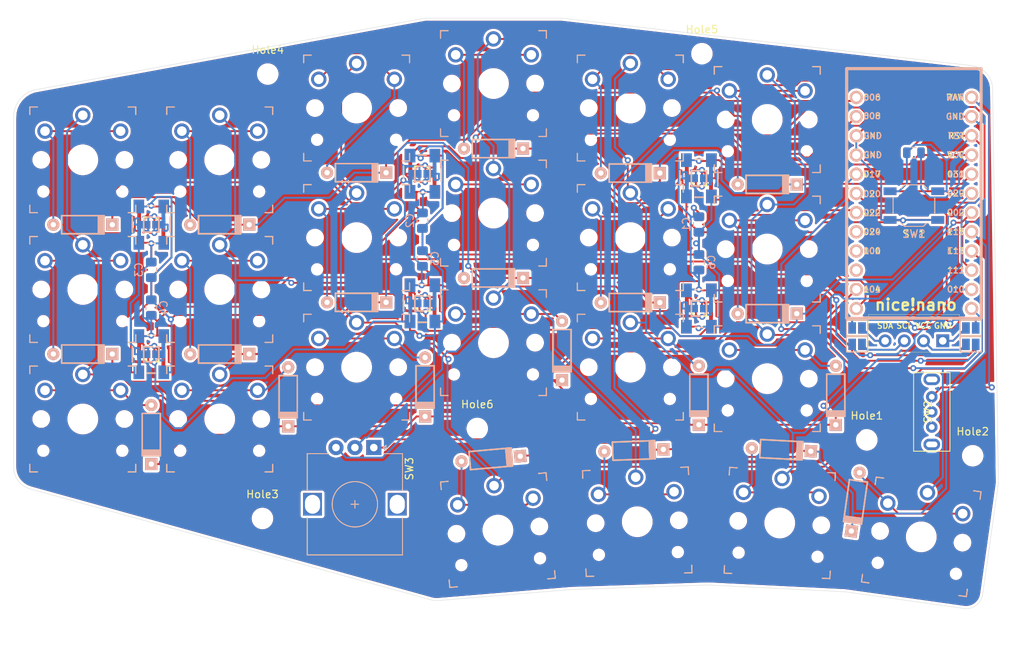
<source format=kicad_pcb>
(kicad_pcb (version 20171130) (host pcbnew "(5.1.6)-1")
  (layers (0 F.Cu signal) (31 B.Cu signal) (34 B.Paste user hide) (35 F.Paste user) (36 B.SilkS user) (37 F.SilkS user) (38 B.Mask user) (39 F.Mask user) (44 Edge.Cuts user))
  (net 0 "")
  (net 1 row1)
  (net 2 "Net-(D_A1-Pad2)")
  (net 3 "Net-(D_B1-Pad2)")
  (net 4 row2)
  (net 5 "Net-(D_C1-Pad2)")
  (net 6 "Net-(D_CAPS1-Pad2)")
  (net 7 "Net-(D_D1-Pad2)")
  (net 8 "Net-(D_E1-Pad2)")
  (net 9 row0)
  (net 10 "Net-(D_F1-Pad2)")
  (net 11 "Net-(D_G1-Pad2)")
  (net 12 row3)
  (net 13 "Net-(D_INNER1-Pad2)")
  (net 14 "Net-(D_OUTER1-Pad2)")
  (net 15 "Net-(D_Q1-Pad2)")
  (net 16 "Net-(D_R1-Pad2)")
  (net 17 "Net-(D_S1-Pad2)")
  (net 18 "Net-(D_SHIFT1-Pad2)")
  (net 19 "Net-(D_T1-Pad2)")
  (net 20 "Net-(D_TAB1-Pad2)")
  (net 21 "Net-(D_THUMB1-Pad2)")
  (net 22 "Net-(D_THUMB2-Pad2)")
  (net 23 "Net-(D_V1-Pad2)")
  (net 24 "Net-(D_W1-Pad2)")
  (net 25 "Net-(D_X1-Pad2)")
  (net 26 "Net-(D_Z1-Pad2)")
  (net 27 col1)
  (net 28 col5)
  (net 29 col3)
  (net 30 col0)
  (net 31 col4)
  (net 32 col2)
  (net 33 VCC)
  (net 34 "Net-(R1-Pad2)")
  (net 35 GND)
  (net 36 "Net-(D1-Pad2)")
  (net 37 "Net-(D2-Pad2)")
  (net 38 "Net-(D3-Pad2)")
  (net 39 "Net-(D4-Pad2)")
  (net 40 "Net-(D5-Pad2)")
  (net 41 "Net-(D6-Pad2)")
  (net 42 "Net-(SW2-Pad1)")
  (net 43 "Net-(U1-Pad10)")
  (net 44 "Net-(U1-Pad9)")
  (net 45 "Net-(U1-Pad8)")
  (net 46 "Net-(SW2-Pad3)")
  (net 47 SDA)
  (net 48 SCL)
  (net 49 battery)
  (net 50 encB)
  (net 51 encA)
  (net 52 led)
  (net 53 "Net-(JP_B_GND1-Pad1)")
  (net 54 "Net-(JP_B_SCL1-Pad1)")
  (net 55 "Net-(JP_B_SDA1-Pad1)")
  (net 56 "Net-(JP_B_VCC1-Pad1)")
  (module MountingHole:MountingHole_2.2mm_M2 (layer F.Cu) (at 105.6 19.9)
    (fp_text reference Hole5 (at 0 -3.2) (layer F.SilkS))
    (fp_text value MountingHole_2.2mm_M2)
    (pad 1 np_thru_hole circle (at 0 0) (size 2.2 2.2) (drill 2.2) (layers *.Cu *.Mask))
  )
  (module MountingHole:MountingHole_2.2mm_M2 (layer F.Cu) (at 75.9 69.5)
    (fp_text reference Hole6 (at 0 -3.2) (layer F.SilkS))
    (fp_text value MountingHole_2.2mm_M2)
    (pad 1 np_thru_hole circle (at 0 0) (size 2.2 2.2) (drill 2.2) (layers *.Cu *.Mask))
  )
  (module MountingHole:MountingHole_2.2mm_M2 (layer F.Cu) (at 127.4 71)
    (fp_text reference Hole1 (at 0 -3.2) (layer F.SilkS))
    (fp_text value MountingHole_2.2mm_M2)
    (pad 1 np_thru_hole circle (at 0 0) (size 2.2 2.2) (drill 2.2) (layers *.Cu *.Mask))
  )
  (module MountingHole:MountingHole_2.2mm_M2 (layer F.Cu) (at 141.4 73.1)
    (fp_text reference Hole2 (at 0 -3.2) (layer F.SilkS))
    (fp_text value MountingHole_2.2mm_M2)
    (pad 1 np_thru_hole circle (at 0 0) (size 2.2 2.2) (drill 2.2) (layers *.Cu *.Mask))
  )
  (module MountingHole:MountingHole_2.2mm_M2 (layer F.Cu) (at 47.5 81.4)
    (fp_text reference Hole3 (at 0 -3.2) (layer F.SilkS))
    (fp_text value MountingHole_2.2mm_M2)
    (pad 1 np_thru_hole circle (at 0 0) (size 2.2 2.2) (drill 2.2) (layers *.Cu *.Mask))
  )
  (module MountingHole:MountingHole_2.2mm_M2 (layer F.Cu) (at 48.2 22.6)
    (fp_text reference Hole4 (at 0 -3.2) (layer F.SilkS))
    (fp_text value MountingHole_2.2mm_M2)
    (pad 1 np_thru_hole circle (at 0 0) (size 2.2 2.2) (drill 2.2) (layers *.Cu *.Mask))
  )
  (module keyswitches:SW_PG1350_reversible_outlined (layer F.Cu) (at 96.1388 27.091 180)
    (fp_text reference K_R1 hide)
    (fp_text value KEYSW)
    (pad "" np_thru_hole circle (at -5.5 0 180) (size 1.7018 1.7018) (drill 1.7018) (layers *.Cu *.Mask))
    (pad "" np_thru_hole circle (at 5.5 0 180) (size 1.7018 1.7018) (drill 1.7018) (layers *.Cu *.Mask))
    (pad "" np_thru_hole circle (at 5.22 -4.2 180) (size 0.9906 0.9906) (drill 0.9906) (layers *.Cu *.Mask))
    (pad 1 thru_hole circle (at 0 5.9 180) (size 2.032 2.032) (drill 1.27) (layers *.Cu *.Mask) (net 31 col4))
    (pad 2 thru_hole circle (at -5 3.8 180) (size 2.032 2.032) (drill 1.27) (layers *.Cu *.Mask) (net 16 "Net-(D_R1-Pad2)"))
    (pad "" np_thru_hole circle (at 0 0 180) (size 3.429 3.429) (drill 3.429) (layers *.Cu *.Mask))
    (pad 2 thru_hole circle (at 5 3.8 180) (size 2.032 2.032) (drill 1.27) (layers *.Cu *.Mask) (net 16 "Net-(D_R1-Pad2)"))
    (pad "" np_thru_hole circle (at -5.22 -4.2 180) (size 0.9906 0.9906) (drill 0.9906) (layers *.Cu *.Mask))
  )
  (module Rotary_Encoder:RotaryEncoder_Alps_EC12E_Vertical_H20mm (layer F.Cu) (at 62.22 72.02 270)
    (fp_text reference SW3 (at 2.8 -4.7 270) (layer F.SilkS))
    (fp_text value Rotary_Encoder)
    (pad MP thru_hole rect (at 7.5 8.1 270) (size 3 2.5) (drill oval 2.5 2) (layers *.Cu *.Mask))
    (pad MP thru_hole rect (at 7.5 -3.1 270) (size 3 2.5) (drill oval 2.5 2) (layers *.Cu *.Mask))
    (pad B thru_hole circle (at 0 5 270) (size 2 2) (drill 1) (layers *.Cu *.Mask) (net 50 encB))
    (pad C thru_hole circle (at 0 2.5 270) (size 2 2) (drill 1) (layers *.Cu *.Mask) (net 35 GND))
    (pad A thru_hole rect (at 0 0 270) (size 2 2) (drill 1) (layers *.Cu *.Mask) (net 51 encA))
  )
  (module Capacitor_SMD:C_0805_Reversible (layer B.Cu) (at 32.8 48.5 270)
    (fp_text reference C3 (at 0 1.65 90) (layer B.SilkS) (effects (justify mirror)))
    (fp_text value 0.1uF)
    (pad 2 smd roundrect (at 1.025 0 270) (size 1.15 1.4) (layers F.Cu B.Paste B.Mask) (roundrect_rratio 0.217) (net 35 GND))
    (pad 1 smd roundrect (at -1.025 0 270) (size 1.15 1.4) (layers F.Cu B.Paste B.Mask) (roundrect_rratio 0.217) (net 33 VCC))
    (pad 1 smd roundrect (at -1.025 0 270) (size 1.15 1.4) (layers B.Cu B.Paste B.Mask) (roundrect_rratio 0.217391) (net 33 VCC))
    (pad 2 smd roundrect (at 1.025 0 270) (size 1.15 1.4) (layers B.Cu B.Paste B.Mask) (roundrect_rratio 0.217391) (net 35 GND))
  )
  (module keyboard_parts:D_axial_reversible (layer B.Cu) (at 125.9 79.2 82)
    (fp_text reference D_OUTER1 hide)
    (fp_text value D hide)
    (pad 1 thru_hole rect (at -3.9 0 82) (size 1.6 1.6) (drill 0.7) (layers *.Cu *.Mask B.SilkS) (net 12 row3))
    (pad 2 thru_hole circle (at 3.9 0 82) (size 1.6 1.6) (drill 0.7) (layers *.Cu *.Mask B.SilkS) (net 14 "Net-(D_OUTER1-Pad2)"))
  )
  (module Button_Switch_SMD:SW_SPST_TL3342 (layer B.Cu) (at 133.63 40)
    (fp_text reference SW1 (at 0 3.75 180) (layer B.SilkS) (effects (justify mirror)))
    (fp_text value SW_Push)
    (fp_text user SW1 (at 0 3.75 180) (layer F.SilkS))
    (pad 1 smd rect (at -3.15 1.9) (size 1.7 1) (layers B.Cu B.Paste B.Mask) (net 35 GND))
    (pad 1 smd rect (at 3.15 1.9) (size 1.7 1) (layers B.Cu B.Paste B.Mask) (net 35 GND))
    (pad 2 smd rect (at -3.15 -1.9) (size 1.7 1) (layers B.Cu B.Paste B.Mask) (net 34 "Net-(R1-Pad2)"))
    (pad 2 smd rect (at 3.15 -1.9) (size 1.7 1) (layers B.Cu B.Paste B.Mask) (net 34 "Net-(R1-Pad2)"))
    (pad 1 smd rect (at 3.15 1.9) (size 1.7 1) (layers F.Cu F.Paste F.Mask) (net 35 GND))
    (pad 2 smd rect (at -3.15 -1.9) (size 1.7 1) (layers F.Cu F.Paste F.Mask) (net 34 "Net-(R1-Pad2)"))
    (pad 2 smd rect (at 3.15 -1.9) (size 1.7 1) (layers F.Cu F.Paste F.Mask) (net 34 "Net-(R1-Pad2)"))
    (pad 1 smd rect (at -3.15 1.9) (size 1.7 1) (layers F.Cu F.Paste F.Mask) (net 35 GND))
  )
  (module keyboard_parts:D_axial_reversible (layer B.Cu) (at 78.0412 49.58 180)
    (fp_text reference D_D1 hide)
    (fp_text value D hide)
    (pad 1 thru_hole rect (at -3.9 0 180) (size 1.6 1.6) (drill 0.7) (layers *.Cu *.Mask B.SilkS) (net 1 row1))
    (pad 2 thru_hole circle (at 3.9 0 180) (size 1.6 1.6) (drill 0.7) (layers *.Cu *.Mask B.SilkS) (net 7 "Net-(D_D1-Pad2)"))
  )
  (module keyboard_parts:D_axial_reversible (layer B.Cu) (at 41.8462 59.64 180)
    (fp_text reference D_A1 hide)
    (fp_text value D)
    (pad 1 thru_hole rect (at -3.9 0 180) (size 1.6 1.6) (drill 0.7) (layers *.Cu *.Mask B.SilkS) (net 1 row1))
    (pad 2 thru_hole circle (at 3.9 0 180) (size 1.6 1.6) (drill 0.7) (layers *.Cu *.Mask B.SilkS) (net 2 "Net-(D_A1-Pad2)"))
  )
  (module keyboard_parts:D_axial_reversible (layer B.Cu) (at 123.3 65.1 90)
    (fp_text reference D_B1 hide)
    (fp_text value D hide)
    (pad 1 thru_hole rect (at -3.9 0 90) (size 1.6 1.6) (drill 0.7) (layers *.Cu *.Mask B.SilkS) (net 4 row2))
    (pad 2 thru_hole circle (at 3.9 0 90) (size 1.6 1.6) (drill 0.7) (layers *.Cu *.Mask B.SilkS) (net 3 "Net-(D_B1-Pad2)"))
  )
  (module keyboard_parts:D_axial_reversible (layer B.Cu) (at 87.1 59.2 90)
    (fp_text reference D_C1 hide)
    (fp_text value D hide)
    (pad 1 thru_hole rect (at -3.9 0 90) (size 1.6 1.6) (drill 0.7) (layers *.Cu *.Mask B.SilkS) (net 4 row2))
    (pad 2 thru_hole circle (at 3.9 0 90) (size 1.6 1.6) (drill 0.7) (layers *.Cu *.Mask B.SilkS) (net 5 "Net-(D_C1-Pad2)"))
  )
  (module keyboard_parts:D_axial_reversible (layer B.Cu) (at 23.7488 59.64 180)
    (fp_text reference D_CAPS1 hide)
    (fp_text value D hide)
    (pad 1 thru_hole rect (at -3.9 0 180) (size 1.6 1.6) (drill 0.7) (layers *.Cu *.Mask B.SilkS) (net 1 row1))
    (pad 2 thru_hole circle (at 3.9 0 180) (size 1.6 1.6) (drill 0.7) (layers *.Cu *.Mask B.SilkS) (net 6 "Net-(D_CAPS1-Pad2)"))
  )
  (module keyboard_parts:D_axial_reversible (layer B.Cu) (at 78.0412 32.46 180)
    (fp_text reference D_E1 hide)
    (fp_text value D hide)
    (pad 1 thru_hole rect (at -3.9 0 180) (size 1.6 1.6) (drill 0.7) (layers *.Cu *.Mask B.SilkS) (net 9 row0))
    (pad 2 thru_hole circle (at 3.9 0 180) (size 1.6 1.6) (drill 0.7) (layers *.Cu *.Mask B.SilkS) (net 8 "Net-(D_E1-Pad2)"))
  )
  (module keyboard_parts:D_axial_reversible (layer B.Cu) (at 96.1388 52.83 180)
    (fp_text reference D_F1 hide)
    (fp_text value D hide)
    (pad 1 thru_hole rect (at -3.9 0 180) (size 1.6 1.6) (drill 0.7) (layers *.Cu *.Mask B.SilkS) (net 1 row1))
    (pad 2 thru_hole circle (at 3.9 0 180) (size 1.6 1.6) (drill 0.7) (layers *.Cu *.Mask B.SilkS) (net 10 "Net-(D_F1-Pad2)"))
  )
  (module keyboard_parts:D_axial_reversible (layer B.Cu) (at 114.236 54.3 180)
    (fp_text reference D_G1 hide)
    (fp_text value D hide)
    (pad 1 thru_hole rect (at -3.9 0 180) (size 1.6 1.6) (drill 0.7) (layers *.Cu *.Mask B.SilkS) (net 1 row1))
    (pad 2 thru_hole circle (at 3.9 0 180) (size 1.6 1.6) (drill 0.7) (layers *.Cu *.Mask B.SilkS) (net 11 "Net-(D_G1-Pad2)"))
  )
  (module keyboard_parts:D_axial_reversible (layer B.Cu) (at 77.7 73.5 185)
    (fp_text reference D_INNER1 hide)
    (fp_text value D hide)
    (pad 1 thru_hole rect (at -3.9 0 185) (size 1.6 1.6) (drill 0.7) (layers *.Cu *.Mask B.SilkS) (net 12 row3))
    (pad 2 thru_hole circle (at 3.9 0 185) (size 1.6 1.6) (drill 0.7) (layers *.Cu *.Mask B.SilkS) (net 13 "Net-(D_INNER1-Pad2)"))
  )
  (module keyboard_parts:D_axial_reversible (layer B.Cu) (at 41.8462 42.53 180)
    (fp_text reference D_Q1 hide)
    (fp_text value D hide)
    (pad 1 thru_hole rect (at -3.9 0 180) (size 1.6 1.6) (drill 0.7) (layers *.Cu *.Mask B.SilkS) (net 9 row0))
    (pad 2 thru_hole circle (at 3.9 0 180) (size 1.6 1.6) (drill 0.7) (layers *.Cu *.Mask B.SilkS) (net 15 "Net-(D_Q1-Pad2)"))
  )
  (module keyboard_parts:D_axial_reversible (layer B.Cu) (at 96.1388 35.7 180)
    (fp_text reference D_R1 hide)
    (fp_text value D hide)
    (pad 1 thru_hole rect (at -3.9 0 180) (size 1.6 1.6) (drill 0.7) (layers *.Cu *.Mask B.SilkS) (net 9 row0))
    (pad 2 thru_hole circle (at 3.9 0 180) (size 1.6 1.6) (drill 0.7) (layers *.Cu *.Mask B.SilkS) (net 16 "Net-(D_R1-Pad2)"))
  )
  (module keyboard_parts:D_axial_reversible (layer B.Cu) (at 59.9438 52.8 180)
    (fp_text reference D_S1 hide)
    (fp_text value D hide)
    (pad 1 thru_hole rect (at -3.9 0 180) (size 1.6 1.6) (drill 0.7) (layers *.Cu *.Mask B.SilkS) (net 1 row1))
    (pad 2 thru_hole circle (at 3.9 0 180) (size 1.6 1.6) (drill 0.7) (layers *.Cu *.Mask B.SilkS) (net 17 "Net-(D_S1-Pad2)"))
  )
  (module keyboard_parts:D_axial_reversible (layer B.Cu) (at 32.8 70.3 90)
    (fp_text reference D_SHIFT1 hide)
    (fp_text value D hide)
    (pad 1 thru_hole rect (at -3.9 0 90) (size 1.6 1.6) (drill 0.7) (layers *.Cu *.Mask B.SilkS) (net 4 row2))
    (pad 2 thru_hole circle (at 3.9 0 90) (size 1.6 1.6) (drill 0.7) (layers *.Cu *.Mask B.SilkS) (net 18 "Net-(D_SHIFT1-Pad2)"))
  )
  (module keyboard_parts:D_axial_reversible (layer B.Cu) (at 114.236 37.2 180)
    (fp_text reference D_T1 hide)
    (fp_text value D hide)
    (pad 1 thru_hole rect (at -3.9 0 180) (size 1.6 1.6) (drill 0.7) (layers *.Cu *.Mask B.SilkS) (net 9 row0))
    (pad 2 thru_hole circle (at 3.9 0 180) (size 1.6 1.6) (drill 0.7) (layers *.Cu *.Mask B.SilkS) (net 19 "Net-(D_T1-Pad2)"))
  )
  (module keyboard_parts:D_axial_reversible (layer B.Cu) (at 23.7488 42.53 180)
    (fp_text reference D_TAB1 hide)
    (fp_text value D hide)
    (pad 1 thru_hole rect (at -3.9 0 180) (size 1.6 1.6) (drill 0.7) (layers *.Cu *.Mask B.SilkS) (net 9 row0))
    (pad 2 thru_hole circle (at 3.9 0 180) (size 1.6 1.6) (drill 0.7) (layers *.Cu *.Mask B.SilkS) (net 20 "Net-(D_TAB1-Pad2)"))
  )
  (module keyboard_parts:D_axial_reversible (layer B.Cu) (at 96.6 72.4 182)
    (fp_text reference D_THUMB1 hide)
    (fp_text value D hide)
    (pad 2 thru_hole circle (at 3.9 0 182) (size 1.6 1.6) (drill 0.7) (layers *.Cu *.Mask B.SilkS) (net 21 "Net-(D_THUMB1-Pad2)"))
    (pad 1 thru_hole rect (at -3.9 0 182) (size 1.6 1.6) (drill 0.7) (layers *.Cu *.Mask B.SilkS) (net 12 row3))
  )
  (module keyboard_parts:D_axial_reversible (layer B.Cu) (at 116.1 72.3 177)
    (fp_text reference D_THUMB2 hide)
    (fp_text value D hide)
    (pad 1 thru_hole rect (at -3.9 0 177) (size 1.6 1.6) (drill 0.7) (layers *.Cu *.Mask B.SilkS) (net 12 row3))
    (pad 2 thru_hole circle (at 3.9 0 177) (size 1.6 1.6) (drill 0.7) (layers *.Cu *.Mask B.SilkS) (net 22 "Net-(D_THUMB2-Pad2)"))
  )
  (module keyboard_parts:D_axial_reversible (layer B.Cu) (at 105.2 65.1 90)
    (fp_text reference D_V1 hide)
    (fp_text value D)
    (pad 1 thru_hole rect (at -3.9 0 90) (size 1.6 1.6) (drill 0.7) (layers *.Cu *.Mask B.SilkS) (net 4 row2))
    (pad 2 thru_hole circle (at 3.9 0 90) (size 1.6 1.6) (drill 0.7) (layers *.Cu *.Mask B.SilkS) (net 23 "Net-(D_V1-Pad2)"))
  )
  (module keyboard_parts:D_axial_reversible (layer B.Cu) (at 59.9438 35.65 180)
    (fp_text reference D_W1 hide)
    (fp_text value D hide)
    (pad 1 thru_hole rect (at -3.9 0 180) (size 1.6 1.6) (drill 0.7) (layers *.Cu *.Mask B.SilkS) (net 9 row0))
    (pad 2 thru_hole circle (at 3.9 0 180) (size 1.6 1.6) (drill 0.7) (layers *.Cu *.Mask B.SilkS) (net 24 "Net-(D_W1-Pad2)"))
  )
  (module keyboard_parts:D_axial_reversible (layer B.Cu) (at 69 64 90)
    (fp_text reference D_X1 hide)
    (fp_text value D)
    (pad 1 thru_hole rect (at -3.9 0 90) (size 1.6 1.6) (drill 0.7) (layers *.Cu *.Mask B.SilkS) (net 4 row2))
    (pad 2 thru_hole circle (at 3.9 0 90) (size 1.6 1.6) (drill 0.7) (layers *.Cu *.Mask B.SilkS) (net 25 "Net-(D_X1-Pad2)"))
  )
  (module keyboard_parts:D_axial_reversible (layer B.Cu) (at 50.9 65.3 90)
    (fp_text reference D_Z1 hide)
    (fp_text value D)
    (pad 1 thru_hole rect (at -3.9 0 90) (size 1.6 1.6) (drill 0.7) (layers *.Cu *.Mask B.SilkS) (net 4 row2))
    (pad 2 thru_hole circle (at 3.9 0 90) (size 1.6 1.6) (drill 0.7) (layers *.Cu *.Mask B.SilkS) (net 26 "Net-(D_Z1-Pad2)"))
  )
  (module Resistors_SMD:R_0805_2012Metric (layer B.Cu) (at 133.63 33 180)
    (fp_text reference R1 hide)
    (fp_text value 10k)
    (pad 1 smd roundrect (at -0.9375 0 180) (size 0.975 1.4) (layers B.Cu B.Paste B.Mask) (net 33 VCC))
    (pad 2 smd roundrect (at 0.9375 0 180) (size 0.975 1.4) (layers B.Cu B.Paste B.Mask) (net 34 "Net-(R1-Pad2)"))
    (pad 2 smd roundrect (at 0.9375 0 180) (size 0.975 1.4) (layers F.Cu B.Paste B.Mask) (net 34 "Net-(R1-Pad2)"))
    (pad 1 smd roundrect (at -0.9375 0 180) (size 0.975 1.4) (layers F.Cu B.Paste B.Mask) (net 33 VCC))
  )
  (module WS2812B:WS2812B_data-bridgeable_Reversible (layer F.Cu) (at 105.2 36.39)
    (fp_text reference D1 hide)
    (fp_text value WS2812B hide)
    (pad 2 smd rect (at 1.6 -0.3) (size 0.5 1.6) (layers B.Cu) (net 36 "Net-(D1-Pad2)"))
    (pad 2 smd rect (at 1.6 -1) (size 0.5 3) (layers B.Cu) (net 36 "Net-(D1-Pad2)"))
    (pad 2 smd rect (at 1 0) (size 1.7 1) (layers B.Cu) (net 36 "Net-(D1-Pad2)"))
    (pad 4 smd rect (at -1 0) (size 1.7 1) (layers B.Cu) (net 52 led))
    (pad 4 smd rect (at -1.6 1) (size 0.5 3) (layers B.Cu) (net 52 led))
    (pad 4 smd rect (at -1.6 0.3) (size 0.5 1.6) (layers B.Cu) (net 52 led))
    (pad 2 smd rect (at 0.4 0) (size 0.5 1) (layers B.Cu F.Mask) (net 36 "Net-(D1-Pad2)"))
    (pad 1 smd rect (at -1.65 -2.4) (size 1.4 1.8) (layers B.Cu F.Paste F.Mask) (net 33 VCC))
    (pad 2 smd rect (at 1.65 -2.4) (size 1.4 1.8) (layers B.Cu F.Paste F.Mask) (net 36 "Net-(D1-Pad2)"))
    (pad 4 smd rect (at -1.65 2.4) (size 1.4 1.8) (layers B.Cu F.Paste F.Mask) (net 52 led))
    (pad 3 smd rect (at 1.65 2.4) (size 1.4 1.8) (layers B.Cu F.Paste F.Mask) (net 35 GND))
    (pad 4 smd rect (at -0.4 0) (size 0.5 1) (layers B.Cu F.Mask) (net 52 led))
    (pad 3 smd rect (at -1.65 2.4) (size 1.4 1.8) (layers F.Cu F.Paste F.Mask) (net 35 GND))
    (pad 1 smd rect (at 1.65 -2.4) (size 1.4 1.8) (layers F.Cu F.Paste F.Mask) (net 33 VCC))
    (pad 2 smd rect (at -1.65 -2.4) (size 1.4 1.8) (layers F.Cu F.Paste F.Mask) (net 36 "Net-(D1-Pad2)"))
    (pad 2 smd rect (at -0.4 0) (size 0.5 1) (layers F.Cu F.Mask) (net 36 "Net-(D1-Pad2)"))
    (pad 4 smd rect (at 0.4 0) (size 0.5 1) (layers F.Cu F.Mask) (net 52 led))
    (pad 2 smd rect (at -1.6 -0.3) (size 0.5 1.6) (layers F.Cu) (net 36 "Net-(D1-Pad2)"))
    (pad 4 smd rect (at 1.65 2.4) (size 1.4 1.8) (layers F.Cu F.Paste F.Mask) (net 52 led))
    (pad 4 smd rect (at 1.6 1) (size 0.5 3) (layers F.Cu) (net 52 led))
    (pad 2 smd rect (at -1.6 -1) (size 0.5 3) (layers F.Cu) (net 36 "Net-(D1-Pad2)"))
    (pad 4 smd rect (at 1.6 0.3) (size 0.5 1.6) (layers F.Cu) (net 52 led))
    (pad 2 smd rect (at -1 0) (size 1.7 1) (layers F.Cu) (net 36 "Net-(D1-Pad2)"))
    (pad 4 smd rect (at 1 0) (size 1.7 1) (layers F.Cu) (net 52 led))
  )
  (module WS2812B:WS2812B_data-bridgeable_Reversible (layer B.Cu) (at 68.65 35.79)
    (fp_text reference D2 hide)
    (fp_text value WS2812B hide)
    (pad 2 smd rect (at 1.6 0.3) (size 0.5 1.6) (layers F.Cu) (net 37 "Net-(D2-Pad2)"))
    (pad 2 smd rect (at 1.6 1) (size 0.5 3) (layers F.Cu) (net 37 "Net-(D2-Pad2)"))
    (pad 2 smd rect (at 1 0) (size 1.7 1) (layers F.Cu) (net 37 "Net-(D2-Pad2)"))
    (pad 4 smd rect (at -1 0) (size 1.7 1) (layers F.Cu) (net 36 "Net-(D1-Pad2)"))
    (pad 4 smd rect (at -1.6 -1) (size 0.5 3) (layers F.Cu) (net 36 "Net-(D1-Pad2)"))
    (pad 4 smd rect (at -1.6 -0.3) (size 0.5 1.6) (layers F.Cu) (net 36 "Net-(D1-Pad2)"))
    (pad 2 smd rect (at 0.4 0) (size 0.5 1) (layers F.Cu B.Mask) (net 37 "Net-(D2-Pad2)"))
    (pad 1 smd rect (at -1.65 2.4) (size 1.4 1.8) (layers F.Cu B.Paste B.Mask) (net 33 VCC))
    (pad 2 smd rect (at 1.65 2.4) (size 1.4 1.8) (layers F.Cu B.Paste B.Mask) (net 37 "Net-(D2-Pad2)"))
    (pad 4 smd rect (at -1.65 -2.4) (size 1.4 1.8) (layers F.Cu B.Paste B.Mask) (net 36 "Net-(D1-Pad2)"))
    (pad 3 smd rect (at 1.65 -2.4) (size 1.4 1.8) (layers F.Cu B.Paste B.Mask) (net 35 GND))
    (pad 4 smd rect (at -0.4 0) (size 0.5 1) (layers F.Cu B.Mask) (net 36 "Net-(D1-Pad2)"))
    (pad 3 smd rect (at -1.65 -2.4) (size 1.4 1.8) (layers B.Cu B.Paste B.Mask) (net 35 GND))
    (pad 1 smd rect (at 1.65 2.4) (size 1.4 1.8) (layers B.Cu B.Paste B.Mask) (net 33 VCC))
    (pad 2 smd rect (at -1.65 2.4) (size 1.4 1.8) (layers B.Cu B.Paste B.Mask) (net 37 "Net-(D2-Pad2)"))
    (pad 2 smd rect (at -0.4 0) (size 0.5 1) (layers B.Cu B.Mask) (net 37 "Net-(D2-Pad2)"))
    (pad 4 smd rect (at 0.4 0) (size 0.5 1) (layers B.Cu B.Mask) (net 36 "Net-(D1-Pad2)"))
    (pad 2 smd rect (at -1.6 0.3) (size 0.5 1.6) (layers B.Cu) (net 37 "Net-(D2-Pad2)"))
    (pad 4 smd rect (at 1.65 -2.4) (size 1.4 1.8) (layers B.Cu B.Paste B.Mask) (net 36 "Net-(D1-Pad2)"))
    (pad 4 smd rect (at 1.6 -1) (size 0.5 3) (layers B.Cu) (net 36 "Net-(D1-Pad2)"))
    (pad 2 smd rect (at -1.6 1) (size 0.5 3) (layers B.Cu) (net 37 "Net-(D2-Pad2)"))
    (pad 4 smd rect (at 1.6 -0.3) (size 0.5 1.6) (layers B.Cu) (net 36 "Net-(D1-Pad2)"))
    (pad 2 smd rect (at -1 0) (size 1.7 1) (layers B.Cu) (net 37 "Net-(D2-Pad2)"))
    (pad 4 smd rect (at 1 0) (size 1.7 1) (layers B.Cu) (net 36 "Net-(D1-Pad2)"))
  )
  (module WS2812B:WS2812B_data-bridgeable_Reversible (layer B.Cu) (at 32.8 42.52)
    (fp_text reference D3 hide)
    (fp_text value WS2812B hide)
    (pad 2 smd rect (at 1.6 0.3) (size 0.5 1.6) (layers F.Cu) (net 38 "Net-(D3-Pad2)"))
    (pad 2 smd rect (at 1.6 1) (size 0.5 3) (layers F.Cu) (net 38 "Net-(D3-Pad2)"))
    (pad 2 smd rect (at 1 0) (size 1.7 1) (layers F.Cu) (net 38 "Net-(D3-Pad2)"))
    (pad 4 smd rect (at -1 0) (size 1.7 1) (layers F.Cu) (net 37 "Net-(D2-Pad2)"))
    (pad 4 smd rect (at -1.6 -1) (size 0.5 3) (layers F.Cu) (net 37 "Net-(D2-Pad2)"))
    (pad 4 smd rect (at -1.6 -0.3) (size 0.5 1.6) (layers F.Cu) (net 37 "Net-(D2-Pad2)"))
    (pad 2 smd rect (at 0.4 0) (size 0.5 1) (layers F.Cu B.Mask) (net 38 "Net-(D3-Pad2)"))
    (pad 1 smd rect (at -1.65 2.4) (size 1.4 1.8) (layers F.Cu B.Paste B.Mask) (net 33 VCC))
    (pad 2 smd rect (at 1.65 2.4) (size 1.4 1.8) (layers F.Cu B.Paste B.Mask) (net 38 "Net-(D3-Pad2)"))
    (pad 4 smd rect (at -1.65 -2.4) (size 1.4 1.8) (layers F.Cu B.Paste B.Mask) (net 37 "Net-(D2-Pad2)"))
    (pad 3 smd rect (at 1.65 -2.4) (size 1.4 1.8) (layers F.Cu B.Paste B.Mask) (net 35 GND))
    (pad 4 smd rect (at -0.4 0) (size 0.5 1) (layers F.Cu B.Mask) (net 37 "Net-(D2-Pad2)"))
    (pad 3 smd rect (at -1.65 -2.4) (size 1.4 1.8) (layers B.Cu B.Paste B.Mask) (net 35 GND))
    (pad 1 smd rect (at 1.65 2.4) (size 1.4 1.8) (layers B.Cu B.Paste B.Mask) (net 33 VCC))
    (pad 2 smd rect (at -1.65 2.4) (size 1.4 1.8) (layers B.Cu B.Paste B.Mask) (net 38 "Net-(D3-Pad2)"))
    (pad 2 smd rect (at -0.4 0) (size 0.5 1) (layers B.Cu B.Mask) (net 38 "Net-(D3-Pad2)"))
    (pad 4 smd rect (at 0.4 0) (size 0.5 1) (layers B.Cu B.Mask) (net 37 "Net-(D2-Pad2)"))
    (pad 2 smd rect (at -1.6 0.3) (size 0.5 1.6) (layers B.Cu) (net 38 "Net-(D3-Pad2)"))
    (pad 4 smd rect (at 1.65 -2.4) (size 1.4 1.8) (layers B.Cu B.Paste B.Mask) (net 37 "Net-(D2-Pad2)"))
    (pad 4 smd rect (at 1.6 -1) (size 0.5 3) (layers B.Cu) (net 37 "Net-(D2-Pad2)"))
    (pad 2 smd rect (at -1.6 1) (size 0.5 3) (layers B.Cu) (net 38 "Net-(D3-Pad2)"))
    (pad 4 smd rect (at 1.6 -0.3) (size 0.5 1.6) (layers B.Cu) (net 37 "Net-(D2-Pad2)"))
    (pad 2 smd rect (at -1 0) (size 1.7 1) (layers B.Cu) (net 38 "Net-(D3-Pad2)"))
    (pad 4 smd rect (at 1 0) (size 1.7 1) (layers B.Cu) (net 37 "Net-(D2-Pad2)"))
  )
  (module WS2812B:WS2812B_data-bridgeable_Reversible (layer B.Cu) (at 32.8 59.67 180)
    (fp_text reference D4 hide)
    (fp_text value WS2812B hide)
    (pad 2 smd rect (at 1.6 0.3 180) (size 0.5 1.6) (layers F.Cu) (net 39 "Net-(D4-Pad2)"))
    (pad 2 smd rect (at 1.6 1 180) (size 0.5 3) (layers F.Cu) (net 39 "Net-(D4-Pad2)"))
    (pad 2 smd rect (at 1 0 180) (size 1.7 1) (layers F.Cu) (net 39 "Net-(D4-Pad2)"))
    (pad 4 smd rect (at -1 0 180) (size 1.7 1) (layers F.Cu) (net 38 "Net-(D3-Pad2)"))
    (pad 4 smd rect (at -1.6 -1 180) (size 0.5 3) (layers F.Cu) (net 38 "Net-(D3-Pad2)"))
    (pad 4 smd rect (at -1.6 -0.3 180) (size 0.5 1.6) (layers F.Cu) (net 38 "Net-(D3-Pad2)"))
    (pad 2 smd rect (at 0.4 0 180) (size 0.5 1) (layers F.Cu B.Mask) (net 39 "Net-(D4-Pad2)"))
    (pad 1 smd rect (at -1.65 2.4 180) (size 1.4 1.8) (layers F.Cu B.Paste B.Mask) (net 33 VCC))
    (pad 2 smd rect (at 1.65 2.4 180) (size 1.4 1.8) (layers F.Cu B.Paste B.Mask) (net 39 "Net-(D4-Pad2)"))
    (pad 4 smd rect (at -1.65 -2.4 180) (size 1.4 1.8) (layers F.Cu B.Paste B.Mask) (net 38 "Net-(D3-Pad2)"))
    (pad 3 smd rect (at 1.65 -2.4 180) (size 1.4 1.8) (layers F.Cu B.Paste B.Mask) (net 35 GND))
    (pad 4 smd rect (at -0.4 0 180) (size 0.5 1) (layers F.Cu B.Mask) (net 38 "Net-(D3-Pad2)"))
    (pad 3 smd rect (at -1.65 -2.4 180) (size 1.4 1.8) (layers B.Cu B.Paste B.Mask) (net 35 GND))
    (pad 1 smd rect (at 1.65 2.4 180) (size 1.4 1.8) (layers B.Cu B.Paste B.Mask) (net 33 VCC))
    (pad 2 smd rect (at -1.65 2.4 180) (size 1.4 1.8) (layers B.Cu B.Paste B.Mask) (net 39 "Net-(D4-Pad2)"))
    (pad 2 smd rect (at -0.4 0 180) (size 0.5 1) (layers B.Cu B.Mask) (net 39 "Net-(D4-Pad2)"))
    (pad 4 smd rect (at 0.4 0 180) (size 0.5 1) (layers B.Cu B.Mask) (net 38 "Net-(D3-Pad2)"))
    (pad 2 smd rect (at -1.6 0.3 180) (size 0.5 1.6) (layers B.Cu) (net 39 "Net-(D4-Pad2)"))
    (pad 4 smd rect (at 1.65 -2.4 180) (size 1.4 1.8) (layers B.Cu B.Paste B.Mask) (net 38 "Net-(D3-Pad2)"))
    (pad 4 smd rect (at 1.6 -1 180) (size 0.5 3) (layers B.Cu) (net 38 "Net-(D3-Pad2)"))
    (pad 2 smd rect (at -1.6 1 180) (size 0.5 3) (layers B.Cu) (net 39 "Net-(D4-Pad2)"))
    (pad 4 smd rect (at 1.6 -0.3 180) (size 0.5 1.6) (layers B.Cu) (net 38 "Net-(D3-Pad2)"))
    (pad 2 smd rect (at -1 0 180) (size 1.7 1) (layers B.Cu) (net 39 "Net-(D4-Pad2)"))
    (pad 4 smd rect (at 1 0 180) (size 1.7 1) (layers B.Cu) (net 38 "Net-(D3-Pad2)"))
  )
  (module WS2812B:WS2812B_data-bridgeable_Reversible (layer B.Cu) (at 68.65 52.94 180)
    (fp_text reference D5 hide)
    (fp_text value WS2812B hide)
    (pad 2 smd rect (at 1.6 0.3 180) (size 0.5 1.6) (layers F.Cu) (net 40 "Net-(D5-Pad2)"))
    (pad 2 smd rect (at 1.6 1 180) (size 0.5 3) (layers F.Cu) (net 40 "Net-(D5-Pad2)"))
    (pad 2 smd rect (at 1 0 180) (size 1.7 1) (layers F.Cu) (net 40 "Net-(D5-Pad2)"))
    (pad 4 smd rect (at -1 0 180) (size 1.7 1) (layers F.Cu) (net 39 "Net-(D4-Pad2)"))
    (pad 4 smd rect (at -1.6 -1 180) (size 0.5 3) (layers F.Cu) (net 39 "Net-(D4-Pad2)"))
    (pad 4 smd rect (at -1.6 -0.3 180) (size 0.5 1.6) (layers F.Cu) (net 39 "Net-(D4-Pad2)"))
    (pad 2 smd rect (at 0.4 0 180) (size 0.5 1) (layers F.Cu B.Mask) (net 40 "Net-(D5-Pad2)"))
    (pad 1 smd rect (at -1.65 2.4 180) (size 1.4 1.8) (layers F.Cu B.Paste B.Mask) (net 33 VCC))
    (pad 2 smd rect (at 1.65 2.4 180) (size 1.4 1.8) (layers F.Cu B.Paste B.Mask) (net 40 "Net-(D5-Pad2)"))
    (pad 4 smd rect (at -1.65 -2.4 180) (size 1.4 1.8) (layers F.Cu B.Paste B.Mask) (net 39 "Net-(D4-Pad2)"))
    (pad 3 smd rect (at 1.65 -2.4 180) (size 1.4 1.8) (layers F.Cu B.Paste B.Mask) (net 35 GND))
    (pad 4 smd rect (at -0.4 0 180) (size 0.5 1) (layers F.Cu B.Mask) (net 39 "Net-(D4-Pad2)"))
    (pad 3 smd rect (at -1.65 -2.4 180) (size 1.4 1.8) (layers B.Cu B.Paste B.Mask) (net 35 GND))
    (pad 1 smd rect (at 1.65 2.4 180) (size 1.4 1.8) (layers B.Cu B.Paste B.Mask) (net 33 VCC))
    (pad 2 smd rect (at -1.65 2.4 180) (size 1.4 1.8) (layers B.Cu B.Paste B.Mask) (net 40 "Net-(D5-Pad2)"))
    (pad 2 smd rect (at -0.4 0 180) (size 0.5 1) (layers B.Cu B.Mask) (net 40 "Net-(D5-Pad2)"))
    (pad 4 smd rect (at 0.4 0 180) (size 0.5 1) (layers B.Cu B.Mask) (net 39 "Net-(D4-Pad2)"))
    (pad 2 smd rect (at -1.6 0.3 180) (size 0.5 1.6) (layers B.Cu) (net 40 "Net-(D5-Pad2)"))
    (pad 4 smd rect (at 1.65 -2.4 180) (size 1.4 1.8) (layers B.Cu B.Paste B.Mask) (net 39 "Net-(D4-Pad2)"))
    (pad 4 smd rect (at 1.6 -1 180) (size 0.5 3) (layers B.Cu) (net 39 "Net-(D4-Pad2)"))
    (pad 2 smd rect (at -1.6 1 180) (size 0.5 3) (layers B.Cu) (net 40 "Net-(D5-Pad2)"))
    (pad 4 smd rect (at 1.6 -0.3 180) (size 0.5 1.6) (layers B.Cu) (net 39 "Net-(D4-Pad2)"))
    (pad 2 smd rect (at -1 0 180) (size 1.7 1) (layers B.Cu) (net 40 "Net-(D5-Pad2)"))
    (pad 4 smd rect (at 1 0 180) (size 1.7 1) (layers B.Cu) (net 39 "Net-(D4-Pad2)"))
  )
  (module WS2812B:WS2812B_data-bridgeable_Reversible (layer B.Cu) (at 105.2 53.62 180)
    (fp_text reference D6 hide)
    (fp_text value WS2812B hide)
    (pad 2 smd rect (at 1.6 0.3 180) (size 0.5 1.6) (layers F.Cu) (net 41 "Net-(D6-Pad2)"))
    (pad 2 smd rect (at 1.6 1 180) (size 0.5 3) (layers F.Cu) (net 41 "Net-(D6-Pad2)"))
    (pad 2 smd rect (at 1 0 180) (size 1.7 1) (layers F.Cu) (net 41 "Net-(D6-Pad2)"))
    (pad 4 smd rect (at -1 0 180) (size 1.7 1) (layers F.Cu) (net 40 "Net-(D5-Pad2)"))
    (pad 4 smd rect (at -1.6 -1 180) (size 0.5 3) (layers F.Cu) (net 40 "Net-(D5-Pad2)"))
    (pad 4 smd rect (at -1.6 -0.3 180) (size 0.5 1.6) (layers F.Cu) (net 40 "Net-(D5-Pad2)"))
    (pad 2 smd rect (at 0.4 0 180) (size 0.5 1) (layers F.Cu B.Mask) (net 41 "Net-(D6-Pad2)"))
    (pad 1 smd rect (at -1.65 2.4 180) (size 1.4 1.8) (layers F.Cu B.Paste B.Mask) (net 33 VCC))
    (pad 2 smd rect (at 1.65 2.4 180) (size 1.4 1.8) (layers F.Cu B.Paste B.Mask) (net 41 "Net-(D6-Pad2)"))
    (pad 4 smd rect (at -1.65 -2.4 180) (size 1.4 1.8) (layers F.Cu B.Paste B.Mask) (net 40 "Net-(D5-Pad2)"))
    (pad 3 smd rect (at 1.65 -2.4 180) (size 1.4 1.8) (layers F.Cu B.Paste B.Mask) (net 35 GND))
    (pad 4 smd rect (at -0.4 0 180) (size 0.5 1) (layers F.Cu B.Mask) (net 40 "Net-(D5-Pad2)"))
    (pad 3 smd rect (at -1.65 -2.4 180) (size 1.4 1.8) (layers B.Cu B.Paste B.Mask) (net 35 GND))
    (pad 1 smd rect (at 1.65 2.4 180) (size 1.4 1.8) (layers B.Cu B.Paste B.Mask) (net 33 VCC))
    (pad 2 smd rect (at -1.65 2.4 180) (size 1.4 1.8) (layers B.Cu B.Paste B.Mask) (net 41 "Net-(D6-Pad2)"))
    (pad 2 smd rect (at -0.4 0 180) (size 0.5 1) (layers B.Cu B.Mask) (net 41 "Net-(D6-Pad2)"))
    (pad 4 smd rect (at 0.4 0 180) (size 0.5 1) (layers B.Cu B.Mask) (net 40 "Net-(D5-Pad2)"))
    (pad 2 smd rect (at -1.6 0.3 180) (size 0.5 1.6) (layers B.Cu) (net 41 "Net-(D6-Pad2)"))
    (pad 4 smd rect (at 1.65 -2.4 180) (size 1.4 1.8) (layers B.Cu B.Paste B.Mask) (net 40 "Net-(D5-Pad2)"))
    (pad 4 smd rect (at 1.6 -1 180) (size 0.5 3) (layers B.Cu) (net 40 "Net-(D5-Pad2)"))
    (pad 2 smd rect (at -1.6 1 180) (size 0.5 3) (layers B.Cu) (net 41 "Net-(D6-Pad2)"))
    (pad 4 smd rect (at 1.6 -0.3 180) (size 0.5 1.6) (layers B.Cu) (net 40 "Net-(D5-Pad2)"))
    (pad 2 smd rect (at -1 0 180) (size 1.7 1) (layers B.Cu) (net 41 "Net-(D6-Pad2)"))
    (pad 4 smd rect (at 1 0 180) (size 1.7 1) (layers B.Cu) (net 40 "Net-(D5-Pad2)"))
  )
  (module Capacitor_SMD:C_0805_Reversible (layer B.Cu) (at 105.2 42.5 270)
    (fp_text reference C1 (at 0 1.65 90) (layer B.SilkS) (effects (justify mirror)))
    (fp_text value 0.1uF)
    (pad 2 smd roundrect (at 1.025 0 270) (size 1.15 1.4) (layers F.Cu B.Paste B.Mask) (roundrect_rratio 0.217) (net 35 GND))
    (pad 1 smd roundrect (at -1.025 0 270) (size 1.15 1.4) (layers F.Cu B.Paste B.Mask) (roundrect_rratio 0.217) (net 33 VCC))
    (pad 1 smd roundrect (at -1.025 0 270) (size 1.15 1.4) (layers B.Cu B.Paste B.Mask) (roundrect_rratio 0.217391) (net 33 VCC))
    (pad 2 smd roundrect (at 1.025 0 270) (size 1.15 1.4) (layers B.Cu B.Paste B.Mask) (roundrect_rratio 0.217391) (net 35 GND))
  )
  (module Capacitor_SMD:C_0805_Reversible (layer B.Cu) (at 68.65 42 270)
    (fp_text reference C2 (at 0 1.65 90) (layer B.SilkS) (effects (justify mirror)))
    (fp_text value 0.1uF)
    (pad 2 smd roundrect (at 1.025 0 270) (size 1.15 1.4) (layers F.Cu B.Paste B.Mask) (roundrect_rratio 0.217) (net 35 GND))
    (pad 1 smd roundrect (at -1.025 0 270) (size 1.15 1.4) (layers F.Cu B.Paste B.Mask) (roundrect_rratio 0.217) (net 33 VCC))
    (pad 1 smd roundrect (at -1.025 0 270) (size 1.15 1.4) (layers B.Cu B.Paste B.Mask) (roundrect_rratio 0.217391) (net 33 VCC))
    (pad 2 smd roundrect (at 1.025 0 270) (size 1.15 1.4) (layers B.Cu B.Paste B.Mask) (roundrect_rratio 0.217391) (net 35 GND))
  )
  (module Capacitor_SMD:C_0805_Reversible (layer B.Cu) (at 32.8 53.5 90)
    (fp_text reference C4 (at 0 1.65 90) (layer B.SilkS) (effects (justify mirror)))
    (fp_text value 0.1uF)
    (pad 2 smd roundrect (at 1.025 0 90) (size 1.15 1.4) (layers F.Cu B.Paste B.Mask) (roundrect_rratio 0.217) (net 35 GND))
    (pad 1 smd roundrect (at -1.025 0 90) (size 1.15 1.4) (layers F.Cu B.Paste B.Mask) (roundrect_rratio 0.217) (net 33 VCC))
    (pad 1 smd roundrect (at -1.025 0 90) (size 1.15 1.4) (layers B.Cu B.Paste B.Mask) (roundrect_rratio 0.217391) (net 33 VCC))
    (pad 2 smd roundrect (at 1.025 0 90) (size 1.15 1.4) (layers B.Cu B.Paste B.Mask) (roundrect_rratio 0.217391) (net 35 GND))
  )
  (module Capacitor_SMD:C_0805_Reversible (layer B.Cu) (at 68.65 47 90)
    (fp_text reference C5 (at 0 1.65 90) (layer B.SilkS) (effects (justify mirror)))
    (fp_text value 0.1uF)
    (pad 2 smd roundrect (at 1.025 0 90) (size 1.15 1.4) (layers F.Cu B.Paste B.Mask) (roundrect_rratio 0.217) (net 35 GND))
    (pad 1 smd roundrect (at -1.025 0 90) (size 1.15 1.4) (layers F.Cu B.Paste B.Mask) (roundrect_rratio 0.217) (net 33 VCC))
    (pad 1 smd roundrect (at -1.025 0 90) (size 1.15 1.4) (layers B.Cu B.Paste B.Mask) (roundrect_rratio 0.217391) (net 33 VCC))
    (pad 2 smd roundrect (at 1.025 0 90) (size 1.15 1.4) (layers B.Cu B.Paste B.Mask) (roundrect_rratio 0.217391) (net 35 GND))
  )
  (module Capacitor_SMD:C_0805_Reversible (layer B.Cu) (at 105.2 47.5 90)
    (fp_text reference C6 (at 0 1.65 90) (layer B.SilkS) (effects (justify mirror)))
    (fp_text value 0.1uF)
    (pad 2 smd roundrect (at 1.025 0 90) (size 1.15 1.4) (layers F.Cu B.Paste B.Mask) (roundrect_rratio 0.217) (net 35 GND))
    (pad 1 smd roundrect (at -1.025 0 90) (size 1.15 1.4) (layers F.Cu B.Paste B.Mask) (roundrect_rratio 0.217) (net 33 VCC))
    (pad 1 smd roundrect (at -1.025 0 90) (size 1.15 1.4) (layers B.Cu B.Paste B.Mask) (roundrect_rratio 0.217391) (net 33 VCC))
    (pad 2 smd roundrect (at 1.025 0 90) (size 1.15 1.4) (layers B.Cu B.Paste B.Mask) (roundrect_rratio 0.217391) (net 35 GND))
  )
  (module Button_Switch_THT:SK12D07VG3-Mini-SPDT-Slide-Switch-Right-Angle (layer F.Cu) (at 135.99 67.3 270)
    (fp_text reference SW2 (at 0 0.5 90) (layer F.SilkS))
    (fp_text value SW_SPDT)
    (pad 5 thru_hole oval (at -4.3 0 270) (size 1.524 2.2) (drill oval 0.762 1.5) (layers *.Cu *.Mask))
    (pad 4 thru_hole oval (at 4.3 0 270) (size 1.524 2.2) (drill oval 0.762 1.5) (layers *.Cu *.Mask))
    (pad 1 thru_hole circle (at -2 0 270) (size 1.524 1.524) (drill 0.762) (layers *.Cu *.Mask) (net 42 "Net-(SW2-Pad1)"))
    (pad 3 thru_hole circle (at 2 0 270) (size 1.524 1.524) (drill 0.762) (layers *.Cu *.Mask) (net 46 "Net-(SW2-Pad3)"))
    (pad 2 thru_hole circle (at 0 0 270) (size 1.524 1.524) (drill 0.762) (layers *.Cu *.Mask) (net 49 battery))
  )
  (module nice-nano-kicad:nice_nano (layer F.Cu) (at 133.63 39.66 270)
    (fp_text reference U1 hide)
    (fp_text value nice_nano hide)
    (fp_text user RST (at -8.89 -5.588) (layer B.SilkS) (effects (font (size 0.8 0.8)) (justify mirror)))
    (fp_text user 006 (at -13.97 5.53719) (layer F.SilkS) (effects (font (size 0.8 0.8))))
    (fp_text user 006 (at -13.97 5.53719) (layer B.SilkS) (effects (font (size 0.8 0.8)) (justify mirror)))
    (fp_text user 008 (at -11.5 5.53719) (layer F.SilkS) (effects (font (size 0.8 0.8))))
    (fp_text user 020 (at -1.2 5.53719) (layer F.SilkS) (effects (font (size 0.8 0.8))))
    (fp_text user 017 (at -3.8 5.53719) (layer F.SilkS) (effects (font (size 0.8 0.8))))
    (fp_text user GND (at -6.35 5.461) (layer F.SilkS) (effects (font (size 0.8 0.8))))
    (fp_text user GND (at -8.89 5.461) (layer F.SilkS) (effects (font (size 0.8 0.8))))
    (fp_text user 022 (at 1.3 5.53719) (layer F.SilkS) (effects (font (size 0.8 0.8))))
    (fp_text user 024 (at 3.81 5.53719) (layer F.SilkS) (effects (font (size 0.8 0.8))))
    (fp_text user 100 (at 6.35 5.53719) (layer F.SilkS) (effects (font (size 0.8 0.8))))
    (fp_text user 104 (at 11.43 5.53719) (layer F.SilkS) (effects (font (size 0.8 0.8))))
    (fp_text user 010 (at 11.43 -5.537191) (layer B.SilkS) (effects (font (size 0.8 0.8)) (justify mirror)))
    (fp_text user 111 (at 8.89 -5.537191) (layer F.SilkS) (effects (font (size 0.8 0.8))))
    (fp_text user 113 (at 6.35 -5.537191) (layer F.SilkS) (effects (font (size 0.8 0.8))))
    (fp_text user 115 (at 3.81 -5.537191) (layer B.SilkS) (effects (font (size 0.8 0.8)) (justify mirror)))
    (fp_text user 002 (at 1.27 -5.537191) (layer B.SilkS) (effects (font (size 0.8 0.8)) (justify mirror)))
    (fp_text user 029 (at -1.27 -5.537191) (layer B.SilkS) (effects (font (size 0.8 0.8)) (justify mirror)))
    (fp_text user 031 (at -3.81 -5.537191) (layer F.SilkS) (effects (font (size 0.8 0.8))))
    (fp_text user VCC (at -6.35 -5.537191) (layer F.SilkS) (effects (font (size 0.8 0.8))))
    (fp_text user RST (at -8.89 -5.588) (layer F.SilkS) (effects (font (size 0.8 0.8))))
    (fp_text user GND (at -11.43 -5.454667) (layer F.SilkS) (effects (font (size 0.8 0.8))))
    (fp_text user RAW (at -13.97 -5.473715) (layer F.SilkS) (effects (font (size 0.8 0.8))))
    (fp_text user RAW (at -13.97 -5.473715) (layer B.SilkS) (effects (font (size 0.8 0.8)) (justify mirror)))
    (fp_text user GND (at -11.43 -5.454667) (layer B.SilkS) (effects (font (size 0.8 0.8)) (justify mirror)))
    (fp_text user VCC (at -6.35 -5.537191) (layer B.SilkS) (effects (font (size 0.8 0.8)) (justify mirror)))
    (fp_text user 031 (at -3.81 -5.537191) (layer B.SilkS) (effects (font (size 0.8 0.8)) (justify mirror)))
    (fp_text user 029 (at -1.27 -5.537191) (layer F.SilkS) (effects (font (size 0.8 0.8))))
    (fp_text user 002 (at 1.27 -5.537191) (layer F.SilkS) (effects (font (size 0.8 0.8))))
    (fp_text user 115 (at 3.81 -5.537191) (layer F.SilkS) (effects (font (size 0.8 0.8))))
    (fp_text user 113 (at 6.35 -5.537191) (layer B.SilkS) (effects (font (size 0.8 0.8)) (justify mirror)))
    (fp_text user 111 (at 8.89 -5.537191) (layer B.SilkS) (effects (font (size 0.8 0.8)) (justify mirror)))
    (fp_text user 010 (at 11.43 -5.537191) (layer F.SilkS) (effects (font (size 0.8 0.8))))
    (fp_text user 104 (at 11.43 5.53719) (layer B.SilkS) (effects (font (size 0.8 0.8)) (justify mirror)))
    (fp_text user 100 (at 6.35 5.53719) (layer B.SilkS) (effects (font (size 0.8 0.8)) (justify mirror)))
    (fp_text user 024 (at 3.8 5.53719) (layer B.SilkS) (effects (font (size 0.8 0.8)) (justify mirror)))
    (fp_text user 022 (at 1.3 5.53719) (layer B.SilkS) (effects (font (size 0.8 0.8)) (justify mirror)))
    (fp_text user GND (at -8.89 5.461) (layer B.SilkS) (effects (font (size 0.8 0.8)) (justify mirror)))
    (fp_text user GND (at -6.35 5.461) (layer B.SilkS) (effects (font (size 0.8 0.8)) (justify mirror)))
    (fp_text user 017 (at -3.81 5.53719) (layer B.SilkS) (effects (font (size 0.8 0.8)) (justify mirror)))
    (fp_text user 020 (at -1.2 5.53719) (layer B.SilkS) (effects (font (size 0.8 0.8)) (justify mirror)))
    (fp_text user 008 (at -11.5 5.53719) (layer B.SilkS) (effects (font (size 0.8 0.8)) (justify mirror)))
    (fp_text user nice!nano (at 13.462 -0.254) (layer F.SilkS) (effects (font (size 1.5 1.5) (thickness 0.3))))
    (pad 24 thru_hole circle (at -13.97 -7.62 270) (size 1.7526 1.7526) (drill 1.0922) (layers *.Cu *.SilkS *.Mask) (net 42 "Net-(SW2-Pad1)"))
    (pad 12 thru_hole circle (at 13.97 7.62 270) (size 1.7526 1.7526) (drill 1.0922) (layers *.Cu *.SilkS *.Mask) (net 27 col1))
    (pad 23 thru_hole circle (at -11.43 -7.62 270) (size 1.7526 1.7526) (drill 1.0922) (layers *.Cu *.SilkS *.Mask) (net 35 GND))
    (pad 22 thru_hole circle (at -8.89 -7.62 270) (size 1.7526 1.7526) (drill 1.0922) (layers *.Cu *.SilkS *.Mask) (net 34 "Net-(R1-Pad2)"))
    (pad 21 thru_hole circle (at -6.35 -7.62 270) (size 1.7526 1.7526) (drill 1.0922) (layers *.Cu *.SilkS *.Mask) (net 33 VCC))
    (pad 20 thru_hole circle (at -3.81 -7.62 270) (size 1.7526 1.7526) (drill 1.0922) (layers *.Cu *.SilkS *.Mask) (net 9 row0))
    (pad 19 thru_hole circle (at -1.27 -7.62 270) (size 1.7526 1.7526) (drill 1.0922) (layers *.Cu *.SilkS *.Mask) (net 1 row1))
    (pad 18 thru_hole circle (at 1.27 -7.62 270) (size 1.7526 1.7526) (drill 1.0922) (layers *.Cu *.SilkS *.Mask) (net 4 row2))
    (pad 17 thru_hole circle (at 3.81 -7.62 270) (size 1.7526 1.7526) (drill 1.0922) (layers *.Cu *.SilkS *.Mask) (net 12 row3))
    (pad 16 thru_hole circle (at 6.35 -7.62 270) (size 1.7526 1.7526) (drill 1.0922) (layers *.Cu *.SilkS *.Mask) (net 32 col2))
    (pad 15 thru_hole circle (at 8.89 -7.62 270) (size 1.7526 1.7526) (drill 1.0922) (layers *.Cu *.SilkS *.Mask) (net 29 col3))
    (pad 14 thru_hole circle (at 11.43 -7.62 270) (size 1.7526 1.7526) (drill 1.0922) (layers *.Cu *.SilkS *.Mask) (net 31 col4))
    (pad 13 thru_hole circle (at 13.97 -7.62 270) (size 1.7526 1.7526) (drill 1.0922) (layers *.Cu *.SilkS *.Mask) (net 28 col5))
    (pad 11 thru_hole circle (at 11.43 7.62 270) (size 1.7526 1.7526) (drill 1.0922) (layers *.Cu *.SilkS *.Mask) (net 30 col0))
    (pad 10 thru_hole circle (at 8.89 7.62 270) (size 1.7526 1.7526) (drill 1.0922) (layers *.Cu *.SilkS *.Mask) (net 43 "Net-(U1-Pad10)"))
    (pad 9 thru_hole circle (at 6.35 7.62 270) (size 1.7526 1.7526) (drill 1.0922) (layers *.Cu *.SilkS *.Mask) (net 44 "Net-(U1-Pad9)"))
    (pad 8 thru_hole circle (at 3.81 7.62 270) (size 1.7526 1.7526) (drill 1.0922) (layers *.Cu *.SilkS *.Mask) (net 45 "Net-(U1-Pad8)"))
    (pad 7 thru_hole circle (at 1.27 7.62 270) (size 1.7526 1.7526) (drill 1.0922) (layers *.Cu *.SilkS *.Mask) (net 52 led))
    (pad 6 thru_hole circle (at -1.27 7.62 270) (size 1.7526 1.7526) (drill 1.0922) (layers *.Cu *.SilkS *.Mask) (net 47 SDA))
    (pad 5 thru_hole circle (at -3.81 7.62 270) (size 1.7526 1.7526) (drill 1.0922) (layers *.Cu *.SilkS *.Mask) (net 48 SCL))
    (pad 4 thru_hole circle (at -6.35 7.62 270) (size 1.7526 1.7526) (drill 1.0922) (layers *.Cu *.SilkS *.Mask) (net 35 GND))
    (pad 3 thru_hole circle (at -8.89 7.62 270) (size 1.7526 1.7526) (drill 1.0922) (layers *.Cu *.SilkS *.Mask) (net 35 GND))
    (pad 2 thru_hole circle (at -11.43 7.62 270) (size 1.7526 1.7526) (drill 1.0922) (layers *.Cu *.SilkS *.Mask) (net 50 encB))
    (pad 1 thru_hole circle (at -13.97 7.62 270) (size 1.7526 1.7526) (drill 1.0922) (layers *.Cu *.SilkS *.Mask) (net 51 encA))
  )
  (module KiCad-SSD1306-0.91-OLED-4pin-128x32:SSD1306-0.91-OLED-4pin-128x32 (layer F.Cu) (at 139.63 21.4 270)
    (fp_text reference L1)
    (fp_text value SSD1306_OLED_Display hide)
    (fp_text user SDA (at 34.5 9.81 180) (layer F.SilkS) (effects (font (size 0.75 0.75))))
    (fp_text user SCL (at 34.5 7.27 180) (layer F.SilkS) (effects (font (size 0.75 0.75))))
    (fp_text user VCC (at 34.5 4.73 180) (layer F.SilkS) (effects (font (size 0.75 0.75))))
    (fp_text user GND (at 34.5 2.19 180) (layer F.SilkS) (effects (font (size 0.75 0.75))))
    (pad 4 thru_hole oval (at 36.5 9.81 270) (size 1.7 1.7) (drill 1) (layers *.Cu *.Mask) (net 53 "Net-(JP_B_GND1-Pad1)"))
    (pad 3 thru_hole oval (at 36.5 7.27 270) (size 1.7 1.7) (drill 1) (layers *.Cu *.Mask) (net 56 "Net-(JP_B_VCC1-Pad1)"))
    (pad 2 thru_hole oval (at 36.5 4.73 270) (size 1.7 1.7) (drill 1) (layers *.Cu *.Mask) (net 54 "Net-(JP_B_SCL1-Pad1)"))
    (pad 1 thru_hole rect (at 36.5 2.19 270) (size 1.7 1.7) (drill 1) (layers *.Cu *.Mask) (net 55 "Net-(JP_B_SDA1-Pad1)"))
  )
  (module keyswitches:SW_PG1350_reversible_outlined (layer F.Cu) (at 41.8462 51.094 180)
    (fp_text reference K_A1 hide)
    (fp_text value KEYSW)
    (pad "" np_thru_hole circle (at -5.5 0 180) (size 1.7018 1.7018) (drill 1.7018) (layers *.Cu *.Mask))
    (pad "" np_thru_hole circle (at 5.5 0 180) (size 1.7018 1.7018) (drill 1.7018) (layers *.Cu *.Mask))
    (pad "" np_thru_hole circle (at 5.22 -4.2 180) (size 0.9906 0.9906) (drill 0.9906) (layers *.Cu *.Mask))
    (pad 1 thru_hole circle (at 0 5.9 180) (size 2.032 2.032) (drill 1.27) (layers *.Cu *.Mask) (net 27 col1))
    (pad 2 thru_hole circle (at -5 3.8 180) (size 2.032 2.032) (drill 1.27) (layers *.Cu *.Mask) (net 2 "Net-(D_A1-Pad2)"))
    (pad "" np_thru_hole circle (at 0 0 180) (size 3.429 3.429) (drill 3.429) (layers *.Cu *.Mask))
    (pad 2 thru_hole circle (at 5 3.8 180) (size 2.032 2.032) (drill 1.27) (layers *.Cu *.Mask) (net 2 "Net-(D_A1-Pad2)"))
    (pad "" np_thru_hole circle (at -5.22 -4.2 180) (size 0.9906 0.9906) (drill 0.9906) (layers *.Cu *.Mask))
  )
  (module keyswitches:SW_PG1350_reversible_outlined (layer F.Cu) (at 114.236 62.905 180)
    (fp_text reference K_B1 hide)
    (fp_text value KEYSW)
    (pad "" np_thru_hole circle (at -5.22 -4.2 180) (size 0.9906 0.9906) (drill 0.9906) (layers *.Cu *.Mask))
    (pad 2 thru_hole circle (at 5 3.8 180) (size 2.032 2.032) (drill 1.27) (layers *.Cu *.Mask) (net 3 "Net-(D_B1-Pad2)"))
    (pad "" np_thru_hole circle (at 0 0 180) (size 3.429 3.429) (drill 3.429) (layers *.Cu *.Mask))
    (pad 2 thru_hole circle (at -5 3.8 180) (size 2.032 2.032) (drill 1.27) (layers *.Cu *.Mask) (net 3 "Net-(D_B1-Pad2)"))
    (pad 1 thru_hole circle (at 0 5.9 180) (size 2.032 2.032) (drill 1.27) (layers *.Cu *.Mask) (net 28 col5))
    (pad "" np_thru_hole circle (at 5.22 -4.2 180) (size 0.9906 0.9906) (drill 0.9906) (layers *.Cu *.Mask))
    (pad "" np_thru_hole circle (at 5.5 0 180) (size 1.7018 1.7018) (drill 1.7018) (layers *.Cu *.Mask))
    (pad "" np_thru_hole circle (at -5.5 0 180) (size 1.7018 1.7018) (drill 1.7018) (layers *.Cu *.Mask))
  )
  (module keyswitches:SW_PG1350_reversible_outlined (layer F.Cu) (at 78.0412 58.1425 180)
    (fp_text reference K_C1 hide)
    (fp_text value KEYSW)
    (pad "" np_thru_hole circle (at -5.22 -4.2 180) (size 0.9906 0.9906) (drill 0.9906) (layers *.Cu *.Mask))
    (pad 2 thru_hole circle (at 5 3.8 180) (size 2.032 2.032) (drill 1.27) (layers *.Cu *.Mask) (net 5 "Net-(D_C1-Pad2)"))
    (pad "" np_thru_hole circle (at 0 0 180) (size 3.429 3.429) (drill 3.429) (layers *.Cu *.Mask))
    (pad 2 thru_hole circle (at -5 3.8 180) (size 2.032 2.032) (drill 1.27) (layers *.Cu *.Mask) (net 5 "Net-(D_C1-Pad2)"))
    (pad 1 thru_hole circle (at 0 5.9 180) (size 2.032 2.032) (drill 1.27) (layers *.Cu *.Mask) (net 29 col3))
    (pad "" np_thru_hole circle (at 5.22 -4.2 180) (size 0.9906 0.9906) (drill 0.9906) (layers *.Cu *.Mask))
    (pad "" np_thru_hole circle (at 5.5 0 180) (size 1.7018 1.7018) (drill 1.7018) (layers *.Cu *.Mask))
    (pad "" np_thru_hole circle (at -5.5 0 180) (size 1.7018 1.7018) (drill 1.7018) (layers *.Cu *.Mask))
  )
  (module keyswitches:SW_PG1350_reversible_outlined (layer F.Cu) (at 23.7488 51.094 180)
    (fp_text reference K_CAPS1 hide)
    (fp_text value KEYSW)
    (pad "" np_thru_hole circle (at -5.22 -4.2 180) (size 0.9906 0.9906) (drill 0.9906) (layers *.Cu *.Mask))
    (pad 2 thru_hole circle (at 5 3.8 180) (size 2.032 2.032) (drill 1.27) (layers *.Cu *.Mask) (net 6 "Net-(D_CAPS1-Pad2)"))
    (pad "" np_thru_hole circle (at 0 0 180) (size 3.429 3.429) (drill 3.429) (layers *.Cu *.Mask))
    (pad 2 thru_hole circle (at -5 3.8 180) (size 2.032 2.032) (drill 1.27) (layers *.Cu *.Mask) (net 6 "Net-(D_CAPS1-Pad2)"))
    (pad 1 thru_hole circle (at 0 5.9 180) (size 2.032 2.032) (drill 1.27) (layers *.Cu *.Mask) (net 30 col0))
    (pad "" np_thru_hole circle (at 5.22 -4.2 180) (size 0.9906 0.9906) (drill 0.9906) (layers *.Cu *.Mask))
    (pad "" np_thru_hole circle (at 5.5 0 180) (size 1.7018 1.7018) (drill 1.7018) (layers *.Cu *.Mask))
    (pad "" np_thru_hole circle (at -5.5 0 180) (size 1.7018 1.7018) (drill 1.7018) (layers *.Cu *.Mask))
  )
  (module keyswitches:SW_PG1350_reversible_outlined (layer F.Cu) (at 78.0412 40.9975 180)
    (fp_text reference K_D1 hide)
    (fp_text value KEYSW)
    (pad "" np_thru_hole circle (at -5.5 0 180) (size 1.7018 1.7018) (drill 1.7018) (layers *.Cu *.Mask))
    (pad "" np_thru_hole circle (at 5.5 0 180) (size 1.7018 1.7018) (drill 1.7018) (layers *.Cu *.Mask))
    (pad "" np_thru_hole circle (at 5.22 -4.2 180) (size 0.9906 0.9906) (drill 0.9906) (layers *.Cu *.Mask))
    (pad 1 thru_hole circle (at 0 5.9 180) (size 2.032 2.032) (drill 1.27) (layers *.Cu *.Mask) (net 29 col3))
    (pad 2 thru_hole circle (at -5 3.8 180) (size 2.032 2.032) (drill 1.27) (layers *.Cu *.Mask) (net 7 "Net-(D_D1-Pad2)"))
    (pad "" np_thru_hole circle (at 0 0 180) (size 3.429 3.429) (drill 3.429) (layers *.Cu *.Mask))
    (pad 2 thru_hole circle (at 5 3.8 180) (size 2.032 2.032) (drill 1.27) (layers *.Cu *.Mask) (net 7 "Net-(D_D1-Pad2)"))
    (pad "" np_thru_hole circle (at -5.22 -4.2 180) (size 0.9906 0.9906) (drill 0.9906) (layers *.Cu *.Mask))
  )
  (module keyswitches:SW_PG1350_reversible_outlined (layer F.Cu) (at 78.0412 23.8525 180)
    (fp_text reference K_E1 hide)
    (fp_text value KEYSW)
    (pad "" np_thru_hole circle (at -5.5 0 180) (size 1.7018 1.7018) (drill 1.7018) (layers *.Cu *.Mask))
    (pad "" np_thru_hole circle (at 5.5 0 180) (size 1.7018 1.7018) (drill 1.7018) (layers *.Cu *.Mask))
    (pad "" np_thru_hole circle (at 5.22 -4.2 180) (size 0.9906 0.9906) (drill 0.9906) (layers *.Cu *.Mask))
    (pad 1 thru_hole circle (at 0 5.9 180) (size 2.032 2.032) (drill 1.27) (layers *.Cu *.Mask) (net 29 col3))
    (pad 2 thru_hole circle (at -5 3.8 180) (size 2.032 2.032) (drill 1.27) (layers *.Cu *.Mask) (net 8 "Net-(D_E1-Pad2)"))
    (pad "" np_thru_hole circle (at 0 0 180) (size 3.429 3.429) (drill 3.429) (layers *.Cu *.Mask))
    (pad 2 thru_hole circle (at 5 3.8 180) (size 2.032 2.032) (drill 1.27) (layers *.Cu *.Mask) (net 8 "Net-(D_E1-Pad2)"))
    (pad "" np_thru_hole circle (at -5.22 -4.2 180) (size 0.9906 0.9906) (drill 0.9906) (layers *.Cu *.Mask))
  )
  (module keyswitches:SW_PG1350_reversible_outlined (layer F.Cu) (at 96.1388 44.236 180)
    (fp_text reference K_F1 hide)
    (fp_text value KEYSW)
    (pad "" np_thru_hole circle (at -5.22 -4.2 180) (size 0.9906 0.9906) (drill 0.9906) (layers *.Cu *.Mask))
    (pad 2 thru_hole circle (at 5 3.8 180) (size 2.032 2.032) (drill 1.27) (layers *.Cu *.Mask) (net 10 "Net-(D_F1-Pad2)"))
    (pad "" np_thru_hole circle (at 0 0 180) (size 3.429 3.429) (drill 3.429) (layers *.Cu *.Mask))
    (pad 2 thru_hole circle (at -5 3.8 180) (size 2.032 2.032) (drill 1.27) (layers *.Cu *.Mask) (net 10 "Net-(D_F1-Pad2)"))
    (pad 1 thru_hole circle (at 0 5.9 180) (size 2.032 2.032) (drill 1.27) (layers *.Cu *.Mask) (net 31 col4))
    (pad "" np_thru_hole circle (at 5.22 -4.2 180) (size 0.9906 0.9906) (drill 0.9906) (layers *.Cu *.Mask))
    (pad "" np_thru_hole circle (at 5.5 0 180) (size 1.7018 1.7018) (drill 1.7018) (layers *.Cu *.Mask))
    (pad "" np_thru_hole circle (at -5.5 0 180) (size 1.7018 1.7018) (drill 1.7018) (layers *.Cu *.Mask))
  )
  (module keyswitches:SW_PG1350_reversible_outlined (layer F.Cu) (at 114.236 45.76 180)
    (fp_text reference K_G1 hide)
    (fp_text value KEYSW)
    (pad "" np_thru_hole circle (at -5.5 0 180) (size 1.7018 1.7018) (drill 1.7018) (layers *.Cu *.Mask))
    (pad "" np_thru_hole circle (at 5.5 0 180) (size 1.7018 1.7018) (drill 1.7018) (layers *.Cu *.Mask))
    (pad "" np_thru_hole circle (at 5.22 -4.2 180) (size 0.9906 0.9906) (drill 0.9906) (layers *.Cu *.Mask))
    (pad 1 thru_hole circle (at 0 5.9 180) (size 2.032 2.032) (drill 1.27) (layers *.Cu *.Mask) (net 28 col5))
    (pad 2 thru_hole circle (at -5 3.8 180) (size 2.032 2.032) (drill 1.27) (layers *.Cu *.Mask) (net 11 "Net-(D_G1-Pad2)"))
    (pad "" np_thru_hole circle (at 0 0 180) (size 3.429 3.429) (drill 3.429) (layers *.Cu *.Mask))
    (pad 2 thru_hole circle (at 5 3.8 180) (size 2.032 2.032) (drill 1.27) (layers *.Cu *.Mask) (net 11 "Net-(D_G1-Pad2)"))
    (pad "" np_thru_hole circle (at -5.22 -4.2 180) (size 0.9906 0.9906) (drill 0.9906) (layers *.Cu *.Mask))
  )
  (module keyswitches:SW_PG1350_reversible_outlined (layer F.Cu) (at 78.63 82.94 185)
    (fp_text reference K_INNER1 hide)
    (fp_text value KEYSW)
    (pad "" np_thru_hole circle (at -5.5 0 185) (size 1.7018 1.7018) (drill 1.7018) (layers *.Cu *.Mask))
    (pad "" np_thru_hole circle (at 5.5 0 185) (size 1.7018 1.7018) (drill 1.7018) (layers *.Cu *.Mask))
    (pad "" np_thru_hole circle (at 5.22 -4.2 185) (size 0.9906 0.9906) (drill 0.9906) (layers *.Cu *.Mask))
    (pad 1 thru_hole circle (at 0 5.9 185) (size 2.032 2.032) (drill 1.27) (layers *.Cu *.Mask) (net 32 col2))
    (pad 2 thru_hole circle (at -5 3.8 185) (size 2.032 2.032) (drill 1.27) (layers *.Cu *.Mask) (net 13 "Net-(D_INNER1-Pad2)"))
    (pad "" np_thru_hole circle (at 0 0 185) (size 3.429 3.429) (drill 3.429) (layers *.Cu *.Mask))
    (pad 2 thru_hole circle (at 5 3.8 185) (size 2.032 2.032) (drill 1.27) (layers *.Cu *.Mask) (net 13 "Net-(D_INNER1-Pad2)"))
    (pad "" np_thru_hole circle (at -5.22 -4.2 185) (size 0.9906 0.9906) (drill 0.9906) (layers *.Cu *.Mask))
  )
  (module keyswitches:SW_PG1350_reversible_outlined (layer F.Cu) (at 134.6 83.83 172)
    (fp_text reference K_OUTER1 hide)
    (fp_text value KEYSW)
    (pad "" np_thru_hole circle (at -5.22 -4.2 172) (size 0.9906 0.9906) (drill 0.9906) (layers *.Cu *.Mask))
    (pad 2 thru_hole circle (at 5 3.8 172) (size 2.032 2.032) (drill 1.27) (layers *.Cu *.Mask) (net 14 "Net-(D_OUTER1-Pad2)"))
    (pad "" np_thru_hole circle (at 0 0 172) (size 3.429 3.429) (drill 3.429) (layers *.Cu *.Mask))
    (pad 2 thru_hole circle (at -5 3.8 172) (size 2.032 2.032) (drill 1.27) (layers *.Cu *.Mask) (net 14 "Net-(D_OUTER1-Pad2)"))
    (pad 1 thru_hole circle (at 0 5.9 172) (size 2.032 2.032) (drill 1.27) (layers *.Cu *.Mask) (net 28 col5))
    (pad "" np_thru_hole circle (at 5.22 -4.2 172) (size 0.9906 0.9906) (drill 0.9906) (layers *.Cu *.Mask))
    (pad "" np_thru_hole circle (at 5.5 0 172) (size 1.7018 1.7018) (drill 1.7018) (layers *.Cu *.Mask))
    (pad "" np_thru_hole circle (at -5.5 0 172) (size 1.7018 1.7018) (drill 1.7018) (layers *.Cu *.Mask))
  )
  (module keyswitches:SW_PG1350_reversible_outlined (layer F.Cu) (at 41.8462 33.949 180)
    (fp_text reference K_Q1 hide)
    (fp_text value KEYSW)
    (pad "" np_thru_hole circle (at -5.22 -4.2 180) (size 0.9906 0.9906) (drill 0.9906) (layers *.Cu *.Mask))
    (pad 2 thru_hole circle (at 5 3.8 180) (size 2.032 2.032) (drill 1.27) (layers *.Cu *.Mask) (net 15 "Net-(D_Q1-Pad2)"))
    (pad "" np_thru_hole circle (at 0 0 180) (size 3.429 3.429) (drill 3.429) (layers *.Cu *.Mask))
    (pad 2 thru_hole circle (at -5 3.8 180) (size 2.032 2.032) (drill 1.27) (layers *.Cu *.Mask) (net 15 "Net-(D_Q1-Pad2)"))
    (pad 1 thru_hole circle (at 0 5.9 180) (size 2.032 2.032) (drill 1.27) (layers *.Cu *.Mask) (net 27 col1))
    (pad "" np_thru_hole circle (at 5.22 -4.2 180) (size 0.9906 0.9906) (drill 0.9906) (layers *.Cu *.Mask))
    (pad "" np_thru_hole circle (at 5.5 0 180) (size 1.7018 1.7018) (drill 1.7018) (layers *.Cu *.Mask))
    (pad "" np_thru_hole circle (at -5.5 0 180) (size 1.7018 1.7018) (drill 1.7018) (layers *.Cu *.Mask))
  )
  (module keyswitches:SW_PG1350_reversible_outlined (layer F.Cu) (at 59.9438 44.236 180)
    (fp_text reference K_S1 hide)
    (fp_text value KEYSW)
    (pad "" np_thru_hole circle (at -5.22 -4.2 180) (size 0.9906 0.9906) (drill 0.9906) (layers *.Cu *.Mask))
    (pad 2 thru_hole circle (at 5 3.8 180) (size 2.032 2.032) (drill 1.27) (layers *.Cu *.Mask) (net 17 "Net-(D_S1-Pad2)"))
    (pad "" np_thru_hole circle (at 0 0 180) (size 3.429 3.429) (drill 3.429) (layers *.Cu *.Mask))
    (pad 2 thru_hole circle (at -5 3.8 180) (size 2.032 2.032) (drill 1.27) (layers *.Cu *.Mask) (net 17 "Net-(D_S1-Pad2)"))
    (pad 1 thru_hole circle (at 0 5.9 180) (size 2.032 2.032) (drill 1.27) (layers *.Cu *.Mask) (net 32 col2))
    (pad "" np_thru_hole circle (at 5.22 -4.2 180) (size 0.9906 0.9906) (drill 0.9906) (layers *.Cu *.Mask))
    (pad "" np_thru_hole circle (at 5.5 0 180) (size 1.7018 1.7018) (drill 1.7018) (layers *.Cu *.Mask))
    (pad "" np_thru_hole circle (at -5.5 0 180) (size 1.7018 1.7018) (drill 1.7018) (layers *.Cu *.Mask))
  )
  (module keyswitches:SW_PG1350_reversible_outlined (layer F.Cu) (at 23.7488 68.239 180)
    (fp_text reference K_SHIFT1 hide)
    (fp_text value KEYSW)
    (pad "" np_thru_hole circle (at -5.5 0 180) (size 1.7018 1.7018) (drill 1.7018) (layers *.Cu *.Mask))
    (pad "" np_thru_hole circle (at 5.5 0 180) (size 1.7018 1.7018) (drill 1.7018) (layers *.Cu *.Mask))
    (pad "" np_thru_hole circle (at 5.22 -4.2 180) (size 0.9906 0.9906) (drill 0.9906) (layers *.Cu *.Mask))
    (pad 1 thru_hole circle (at 0 5.9 180) (size 2.032 2.032) (drill 1.27) (layers *.Cu *.Mask) (net 30 col0))
    (pad 2 thru_hole circle (at -5 3.8 180) (size 2.032 2.032) (drill 1.27) (layers *.Cu *.Mask) (net 18 "Net-(D_SHIFT1-Pad2)"))
    (pad "" np_thru_hole circle (at 0 0 180) (size 3.429 3.429) (drill 3.429) (layers *.Cu *.Mask))
    (pad 2 thru_hole circle (at 5 3.8 180) (size 2.032 2.032) (drill 1.27) (layers *.Cu *.Mask) (net 18 "Net-(D_SHIFT1-Pad2)"))
    (pad "" np_thru_hole circle (at -5.22 -4.2 180) (size 0.9906 0.9906) (drill 0.9906) (layers *.Cu *.Mask))
  )
  (module keyswitches:SW_PG1350_reversible_outlined (layer F.Cu) (at 114.236 28.615 180)
    (fp_text reference K_T1 hide)
    (fp_text value KEYSW)
    (pad "" np_thru_hole circle (at -5.22 -4.2 180) (size 0.9906 0.9906) (drill 0.9906) (layers *.Cu *.Mask))
    (pad 2 thru_hole circle (at 5 3.8 180) (size 2.032 2.032) (drill 1.27) (layers *.Cu *.Mask) (net 19 "Net-(D_T1-Pad2)"))
    (pad "" np_thru_hole circle (at 0 0 180) (size 3.429 3.429) (drill 3.429) (layers *.Cu *.Mask))
    (pad 2 thru_hole circle (at -5 3.8 180) (size 2.032 2.032) (drill 1.27) (layers *.Cu *.Mask) (net 19 "Net-(D_T1-Pad2)"))
    (pad 1 thru_hole circle (at 0 5.9 180) (size 2.032 2.032) (drill 1.27) (layers *.Cu *.Mask) (net 28 col5))
    (pad "" np_thru_hole circle (at 5.22 -4.2 180) (size 0.9906 0.9906) (drill 0.9906) (layers *.Cu *.Mask))
    (pad "" np_thru_hole circle (at 5.5 0 180) (size 1.7018 1.7018) (drill 1.7018) (layers *.Cu *.Mask))
    (pad "" np_thru_hole circle (at -5.5 0 180) (size 1.7018 1.7018) (drill 1.7018) (layers *.Cu *.Mask))
  )
  (module keyswitches:SW_PG1350_reversible_outlined (layer F.Cu) (at 23.7488 33.949 180)
    (fp_text reference K_TAB1 hide)
    (fp_text value KEYSW)
    (pad "" np_thru_hole circle (at -5.5 0 180) (size 1.7018 1.7018) (drill 1.7018) (layers *.Cu *.Mask))
    (pad "" np_thru_hole circle (at 5.5 0 180) (size 1.7018 1.7018) (drill 1.7018) (layers *.Cu *.Mask))
    (pad "" np_thru_hole circle (at 5.22 -4.2 180) (size 0.9906 0.9906) (drill 0.9906) (layers *.Cu *.Mask))
    (pad 1 thru_hole circle (at 0 5.9 180) (size 2.032 2.032) (drill 1.27) (layers *.Cu *.Mask) (net 30 col0))
    (pad 2 thru_hole circle (at -5 3.8 180) (size 2.032 2.032) (drill 1.27) (layers *.Cu *.Mask) (net 20 "Net-(D_TAB1-Pad2)"))
    (pad "" np_thru_hole circle (at 0 0 180) (size 3.429 3.429) (drill 3.429) (layers *.Cu *.Mask))
    (pad 2 thru_hole circle (at 5 3.8 180) (size 2.032 2.032) (drill 1.27) (layers *.Cu *.Mask) (net 20 "Net-(D_TAB1-Pad2)"))
    (pad "" np_thru_hole circle (at -5.22 -4.2 180) (size 0.9906 0.9906) (drill 0.9906) (layers *.Cu *.Mask))
  )
  (module keyswitches:SW_PG1350_reversible_outlined (layer F.Cu) (at 97.05 81.83 182)
    (fp_text reference K_THUMB1 hide)
    (fp_text value KEYSW)
    (pad "" np_thru_hole circle (at -5.22 -4.2 182) (size 0.9906 0.9906) (drill 0.9906) (layers *.Cu *.Mask))
    (pad 2 thru_hole circle (at 5 3.8 182) (size 2.032 2.032) (drill 1.27) (layers *.Cu *.Mask) (net 21 "Net-(D_THUMB1-Pad2)"))
    (pad "" np_thru_hole circle (at 0 0 182) (size 3.429 3.429) (drill 3.429) (layers *.Cu *.Mask))
    (pad 2 thru_hole circle (at -5 3.8 182) (size 2.032 2.032) (drill 1.27) (layers *.Cu *.Mask) (net 21 "Net-(D_THUMB1-Pad2)"))
    (pad 1 thru_hole circle (at 0 5.9 182) (size 2.032 2.032) (drill 1.27) (layers *.Cu *.Mask) (net 29 col3))
    (pad "" np_thru_hole circle (at 5.22 -4.2 182) (size 0.9906 0.9906) (drill 0.9906) (layers *.Cu *.Mask))
    (pad "" np_thru_hole circle (at 5.5 0 182) (size 1.7018 1.7018) (drill 1.7018) (layers *.Cu *.Mask))
    (pad "" np_thru_hole circle (at -5.5 0 182) (size 1.7018 1.7018) (drill 1.7018) (layers *.Cu *.Mask))
  )
  (module keyswitches:SW_PG1350_reversible_outlined (layer F.Cu) (at 115.89 82 177)
    (fp_text reference K_THUMB2 hide)
    (fp_text value KEYSW)
    (pad "" np_thru_hole circle (at -5.5 0 177) (size 1.7018 1.7018) (drill 1.7018) (layers *.Cu *.Mask))
    (pad "" np_thru_hole circle (at 5.5 0 177) (size 1.7018 1.7018) (drill 1.7018) (layers *.Cu *.Mask))
    (pad "" np_thru_hole circle (at 5.22 -4.2 177) (size 0.9906 0.9906) (drill 0.9906) (layers *.Cu *.Mask))
    (pad 1 thru_hole circle (at 0 5.9 177) (size 2.032 2.032) (drill 1.27) (layers *.Cu *.Mask) (net 31 col4))
    (pad 2 thru_hole circle (at -5 3.8 177) (size 2.032 2.032) (drill 1.27) (layers *.Cu *.Mask) (net 22 "Net-(D_THUMB2-Pad2)"))
    (pad "" np_thru_hole circle (at 0 0 177) (size 3.429 3.429) (drill 3.429) (layers *.Cu *.Mask))
    (pad 2 thru_hole circle (at 5 3.8 177) (size 2.032 2.032) (drill 1.27) (layers *.Cu *.Mask) (net 22 "Net-(D_THUMB2-Pad2)"))
    (pad "" np_thru_hole circle (at -5.22 -4.2 177) (size 0.9906 0.9906) (drill 0.9906) (layers *.Cu *.Mask))
  )
  (module keyswitches:SW_PG1350_reversible_outlined (layer F.Cu) (at 96.1388 61.381 180)
    (fp_text reference K_V1 hide)
    (fp_text value KEYSW)
    (pad "" np_thru_hole circle (at -5.5 0 180) (size 1.7018 1.7018) (drill 1.7018) (layers *.Cu *.Mask))
    (pad "" np_thru_hole circle (at 5.5 0 180) (size 1.7018 1.7018) (drill 1.7018) (layers *.Cu *.Mask))
    (pad "" np_thru_hole circle (at 5.22 -4.2 180) (size 0.9906 0.9906) (drill 0.9906) (layers *.Cu *.Mask))
    (pad 1 thru_hole circle (at 0 5.9 180) (size 2.032 2.032) (drill 1.27) (layers *.Cu *.Mask) (net 31 col4))
    (pad 2 thru_hole circle (at -5 3.8 180) (size 2.032 2.032) (drill 1.27) (layers *.Cu *.Mask) (net 23 "Net-(D_V1-Pad2)"))
    (pad "" np_thru_hole circle (at 0 0 180) (size 3.429 3.429) (drill 3.429) (layers *.Cu *.Mask))
    (pad 2 thru_hole circle (at 5 3.8 180) (size 2.032 2.032) (drill 1.27) (layers *.Cu *.Mask) (net 23 "Net-(D_V1-Pad2)"))
    (pad "" np_thru_hole circle (at -5.22 -4.2 180) (size 0.9906 0.9906) (drill 0.9906) (layers *.Cu *.Mask))
  )
  (module keyswitches:SW_PG1350_reversible_outlined (layer F.Cu) (at 59.9438 27.091 180)
    (fp_text reference K_W1 hide)
    (fp_text value KEYSW)
    (pad "" np_thru_hole circle (at -5.22 -4.2 180) (size 0.9906 0.9906) (drill 0.9906) (layers *.Cu *.Mask))
    (pad 2 thru_hole circle (at 5 3.8 180) (size 2.032 2.032) (drill 1.27) (layers *.Cu *.Mask) (net 24 "Net-(D_W1-Pad2)"))
    (pad "" np_thru_hole circle (at 0 0 180) (size 3.429 3.429) (drill 3.429) (layers *.Cu *.Mask))
    (pad 2 thru_hole circle (at -5 3.8 180) (size 2.032 2.032) (drill 1.27) (layers *.Cu *.Mask) (net 24 "Net-(D_W1-Pad2)"))
    (pad 1 thru_hole circle (at 0 5.9 180) (size 2.032 2.032) (drill 1.27) (layers *.Cu *.Mask) (net 32 col2))
    (pad "" np_thru_hole circle (at 5.22 -4.2 180) (size 0.9906 0.9906) (drill 0.9906) (layers *.Cu *.Mask))
    (pad "" np_thru_hole circle (at 5.5 0 180) (size 1.7018 1.7018) (drill 1.7018) (layers *.Cu *.Mask))
    (pad "" np_thru_hole circle (at -5.5 0 180) (size 1.7018 1.7018) (drill 1.7018) (layers *.Cu *.Mask))
  )
  (module keyswitches:SW_PG1350_reversible_outlined (layer F.Cu) (at 59.9438 61.381 180)
    (fp_text reference K_X1 hide)
    (fp_text value KEYSW)
    (pad "" np_thru_hole circle (at -5.5 0 180) (size 1.7018 1.7018) (drill 1.7018) (layers *.Cu *.Mask))
    (pad "" np_thru_hole circle (at 5.5 0 180) (size 1.7018 1.7018) (drill 1.7018) (layers *.Cu *.Mask))
    (pad "" np_thru_hole circle (at 5.22 -4.2 180) (size 0.9906 0.9906) (drill 0.9906) (layers *.Cu *.Mask))
    (pad 1 thru_hole circle (at 0 5.9 180) (size 2.032 2.032) (drill 1.27) (layers *.Cu *.Mask) (net 32 col2))
    (pad 2 thru_hole circle (at -5 3.8 180) (size 2.032 2.032) (drill 1.27) (layers *.Cu *.Mask) (net 25 "Net-(D_X1-Pad2)"))
    (pad "" np_thru_hole circle (at 0 0 180) (size 3.429 3.429) (drill 3.429) (layers *.Cu *.Mask))
    (pad 2 thru_hole circle (at 5 3.8 180) (size 2.032 2.032) (drill 1.27) (layers *.Cu *.Mask) (net 25 "Net-(D_X1-Pad2)"))
    (pad "" np_thru_hole circle (at -5.22 -4.2 180) (size 0.9906 0.9906) (drill 0.9906) (layers *.Cu *.Mask))
  )
  (module keyswitches:SW_PG1350_reversible_outlined (layer F.Cu) (at 41.8462 68.239 180)
    (fp_text reference K_Z1 hide)
    (fp_text value KEYSW)
    (pad "" np_thru_hole circle (at -5.22 -4.2 180) (size 0.9906 0.9906) (drill 0.9906) (layers *.Cu *.Mask))
    (pad 2 thru_hole circle (at 5 3.8 180) (size 2.032 2.032) (drill 1.27) (layers *.Cu *.Mask) (net 26 "Net-(D_Z1-Pad2)"))
    (pad "" np_thru_hole circle (at 0 0 180) (size 3.429 3.429) (drill 3.429) (layers *.Cu *.Mask))
    (pad 2 thru_hole circle (at -5 3.8 180) (size 2.032 2.032) (drill 1.27) (layers *.Cu *.Mask) (net 26 "Net-(D_Z1-Pad2)"))
    (pad 1 thru_hole circle (at 0 5.9 180) (size 2.032 2.032) (drill 1.27) (layers *.Cu *.Mask) (net 27 col1))
    (pad "" np_thru_hole circle (at 5.22 -4.2 180) (size 0.9906 0.9906) (drill 0.9906) (layers *.Cu *.Mask))
    (pad "" np_thru_hole circle (at 5.5 0 180) (size 1.7018 1.7018) (drill 1.7018) (layers *.Cu *.Mask))
    (pad "" np_thru_hole circle (at -5.5 0 180) (size 1.7018 1.7018) (drill 1.7018) (layers *.Cu *.Mask))
  )
  (module Jumper:SolderJumper-2_P1.3mm_Open_Pad1.0x1.5mm (layer B.Cu) (at 126.11 56.19 180)
    (fp_text reference JP_B_GND1 hide)
    (fp_text value Jumper_2_Open)
    (pad 2 smd rect (at 0.65 0 180) (size 1 1.5) (layers B.Cu B.Mask) (net 35 GND))
    (pad 1 smd rect (at -0.65 0 180) (size 1 1.5) (layers B.Cu B.Mask) (net 53 "Net-(JP_B_GND1-Pad1)"))
  )
  (module Jumper:SolderJumper-2_P1.3mm_Open_Pad1.0x1.5mm (layer B.Cu) (at 141.15 58.36)
    (fp_text reference JP_B_SCL1 hide)
    (fp_text value Jumper_2_Open)
    (pad 1 smd rect (at -0.65 0) (size 1 1.5) (layers B.Cu B.Mask) (net 54 "Net-(JP_B_SCL1-Pad1)"))
    (pad 2 smd rect (at 0.65 0) (size 1 1.5) (layers B.Cu B.Mask) (net 48 SCL))
  )
  (module Jumper:SolderJumper-2_P1.3mm_Open_Pad1.0x1.5mm (layer B.Cu) (at 141.15 56.19)
    (fp_text reference JP_B_SDA1 hide)
    (fp_text value Jumper_2_Open)
    (pad 2 smd rect (at 0.65 0) (size 1 1.5) (layers B.Cu B.Mask) (net 47 SDA))
    (pad 1 smd rect (at -0.65 0) (size 1 1.5) (layers B.Cu B.Mask) (net 55 "Net-(JP_B_SDA1-Pad1)"))
  )
  (module Jumper:SolderJumper-2_P1.3mm_Open_Pad1.0x1.5mm (layer B.Cu) (at 126.11 58.36 180)
    (fp_text reference JP_B_VCC1 hide)
    (fp_text value Jumper_2_Open)
    (pad 1 smd rect (at -0.65 0 180) (size 1 1.5) (layers B.Cu B.Mask) (net 56 "Net-(JP_B_VCC1-Pad1)"))
    (pad 2 smd rect (at 0.65 0 180) (size 1 1.5) (layers B.Cu B.Mask) (net 33 VCC))
  )
  (module Jumper:SolderJumper-2_P1.3mm_Open_Pad1.0x1.5mm (layer F.Cu) (at 141.15 56.19)
    (fp_text reference JP_F_GND1 hide)
    (fp_text value Jumper_2_Open)
    (pad 1 smd rect (at -0.65 0) (size 1 1.5) (layers F.Cu F.Mask) (net 55 "Net-(JP_B_SDA1-Pad1)"))
    (pad 2 smd rect (at 0.65 0) (size 1 1.5) (layers F.Cu F.Mask) (net 35 GND))
  )
  (module Jumper:SolderJumper-2_P1.3mm_Open_Pad1.0x1.5mm (layer F.Cu) (at 126.11 58.36 180)
    (fp_text reference JP_F_SCL1 hide)
    (fp_text value Jumper_2_Open)
    (pad 2 smd rect (at 0.65 0 180) (size 1 1.5) (layers F.Cu F.Mask) (net 48 SCL))
    (pad 1 smd rect (at -0.65 0 180) (size 1 1.5) (layers F.Cu F.Mask) (net 56 "Net-(JP_B_VCC1-Pad1)"))
  )
  (module Jumper:SolderJumper-2_P1.3mm_Open_Pad1.0x1.5mm (layer F.Cu) (at 126.11 56.19 180)
    (fp_text reference JP_F_SDA1 hide)
    (fp_text value Jumper_2_Open)
    (pad 2 smd rect (at 0.65 0 180) (size 1 1.5) (layers F.Cu F.Mask) (net 47 SDA))
    (pad 1 smd rect (at -0.65 0 180) (size 1 1.5) (layers F.Cu F.Mask) (net 53 "Net-(JP_B_GND1-Pad1)"))
  )
  (module Jumper:SolderJumper-2_P1.3mm_Open_Pad1.0x1.5mm (layer F.Cu) (at 141.15 58.36)
    (fp_text reference JP_F_VCC1 hide)
    (fp_text value Jumper_2_Open)
    (pad 1 smd rect (at -0.65 0) (size 1 1.5) (layers F.Cu F.Mask) (net 54 "Net-(JP_B_SCL1-Pad1)"))
    (pad 2 smd rect (at 0.65 0) (size 1 1.5) (layers F.Cu F.Mask) (net 33 VCC))
  )
  (gr_arc (start 140.850001 24.639999) (end 144.04 24.62) (angle -84.05551954) (layer Edge.Cuts) (width 0.05))
  (gr_arc (start 140.54 91.12) (end 140.270001 93.309999) (angle -89.29793077) (layer Edge.Cuts) (width 0.05))
  (gr_arc (start 70.5 89.8) (end 69.9 92.2) (angle -18.71113941) (layer Edge.Cuts) (width 0.05))
  (gr_arc (start 17.6 74.6) (end 14.6 74.6) (angle -74.57783932) (layer Edge.Cuts) (width 0.05))
  (gr_arc (start 18.33 28.3) (end 17.3 24.71) (angle -77.2) (layer Edge.Cuts) (width 0.05))
  (gr_line (start 14.6 74.6) (end 14.601019 28.509045) (layer Edge.Cuts) (width 0.05))
  (gr_line (start 69.9 92.2) (end 16.802213 77.491978) (layer Edge.Cuts) (width 0.05))
  (gr_line (start 88.3 90.8) (end 70.701624 92.265633) (layer Edge.Cuts) (width 0.05))
  (gr_line (start 106.4 90.2) (end 88.3 90.8) (layer Edge.Cuts) (width 0.05))
  (gr_line (start 124.5 91.1) (end 106.4 90.2) (layer Edge.Cuts) (width 0.05))
  (gr_line (start 140.270001 93.309999) (end 124.5 91.1) (layer Edge.Cuts) (width 0.05))
  (gr_line (start 144.8 76.7) (end 142.726526 91.416813) (layer Edge.Cuts) (width 0.05))
  (gr_line (start 144.04 24.62) (end 144.8 76.7) (layer Edge.Cuts) (width 0.05))
  (gr_line (start 87.1 15.2) (end 141.160481 21.465082) (layer Edge.Cuts) (width 0.05))
  (gr_line (start 69 15.2) (end 87.1 15.2) (layer Edge.Cuts) (width 0.05))
  (gr_line (start 17.3 24.71) (end 69 15.2) (layer Edge.Cuts) (width 0.05))
  (segment (start 141.25 38.39) (end 138.129 41.511) (width 0.25) (layer B.Cu) (net 1))
  (segment (start 138.129 41.511) (end 138.129 42.4626) (width 0.25) (layer B.Cu) (net 1))
  (segment (start 138.129 42.4626) (end 130.8108 49.7808) (width 0.25) (layer B.Cu) (net 1))
  (segment (start 130.8108 49.7808) (end 123.7805 49.7808) (width 0.25) (layer B.Cu) (net 1))
  (segment (start 123.7805 49.7808) (end 119.2613 54.3) (width 0.25) (layer B.Cu) (net 1))
  (segment (start 74.7107 47.9997) (end 74.7107 35.0332) (width 0.25) (layer B.Cu) (net 1))
  (segment (start 74.7107 35.0332) (end 71.3714 31.6939) (width 0.25) (layer B.Cu) (net 1))
  (segment (start 71.3714 31.6939) (end 66.635 31.6939) (width 0.25) (layer B.Cu) (net 1))
  (segment (start 66.635 31.6939) (end 65.3887 32.9402) (width 0.25) (layer B.Cu) (net 1))
  (segment (start 65.3887 32.9402) (end 65.3887 38.7442) (width 0.25) (layer B.Cu) (net 1))
  (segment (start 65.3887 38.7442) (end 66.3257 39.6812) (width 0.25) (layer B.Cu) (net 1))
  (segment (start 66.3257 39.6812) (end 66.3257 41.4418) (width 0.25) (layer B.Cu) (net 1))
  (segment (start 66.3257 41.4418) (end 63.8438 43.9237) (width 0.25) (layer B.Cu) (net 1))
  (segment (start 63.8438 43.9237) (end 63.8438 52.8) (width 0.25) (layer B.Cu) (net 1))
  (segment (start 81.9412 49.58) (end 76.291 49.58) (width 0.25) (layer F.Cu) (net 1))
  (segment (start 76.291 49.58) (end 74.7107 47.9997) (width 0.25) (layer F.Cu) (net 1))
  (segment (start 98.9135 52.83) (end 95.6635 49.58) (width 0.25) (layer F.Cu) (net 1))
  (segment (start 95.6635 49.58) (end 81.9412 49.58) (width 0.25) (layer F.Cu) (net 1))
  (segment (start 118.136 54.3) (end 119.2613 54.3) (width 0.25) (layer B.Cu) (net 1))
  (segment (start 45.7462 59.64) (end 39.6122 59.64) (width 0.25) (layer F.Cu) (net 1))
  (segment (start 39.6122 59.64) (end 35.9568 63.2954) (width 0.25) (layer F.Cu) (net 1))
  (segment (start 35.9568 63.2954) (end 30.1789 63.2954) (width 0.25) (layer F.Cu) (net 1))
  (segment (start 30.1789 63.2954) (end 27.6488 60.7653) (width 0.25) (layer F.Cu) (net 1))
  (segment (start 118.136 54.3) (end 118.136 55.4253) (width 0.25) (layer B.Cu) (net 1))
  (segment (start 63.8438 52.8) (end 59.6439 52.8) (width 0.25) (layer F.Cu) (net 1))
  (segment (start 59.6439 52.8) (end 56.3292 56.1147) (width 0.25) (layer F.Cu) (net 1))
  (segment (start 56.3292 56.1147) (end 50.3968 56.1147) (width 0.25) (layer F.Cu) (net 1))
  (segment (start 50.3968 56.1147) (end 46.8715 59.64) (width 0.25) (layer F.Cu) (net 1))
  (segment (start 27.6488 59.64) (end 27.6488 60.7653) (width 0.25) (layer F.Cu) (net 1))
  (segment (start 100.0388 52.83) (end 98.9135 52.83) (width 0.25) (layer F.Cu) (net 1))
  (segment (start 118.136 55.4253) (end 115.1624 58.3989) (width 0.25) (layer B.Cu) (net 1))
  (segment (start 115.1624 58.3989) (end 112.8434 58.3989) (width 0.25) (layer B.Cu) (net 1))
  (segment (start 112.8434 58.3989) (end 111.7117 57.2672) (width 0.25) (layer B.Cu) (net 1))
  (segment (start 111.7117 57.2672) (end 102.7221 57.2672) (width 0.25) (layer B.Cu) (net 1))
  (segment (start 102.7221 57.2672) (end 100.0388 54.5839) (width 0.25) (layer B.Cu) (net 1))
  (segment (start 100.0388 54.5839) (end 100.0388 52.83) (width 0.25) (layer B.Cu) (net 1))
  (segment (start 45.7462 59.64) (end 46.8715 59.64) (width 0.25) (layer F.Cu) (net 1))
  (via (at 74.7107 47.9997) (size 0.8) (layers F.Cu B.Cu) (net 1))
  (segment (start 36.8462 47.294) (end 37.9462 48.394) (width 0.25) (layer B.Cu) (net 2))
  (segment (start 37.9462 48.394) (end 37.9462 59.64) (width 0.25) (layer B.Cu) (net 2))
  (segment (start 36.8462 47.294) (end 46.8462 47.294) (width 0.25) (layer F.Cu) (net 2))
  (segment (start 109.236 59.105) (end 119.236 59.105) (width 0.25) (layer F.Cu) (net 3))
  (segment (start 119.236 59.105) (end 121.331 61.2) (width 0.25) (layer B.Cu) (net 3))
  (segment (start 121.331 61.2) (end 123.3 61.2) (width 0.25) (layer B.Cu) (net 3))
  (segment (start 123.3 69) (end 123.3 67.8747) (width 0.25) (layer F.Cu) (net 4))
  (segment (start 121.679 66.4981) (end 123.0556 67.8747) (width 0.25) (layer F.Cu) (net 4))
  (segment (start 123.0556 67.8747) (end 123.3 67.8747) (width 0.25) (layer F.Cu) (net 4))
  (segment (start 138.8543 42.2579) (end 138.8543 42.4302) (width 0.25) (layer B.Cu) (net 4))
  (segment (start 138.8543 42.4302) (end 128.976 52.3085) (width 0.25) (layer B.Cu) (net 4))
  (segment (start 128.976 52.3085) (end 124.3344 52.3085) (width 0.25) (layer B.Cu) (net 4))
  (segment (start 124.3344 52.3085) (end 123.7854 51.7595) (width 0.25) (layer B.Cu) (net 4))
  (segment (start 123.7854 51.7595) (end 123.0837 51.7595) (width 0.25) (layer B.Cu) (net 4))
  (segment (start 123.0837 51.7595) (end 122.6383 52.2049) (width 0.25) (layer B.Cu) (net 4))
  (segment (start 122.6383 52.2049) (end 122.6383 58.7401) (width 0.25) (layer B.Cu) (net 4))
  (segment (start 122.6383 58.7401) (end 124.4254 60.5272) (width 0.25) (layer B.Cu) (net 4))
  (segment (start 124.4254 60.5272) (end 124.4254 63.7517) (width 0.25) (layer B.Cu) (net 4))
  (segment (start 124.4254 63.7517) (end 121.679 66.4981) (width 0.25) (layer B.Cu) (net 4))
  (segment (start 141.25 40.93) (end 139.9221 42.2579) (width 0.25) (layer F.Cu) (net 4))
  (segment (start 139.9221 42.2579) (end 138.8543 42.2579) (width 0.25) (layer F.Cu) (net 4))
  (segment (start 105.2 69) (end 104.0747 69) (width 0.25) (layer F.Cu) (net 4))
  (segment (start 104.0747 69) (end 103.8759 68.8012) (width 0.25) (layer F.Cu) (net 4))
  (segment (start 103.8759 68.8012) (end 91.6759 68.8012) (width 0.25) (layer F.Cu) (net 4))
  (segment (start 91.6759 68.8012) (end 85.9747 63.1) (width 0.25) (layer F.Cu) (net 4))
  (segment (start 105.2 69) (end 106.3253 69) (width 0.25) (layer F.Cu) (net 4))
  (segment (start 123.3 69) (end 122.1747 69) (width 0.25) (layer F.Cu) (net 4))
  (segment (start 122.1747 69) (end 106.3253 69) (width 0.25) (layer F.Cu) (net 4))
  (segment (start 81.1747 67.9) (end 85.9747 63.1) (width 0.25) (layer F.Cu) (net 4))
  (segment (start 50.9 69.2) (end 49.7747 69.2) (width 0.25) (layer F.Cu) (net 4))
  (segment (start 32.8 74.2) (end 33.9253 74.2) (width 0.25) (layer F.Cu) (net 4))
  (segment (start 33.9253 74.2) (end 33.9253 73.9187) (width 0.25) (layer F.Cu) (net 4))
  (segment (start 33.9253 73.9187) (end 37.5187 70.3253) (width 0.25) (layer F.Cu) (net 4))
  (segment (start 37.5187 70.3253) (end 48.6494 70.3253) (width 0.25) (layer F.Cu) (net 4))
  (segment (start 48.6494 70.3253) (end 49.7747 69.2) (width 0.25) (layer F.Cu) (net 4))
  (segment (start 87.1 63.1) (end 85.9747 63.1) (width 0.25) (layer F.Cu) (net 4))
  (segment (start 68.4374 67.9) (end 69 67.9) (width 0.25) (layer F.Cu) (net 4))
  (segment (start 68.4374 67.9) (end 67.8747 67.9) (width 0.25) (layer F.Cu) (net 4))
  (segment (start 50.9 69.2) (end 66.5747 69.2) (width 0.25) (layer F.Cu) (net 4))
  (segment (start 66.5747 69.2) (end 67.8747 67.9) (width 0.25) (layer F.Cu) (net 4))
  (via (at 121.679 66.4981) (size 0.8) (layers F.Cu B.Cu) (net 4))
  (via (at 138.8543 42.2579) (size 0.8) (layers F.Cu B.Cu) (net 4))
  (segment (start 69 67.9) (end 81.1747 67.9) (width 0.25) (layer F.Cu) (net 4))
  (segment (start 73.0412 54.3425) (end 83.0412 54.3425) (width 0.25) (layer F.Cu) (net 5))
  (segment (start 83.0412 54.3425) (end 86.1425 54.3425) (width 0.25) (layer F.Cu) (net 5))
  (segment (start 86.1425 54.3425) (end 87.1 55.3) (width 0.25) (layer F.Cu) (net 5))
  (segment (start 18.7488 47.294) (end 19.8488 48.394) (width 0.25) (layer B.Cu) (net 6))
  (segment (start 19.8488 48.394) (end 19.8488 59.64) (width 0.25) (layer B.Cu) (net 6))
  (segment (start 28.7488 47.294) (end 18.7488 47.294) (width 0.25) (layer F.Cu) (net 6))
  (segment (start 73.0412 37.1975) (end 73.9854 38.1417) (width 0.25) (layer B.Cu) (net 7))
  (segment (start 73.9854 38.1417) (end 73.9854 49.4242) (width 0.25) (layer B.Cu) (net 7))
  (segment (start 73.9854 49.4242) (end 74.1412 49.58) (width 0.25) (layer B.Cu) (net 7))
  (segment (start 73.0412 37.1975) (end 83.0412 37.1975) (width 0.25) (layer F.Cu) (net 7))
  (segment (start 73.0412 20.0525) (end 74.1412 21.1525) (width 0.25) (layer B.Cu) (net 8))
  (segment (start 74.1412 21.1525) (end 74.1412 32.46) (width 0.25) (layer B.Cu) (net 8))
  (segment (start 73.0412 20.0525) (end 83.0412 20.0525) (width 0.25) (layer F.Cu) (net 8))
  (segment (start 80.8159 32.46) (end 80.8159 31.4803) (width 0.25) (layer F.Cu) (net 9))
  (segment (start 80.8159 31.4803) (end 81.8265 30.4697) (width 0.25) (layer F.Cu) (net 9))
  (segment (start 81.8265 30.4697) (end 109.0146 30.4697) (width 0.25) (layer F.Cu) (net 9))
  (segment (start 109.0146 30.4697) (end 111.6997 33.1548) (width 0.25) (layer F.Cu) (net 9))
  (segment (start 111.6997 33.1548) (end 118.6354 33.1548) (width 0.25) (layer F.Cu) (net 9))
  (segment (start 118.6354 33.1548) (end 118.6354 33.1549) (width 0.25) (layer F.Cu) (net 9))
  (segment (start 118.6354 33.1549) (end 119.1161 33.6356) (width 0.25) (layer F.Cu) (net 9))
  (segment (start 119.1161 33.6356) (end 119.796 33.6356) (width 0.25) (layer F.Cu) (net 9))
  (segment (start 119.796 33.6356) (end 120.9567 32.4749) (width 0.25) (layer F.Cu) (net 9))
  (segment (start 120.9567 32.4749) (end 120.9567 32.4748) (width 0.25) (layer F.Cu) (net 9))
  (segment (start 120.9567 32.4748) (end 122.4689 32.4748) (width 0.25) (layer F.Cu) (net 9))
  (segment (start 122.4689 32.4748) (end 125.5121 29.4316) (width 0.25) (layer F.Cu) (net 9))
  (segment (start 125.5121 29.4316) (end 126.5078 29.4316) (width 0.25) (layer F.Cu) (net 9))
  (segment (start 126.5078 29.4316) (end 127.2116 28.7278) (width 0.25) (layer F.Cu) (net 9))
  (segment (start 127.2116 28.7278) (end 127.2116 27.7322) (width 0.25) (layer F.Cu) (net 9))
  (segment (start 127.2116 27.7322) (end 126.5078 27.0284) (width 0.25) (layer F.Cu) (net 9))
  (segment (start 126.5078 27.0284) (end 119.6592 27.0284) (width 0.25) (layer F.Cu) (net 9))
  (segment (start 119.6592 27.0284) (end 115.9818 30.7058) (width 0.25) (layer F.Cu) (net 9))
  (segment (start 115.9818 30.7058) (end 113.188 30.7058) (width 0.25) (layer F.Cu) (net 9))
  (segment (start 113.188 30.7058) (end 110.61 28.1278) (width 0.25) (layer F.Cu) (net 9))
  (segment (start 110.61 28.1278) (end 109.9122 28.1278) (width 0.25) (layer F.Cu) (net 9))
  (segment (start 109.9122 28.1278) (end 109.9122 28.1277) (width 0.25) (layer F.Cu) (net 9))
  (segment (start 109.9122 28.1277) (end 106.8357 25.0512) (width 0.25) (layer F.Cu) (net 9))
  (segment (start 106.8357 25.0512) (end 80.6081 25.0512) (width 0.25) (layer F.Cu) (net 9))
  (segment (start 80.6081 25.0512) (end 74.3719 31.2874) (width 0.25) (layer F.Cu) (net 9))
  (segment (start 74.3719 31.2874) (end 74.3719 31.2875) (width 0.25) (layer F.Cu) (net 9))
  (segment (start 74.3719 31.2875) (end 66.9953 31.2875) (width 0.25) (layer F.Cu) (net 9))
  (segment (start 66.9953 31.2875) (end 63.8438 34.439) (width 0.25) (layer F.Cu) (net 9))
  (segment (start 63.8438 34.439) (end 63.8438 35.65) (width 0.25) (layer F.Cu) (net 9))
  (segment (start 81.9412 32.46) (end 80.8159 32.46) (width 0.25) (layer F.Cu) (net 9))
  (segment (start 100.0388 35.7) (end 100.0388 34.5747) (width 0.25) (layer B.Cu) (net 9))
  (segment (start 118.136 37.2) (end 117.0107 37.2) (width 0.25) (layer B.Cu) (net 9))
  (segment (start 117.0107 37.2) (end 115.8807 38.33) (width 0.25) (layer B.Cu) (net 9))
  (segment (start 115.8807 38.33) (end 109.8745 38.33) (width 0.25) (layer B.Cu) (net 9))
  (segment (start 109.8745 38.33) (end 108.1953 36.6508) (width 0.25) (layer B.Cu) (net 9))
  (segment (start 108.1953 36.6508) (end 108.1953 33.2734) (width 0.25) (layer B.Cu) (net 9))
  (segment (start 108.1953 33.2734) (end 107.6144 32.6925) (width 0.25) (layer B.Cu) (net 9))
  (segment (start 107.6144 32.6925) (end 101.921 32.6925) (width 0.25) (layer B.Cu) (net 9))
  (segment (start 101.921 32.6925) (end 100.0388 34.5747) (width 0.25) (layer B.Cu) (net 9))
  (segment (start 27.6488 42.53) (end 27.6488 41.4047) (width 0.25) (layer F.Cu) (net 9))
  (segment (start 27.6488 41.4047) (end 30.1683 38.8852) (width 0.25) (layer F.Cu) (net 9))
  (segment (start 30.1683 38.8852) (end 35.893 38.8852) (width 0.25) (layer F.Cu) (net 9))
  (segment (start 35.893 38.8852) (end 39.5378 42.53) (width 0.25) (layer F.Cu) (net 9))
  (segment (start 39.5378 42.53) (end 45.7462 42.53) (width 0.25) (layer F.Cu) (net 9))
  (segment (start 45.7462 42.53) (end 46.8715 42.53) (width 0.25) (layer B.Cu) (net 9))
  (segment (start 63.8438 35.65) (end 59.6464 35.65) (width 0.25) (layer B.Cu) (net 9))
  (segment (start 59.6464 35.65) (end 56.3267 38.9697) (width 0.25) (layer B.Cu) (net 9))
  (segment (start 56.3267 38.9697) (end 50.4318 38.9697) (width 0.25) (layer B.Cu) (net 9))
  (segment (start 50.4318 38.9697) (end 46.8715 42.53) (width 0.25) (layer B.Cu) (net 9))
  (segment (start 118.136 37.2) (end 119.2613 37.2) (width 0.25) (layer F.Cu) (net 9))
  (segment (start 141.25 35.85) (end 139.98 37.12) (width 0.25) (layer F.Cu) (net 9))
  (segment (start 139.98 37.12) (end 119.3413 37.12) (width 0.25) (layer F.Cu) (net 9))
  (segment (start 119.3413 37.12) (end 119.2613 37.2) (width 0.25) (layer F.Cu) (net 9))
  (segment (start 93.363801 37.545683) (end 93.363801 35.159999) (width 0.25) (layer F.Cu) (net 9))
  (segment (start 93.363801 35.159999) (end 90.663802 32.46) (width 0.25) (layer F.Cu) (net 9))
  (segment (start 95.495119 39.677001) (end 93.363801 37.545683) (width 0.25) (layer F.Cu) (net 9))
  (segment (start 97.111799 39.677001) (end 95.495119 39.677001) (width 0.25) (layer F.Cu) (net 9))
  (segment (start 90.663802 32.46) (end 81.9412 32.46) (width 0.25) (layer F.Cu) (net 9))
  (segment (start 100.0388 36.75) (end 97.111799 39.677001) (width 0.25) (layer F.Cu) (net 9))
  (segment (start 100.0388 35.7) (end 100.0388 36.75) (width 0.25) (layer F.Cu) (net 9))
  (segment (start 91.1388 40.436) (end 92.2388 41.536) (width 0.25) (layer B.Cu) (net 10))
  (segment (start 92.2388 41.536) (end 92.2388 52.83) (width 0.25) (layer B.Cu) (net 10))
  (segment (start 92.154799 41.451999) (end 100.122801 41.451999) (width 0.25) (layer F.Cu) (net 10))
  (segment (start 100.122801 41.451999) (end 101.1388 40.436) (width 0.25) (layer F.Cu) (net 10))
  (segment (start 91.1388 40.436) (end 92.154799 41.451999) (width 0.25) (layer F.Cu) (net 10))
  (segment (start 109.236 41.96) (end 110.336 43.06) (width 0.25) (layer B.Cu) (net 11))
  (segment (start 110.336 43.06) (end 110.336 54.3) (width 0.25) (layer B.Cu) (net 11))
  (segment (start 109.236 41.96) (end 119.236 41.96) (width 0.25) (layer F.Cu) (net 11))
  (segment (start 100.4976 72.2639) (end 101.6616 72.2233) (width 0.25) (layer F.Cu) (net 12))
  (segment (start 119.9947 72.5041) (end 118.812 72.4422) (width 0.25) (layer F.Cu) (net 12))
  (segment (start 118.812 72.4422) (end 118.0035 73.2507) (width 0.25) (layer F.Cu) (net 12))
  (segment (start 118.0035 73.2507) (end 102.689 73.2507) (width 0.25) (layer F.Cu) (net 12))
  (segment (start 102.689 73.2507) (end 101.6616 72.2233) (width 0.25) (layer F.Cu) (net 12))
  (segment (start 100.4976 72.2639) (end 99.3337 72.3045) (width 0.25) (layer F.Cu) (net 12))
  (segment (start 125.5359 80.7375) (end 125.5359 81.791) (width 0.25) (layer B.Cu) (net 12))
  (segment (start 121.1773 72.566) (end 121.1773 73.6867) (width 0.25) (layer B.Cu) (net 12))
  (segment (start 121.1773 73.6867) (end 125.5359 78.0453) (width 0.25) (layer B.Cu) (net 12))
  (segment (start 125.5359 78.0453) (end 125.5359 80.7375) (width 0.25) (layer B.Cu) (net 12))
  (segment (start 141.25 43.47) (end 143.1187 45.3387) (width 0.25) (layer B.Cu) (net 12))
  (segment (start 134.5946 80.7375) (end 125.5359 80.7375) (width 0.25) (layer B.Cu) (net 12))
  (segment (start 119.9947 72.5041) (end 121.1773 72.566) (width 0.25) (layer B.Cu) (net 12))
  (segment (start 81.5852 73.1601) (end 82.8042 73.0534) (width 0.25) (layer F.Cu) (net 12))
  (segment (start 99.3337 72.3045) (end 98.413 71.3838) (width 0.25) (layer F.Cu) (net 12))
  (segment (start 98.413 71.3838) (end 84.4737 71.3838) (width 0.25) (layer F.Cu) (net 12))
  (segment (start 84.4737 71.3838) (end 82.8042 73.0533) (width 0.25) (layer F.Cu) (net 12))
  (segment (start 82.8042 73.0533) (end 82.8042 73.0534) (width 0.25) (layer F.Cu) (net 12))
  (segment (start 125.3572 83.062) (end 125.5359 81.791) (width 0.25) (layer B.Cu) (net 12))
  (segment (start 137.89731 77.43479) (end 134.5946 80.7375) (width 0.25) (layer B.Cu) (net 12))
  (segment (start 137.89731 64.6627) (end 137.89731 77.43479) (width 0.25) (layer B.Cu) (net 12))
  (segment (start 143.1187 59.44131) (end 137.89731 64.6627) (width 0.25) (layer B.Cu) (net 12))
  (segment (start 143.1187 45.3387) (end 143.1187 59.44131) (width 0.25) (layer B.Cu) (net 12))
  (segment (start 83.2798 78.7187) (end 82.4083 79.5902) (width 0.25) (layer F.Cu) (net 13))
  (segment (start 82.4083 79.5902) (end 73.3178 79.5902) (width 0.25) (layer F.Cu) (net 13))
  (segment (start 73.3178 79.5902) (end 73.8148 79.0932) (width 0.25) (layer B.Cu) (net 13))
  (segment (start 73.8148 79.0932) (end 73.8148 73.8399) (width 0.25) (layer B.Cu) (net 13))
  (segment (start 130.1775 79.3711) (end 126.4428 75.6364) (width 0.25) (layer B.Cu) (net 14))
  (segment (start 126.4428 75.6364) (end 126.4428 75.338) (width 0.25) (layer B.Cu) (net 14))
  (segment (start 140.0802 80.7628) (end 131.5692 80.7628) (width 0.25) (layer F.Cu) (net 14))
  (segment (start 131.5692 80.7628) (end 130.1775 79.3711) (width 0.25) (layer F.Cu) (net 14))
  (segment (start 36.8462 30.149) (end 37.9462 31.249) (width 0.25) (layer B.Cu) (net 15))
  (segment (start 37.9462 31.249) (end 37.9462 42.53) (width 0.25) (layer B.Cu) (net 15))
  (segment (start 46.8462 30.149) (end 36.8462 30.149) (width 0.25) (layer F.Cu) (net 15))
  (segment (start 91.1388 23.291) (end 92.2388 24.391) (width 0.25) (layer B.Cu) (net 16))
  (segment (start 92.2388 24.391) (end 92.2388 35.7) (width 0.25) (layer B.Cu) (net 16))
  (segment (start 97.697799 19.849999) (end 101.1388 23.291) (width 0.25) (layer F.Cu) (net 16))
  (segment (start 94.579801 19.849999) (end 97.697799 19.849999) (width 0.25) (layer F.Cu) (net 16))
  (segment (start 91.1388 23.291) (end 94.579801 19.849999) (width 0.25) (layer F.Cu) (net 16))
  (segment (start 54.9438 40.436) (end 56.0438 41.536) (width 0.25) (layer B.Cu) (net 17))
  (segment (start 56.0438 41.536) (end 56.0438 52.8) (width 0.25) (layer B.Cu) (net 17))
  (segment (start 64.9438 40.436) (end 54.9438 40.436) (width 0.25) (layer F.Cu) (net 17))
  (segment (start 28.7488 64.439) (end 30.7098 66.4) (width 0.25) (layer F.Cu) (net 18))
  (segment (start 30.7098 66.4) (end 32.8 66.4) (width 0.25) (layer F.Cu) (net 18))
  (segment (start 18.7488 64.439) (end 28.7488 64.439) (width 0.25) (layer F.Cu) (net 18))
  (segment (start 109.236 24.815) (end 110.336 25.915) (width 0.25) (layer B.Cu) (net 19))
  (segment (start 110.336 25.915) (end 110.336 37.2) (width 0.25) (layer B.Cu) (net 19))
  (segment (start 119.236 24.815) (end 109.236 24.815) (width 0.25) (layer F.Cu) (net 19))
  (segment (start 18.7488 30.149) (end 19.8488 31.249) (width 0.25) (layer B.Cu) (net 20))
  (segment (start 19.8488 31.249) (end 19.8488 42.53) (width 0.25) (layer B.Cu) (net 20))
  (segment (start 18.7488 30.149) (end 28.7488 30.149) (width 0.25) (layer F.Cu) (net 20))
  (segment (start 91.9204 78.2068) (end 92.7024 77.4248) (width 0.25) (layer B.Cu) (net 21))
  (segment (start 92.7024 77.4248) (end 92.7024 72.5361) (width 0.25) (layer B.Cu) (net 21))
  (segment (start 101.9143 77.8578) (end 101.5653 78.2068) (width 0.25) (layer F.Cu) (net 21))
  (segment (start 101.5653 78.2068) (end 91.9204 78.2068) (width 0.25) (layer F.Cu) (net 21))
  (segment (start 121.082 78.4669) (end 120.5586 77.9435) (width 0.25) (layer F.Cu) (net 22))
  (segment (start 120.5586 77.9435) (end 111.0957 77.9435) (width 0.25) (layer F.Cu) (net 22))
  (segment (start 111.0957 77.9435) (end 112.2053 76.8339) (width 0.25) (layer B.Cu) (net 22))
  (segment (start 112.2053 76.8339) (end 112.2053 72.0959) (width 0.25) (layer B.Cu) (net 22))
  (segment (start 101.1388 57.581) (end 104.7578 61.2) (width 0.25) (layer B.Cu) (net 23))
  (segment (start 104.7578 61.2) (end 105.2 61.2) (width 0.25) (layer B.Cu) (net 23))
  (segment (start 91.1388 57.581) (end 101.1388 57.581) (width 0.25) (layer F.Cu) (net 23))
  (segment (start 64.9438 23.291) (end 64.9438 25.7703) (width 0.25) (layer B.Cu) (net 24))
  (segment (start 64.9438 25.7703) (end 56.0438 34.6703) (width 0.25) (layer B.Cu) (net 24))
  (segment (start 56.0438 34.6703) (end 56.0438 35.65) (width 0.25) (layer B.Cu) (net 24))
  (segment (start 61.502799 19.849999) (end 64.9438 23.291) (width 0.25) (layer F.Cu) (net 24))
  (segment (start 58.384801 19.849999) (end 61.502799 19.849999) (width 0.25) (layer F.Cu) (net 24))
  (segment (start 54.9438 23.291) (end 58.384801 19.849999) (width 0.25) (layer F.Cu) (net 24))
  (segment (start 64.9438 57.581) (end 67.4628 60.1) (width 0.25) (layer B.Cu) (net 25))
  (segment (start 67.4628 60.1) (end 69 60.1) (width 0.25) (layer B.Cu) (net 25))
  (segment (start 54.9438 57.581) (end 64.9438 57.581) (width 0.25) (layer F.Cu) (net 25))
  (segment (start 36.8462 64.439) (end 46.8462 64.439) (width 0.25) (layer F.Cu) (net 26))
  (segment (start 46.8462 64.439) (end 47.861 64.439) (width 0.25) (layer B.Cu) (net 26))
  (segment (start 47.861 64.439) (end 50.9 61.4) (width 0.25) (layer B.Cu) (net 26))
  (segment (start 43.9271 49.8845) (end 43.9271 47.2749) (width 0.25) (layer B.Cu) (net 27))
  (segment (start 43.9271 47.2749) (end 41.8462 45.194) (width 0.25) (layer B.Cu) (net 27))
  (segment (start 41.8462 62.339) (end 43.9271 60.2581) (width 0.25) (layer B.Cu) (net 27))
  (segment (start 43.9271 60.2581) (end 43.9271 49.8845) (width 0.25) (layer B.Cu) (net 27))
  (segment (start 43.9271 49.8845) (end 50.985 49.8845) (width 0.25) (layer B.Cu) (net 27))
  (segment (start 50.985 49.8845) (end 51.32 50.2195) (width 0.25) (layer B.Cu) (net 27))
  (segment (start 51.32 50.2195) (end 59.923 50.2195) (width 0.25) (layer F.Cu) (net 27))
  (segment (start 59.923 50.2195) (end 63.048 47.0945) (width 0.25) (layer F.Cu) (net 27))
  (segment (start 63.048 47.0945) (end 101.178 47.0945) (width 0.25) (layer F.Cu) (net 27))
  (segment (start 101.178 47.0945) (end 101.482 47.3985) (width 0.25) (layer F.Cu) (net 27))
  (segment (start 101.482 47.3985) (end 111.8308 47.3985) (width 0.25) (layer F.Cu) (net 27))
  (segment (start 111.8308 47.3985) (end 113.5319 49.0996) (width 0.25) (layer F.Cu) (net 27))
  (segment (start 113.5319 49.0996) (end 123.441 49.0996) (width 0.25) (layer F.Cu) (net 27))
  (segment (start 123.441 49.0996) (end 124.2297 49.8883) (width 0.25) (layer F.Cu) (net 27))
  (segment (start 124.2297 49.8883) (end 126.5366 49.8883) (width 0.25) (layer F.Cu) (net 27))
  (segment (start 126.5366 49.8883) (end 127.2315 50.5832) (width 0.25) (layer F.Cu) (net 27))
  (segment (start 127.2315 50.5832) (end 127.2315 52.4085) (width 0.25) (layer F.Cu) (net 27))
  (segment (start 127.2315 52.4085) (end 126.01 53.63) (width 0.25) (layer F.Cu) (net 27))
  (segment (start 41.8462 28.049) (end 43.8861 30.0889) (width 0.25) (layer B.Cu) (net 27))
  (segment (start 43.8861 30.0889) (end 43.8861 43.1541) (width 0.25) (layer B.Cu) (net 27))
  (segment (start 43.8861 43.1541) (end 41.8462 45.194) (width 0.25) (layer B.Cu) (net 27))
  (via (at 51.32 50.2195) (size 0.8) (layers F.Cu B.Cu) (net 27))
  (segment (start 137.4473 61.5135) (end 140.4101 61.5135) (width 0.25) (layer B.Cu) (net 28))
  (segment (start 140.4101 61.5135) (end 142.6254 59.2982) (width 0.25) (layer B.Cu) (net 28))
  (segment (start 142.6254 59.2982) (end 142.6254 55.0054) (width 0.25) (layer B.Cu) (net 28))
  (segment (start 142.6254 55.0054) (end 141.25 53.63) (width 0.25) (layer B.Cu) (net 28))
  (segment (start 133.541 61.5135) (end 137.4473 61.5135) (width 0.25) (layer B.Cu) (net 28))
  (segment (start 135.4211 77.9874) (end 137.4473 75.9612) (width 0.25) (layer B.Cu) (net 28))
  (segment (start 137.4473 75.9612) (end 137.4473 61.5135) (width 0.25) (layer B.Cu) (net 28))
  (segment (start 114.236 57.005) (end 114.3459 57.1149) (width 0.25) (layer F.Cu) (net 28))
  (segment (start 114.3459 57.1149) (end 121.1817 57.1149) (width 0.25) (layer F.Cu) (net 28))
  (segment (start 121.1817 57.1149) (end 125.5803 61.5135) (width 0.25) (layer F.Cu) (net 28))
  (segment (start 125.5803 61.5135) (end 133.541 61.5135) (width 0.25) (layer F.Cu) (net 28))
  (segment (start 114.236 39.86) (end 117.7525 39.86) (width 0.25) (layer B.Cu) (net 28))
  (segment (start 117.7525 39.86) (end 119.2614 38.3511) (width 0.25) (layer B.Cu) (net 28))
  (segment (start 119.2614 38.3511) (end 119.2614 34.8334) (width 0.25) (layer B.Cu) (net 28))
  (segment (start 119.2614 34.8334) (end 117.889 33.461) (width 0.25) (layer B.Cu) (net 28))
  (segment (start 117.889 33.461) (end 117.889 26.368) (width 0.25) (layer B.Cu) (net 28))
  (segment (start 117.889 26.368) (end 114.236 22.715) (width 0.25) (layer B.Cu) (net 28))
  (segment (start 114.236 39.86) (end 112.155 41.941) (width 0.25) (layer B.Cu) (net 28))
  (segment (start 112.155 41.941) (end 112.155 54.924) (width 0.25) (layer B.Cu) (net 28))
  (segment (start 112.155 54.924) (end 114.236 57.005) (width 0.25) (layer B.Cu) (net 28))
  (via (at 133.541 61.5135) (size 0.8) (layers F.Cu B.Cu) (net 28))
  (segment (start 96.8441 75.9336) (end 96.8441 69.7818) (width 0.25) (layer B.Cu) (net 29))
  (segment (start 96.8441 69.7818) (end 85.9746 58.9123) (width 0.25) (layer B.Cu) (net 29))
  (segment (start 85.9746 58.9123) (end 85.9746 55.3055) (width 0.25) (layer B.Cu) (net 29))
  (segment (start 85.9746 55.3055) (end 81.3745 50.7054) (width 0.25) (layer B.Cu) (net 29))
  (segment (start 81.3745 50.7054) (end 80.6659 50.7054) (width 0.25) (layer B.Cu) (net 29))
  (segment (start 80.6659 50.7054) (end 80.1221 50.1616) (width 0.25) (layer B.Cu) (net 29))
  (segment (start 78.0412 35.0975) (end 78.0412 32.1251) (width 0.25) (layer B.Cu) (net 29))
  (segment (start 78.0412 32.1251) (end 75.9602 30.0441) (width 0.25) (layer B.Cu) (net 29))
  (segment (start 75.9602 30.0441) (end 75.9602 20.0335) (width 0.25) (layer B.Cu) (net 29))
  (segment (start 75.9602 20.0335) (end 78.0412 17.9525) (width 0.25) (layer B.Cu) (net 29))
  (segment (start 80.1221 50.1616) (end 80.1221 37.1784) (width 0.25) (layer B.Cu) (net 29))
  (segment (start 80.1221 37.1784) (end 78.0412 35.0975) (width 0.25) (layer B.Cu) (net 29))
  (segment (start 78.0412 52.2425) (end 80.1221 50.1616) (width 0.25) (layer B.Cu) (net 29))
  (segment (start 140.0338 42.9868) (end 140.0338 47.3338) (width 0.25) (layer F.Cu) (net 29))
  (segment (start 140.8889 42.1317) (end 140.0338 42.9868) (width 0.25) (layer F.Cu) (net 29))
  (segment (start 140.0338 47.3338) (end 141.25 48.55) (width 0.25) (layer F.Cu) (net 29))
  (segment (start 141.774 42.1317) (end 140.8889 42.1317) (width 0.25) (layer F.Cu) (net 29))
  (segment (start 118.6807 23.4734) (end 137.0806 23.4734) (width 0.25) (layer F.Cu) (net 29))
  (segment (start 78.0412 17.9525) (end 93.8525 17.9525) (width 0.25) (layer F.Cu) (net 29))
  (segment (start 110.584 24.063) (end 118.0911 24.063) (width 0.25) (layer F.Cu) (net 29))
  (segment (start 142.9631 40.9426) (end 141.774 42.1317) (width 0.25) (layer F.Cu) (net 29))
  (segment (start 118.0911 24.063) (end 118.6807 23.4734) (width 0.25) (layer F.Cu) (net 29))
  (segment (start 137.0806 23.4734) (end 140.5672 26.96) (width 0.25) (layer F.Cu) (net 29))
  (segment (start 142.9631 28.178) (end 142.9631 40.9426) (width 0.25) (layer F.Cu) (net 29))
  (segment (start 93.8525 17.9525) (end 95.299989 19.399989) (width 0.25) (layer F.Cu) (net 29))
  (segment (start 140.5672 26.96) (end 141.7451 26.96) (width 0.25) (layer F.Cu) (net 29))
  (segment (start 141.7451 26.96) (end 142.9631 28.178) (width 0.25) (layer F.Cu) (net 29))
  (segment (start 97.884199 19.399989) (end 95.299989 19.399989) (width 0.25) (layer F.Cu) (net 29))
  (segment (start 100.434209 21.949999) (end 97.884199 19.399989) (width 0.25) (layer F.Cu) (net 29))
  (segment (start 108.470999 21.949999) (end 100.434209 21.949999) (width 0.25) (layer F.Cu) (net 29))
  (segment (start 110.584 24.063) (end 108.470999 21.949999) (width 0.25) (layer F.Cu) (net 29))
  (segment (start 23.7488 62.339) (end 28.5658 62.339) (width 0.25) (layer F.Cu) (net 30))
  (segment (start 28.5658 62.339) (end 31.3831 65.1563) (width 0.25) (layer F.Cu) (net 30))
  (segment (start 31.3831 65.1563) (end 34.245 65.1563) (width 0.25) (layer F.Cu) (net 30))
  (segment (start 34.245 65.1563) (end 34.9191 65.8304) (width 0.25) (layer F.Cu) (net 30))
  (segment (start 34.9191 65.8304) (end 53.7095 65.8304) (width 0.25) (layer F.Cu) (net 30))
  (segment (start 53.7095 65.8304) (end 54.3112 66.4321) (width 0.25) (layer F.Cu) (net 30))
  (segment (start 54.3112 66.4321) (end 81.5999 66.4321) (width 0.25) (layer F.Cu) (net 30))
  (segment (start 81.5999 66.4321) (end 88.7374 59.2946) (width 0.25) (layer F.Cu) (net 30))
  (segment (start 88.7374 59.2946) (end 106.3444 59.2946) (width 0.25) (layer F.Cu) (net 30))
  (segment (start 106.3444 59.2946) (end 110.2004 55.4386) (width 0.25) (layer F.Cu) (net 30))
  (segment (start 110.2004 55.4386) (end 121.6614 55.4386) (width 0.25) (layer F.Cu) (net 30))
  (segment (start 121.6614 55.4386) (end 126.01 51.09) (width 0.25) (layer F.Cu) (net 30))
  (segment (start 23.7488 28.049) (end 21.6678 30.13) (width 0.25) (layer B.Cu) (net 30))
  (segment (start 21.6678 30.13) (end 21.6678 43.113) (width 0.25) (layer B.Cu) (net 30))
  (segment (start 21.6678 43.113) (end 23.7488 45.194) (width 0.25) (layer B.Cu) (net 30))
  (segment (start 23.7488 45.194) (end 25.8297 47.2749) (width 0.25) (layer B.Cu) (net 30))
  (segment (start 25.8297 47.2749) (end 25.8297 60.2581) (width 0.25) (layer B.Cu) (net 30))
  (segment (start 25.8297 60.2581) (end 23.7488 62.339) (width 0.25) (layer B.Cu) (net 30))
  (segment (start 117.6091 70.0773) (end 119.1256 70.0773) (width 0.25) (layer B.Cu) (net 31))
  (segment (start 119.1256 70.0773) (end 128.8651 60.3378) (width 0.25) (layer B.Cu) (net 31))
  (segment (start 128.8651 60.3378) (end 131.5979 60.3378) (width 0.25) (layer B.Cu) (net 31))
  (segment (start 131.5979 60.3378) (end 133.7122 58.2235) (width 0.25) (layer B.Cu) (net 31))
  (segment (start 133.7122 58.2235) (end 133.7122 57.4241) (width 0.25) (layer B.Cu) (net 31))
  (segment (start 133.7122 57.4241) (end 140.0463 51.09) (width 0.25) (layer B.Cu) (net 31))
  (segment (start 140.0463 51.09) (end 141.25 51.09) (width 0.25) (layer B.Cu) (net 31))
  (segment (start 117.6091 70.0773) (end 117.6091 74.6978) (width 0.25) (layer B.Cu) (net 31))
  (segment (start 117.6091 74.6978) (end 116.1988 76.1081) (width 0.25) (layer B.Cu) (net 31))
  (segment (start 98.2197 55.481) (end 98.2197 56.6289) (width 0.25) (layer B.Cu) (net 31))
  (segment (start 98.2197 56.6289) (end 101.7594 60.1686) (width 0.25) (layer B.Cu) (net 31))
  (segment (start 101.7594 60.1686) (end 102.1682 60.1686) (width 0.25) (layer B.Cu) (net 31))
  (segment (start 102.1682 60.1686) (end 104.3631 62.3635) (width 0.25) (layer B.Cu) (net 31))
  (segment (start 104.3631 62.3635) (end 106.9247 62.3635) (width 0.25) (layer B.Cu) (net 31))
  (segment (start 106.9247 62.3635) (end 107.5978 61.6904) (width 0.25) (layer B.Cu) (net 31))
  (segment (start 107.5978 61.6904) (end 109.2222 61.6904) (width 0.25) (layer B.Cu) (net 31))
  (segment (start 109.2222 61.6904) (end 117.6091 70.0773) (width 0.25) (layer B.Cu) (net 31))
  (segment (start 98.2197 55.481) (end 98.2197 40.4169) (width 0.25) (layer B.Cu) (net 31))
  (segment (start 98.2197 40.4169) (end 96.1388 38.336) (width 0.25) (layer B.Cu) (net 31))
  (segment (start 96.1388 55.481) (end 98.2197 55.481) (width 0.25) (layer B.Cu) (net 31))
  (via (at 95.8 34) (size 0.8) (drill 0.4) (layers F.Cu B.Cu) (net 31))
  (segment (start 94.099299 32.299299) (end 95.8 34) (width 0.25) (layer B.Cu) (net 31))
  (segment (start 96.1388 21.191) (end 94.099299 23.230501) (width 0.25) (layer B.Cu) (net 31))
  (segment (start 94.099299 23.230501) (end 94.099299 32.299299) (width 0.25) (layer B.Cu) (net 31))
  (segment (start 95.8 37.9972) (end 96.1388 38.336) (width 0.25) (layer F.Cu) (net 31))
  (segment (start 95.8 34) (end 95.8 37.9972) (width 0.25) (layer F.Cu) (net 31))
  (segment (start 141.25 46.01) (end 142.6254 47.3854) (width 0.25) (layer F.Cu) (net 32))
  (segment (start 142.6254 47.3854) (end 142.6254 59.2462) (width 0.25) (layer F.Cu) (net 32))
  (segment (start 142.6254 59.2462) (end 140.2813 61.5903) (width 0.25) (layer F.Cu) (net 32))
  (segment (start 140.2813 61.5903) (end 134.685 61.5903) (width 0.25) (layer F.Cu) (net 32))
  (segment (start 121.7177 74.5576) (end 80.6207 74.5576) (width 0.25) (layer F.Cu) (net 32))
  (segment (start 80.6207 74.5576) (end 78.1158 77.0625) (width 0.25) (layer F.Cu) (net 32))
  (segment (start 59.9438 55.481) (end 65.0544 55.481) (width 0.25) (layer F.Cu) (net 32))
  (segment (start 65.0544 55.481) (end 67.8349 58.2615) (width 0.25) (layer F.Cu) (net 32))
  (segment (start 67.8349 58.2615) (end 70.0454 58.2615) (width 0.25) (layer F.Cu) (net 32))
  (segment (start 70.0454 58.2615) (end 72.0992 60.3153) (width 0.25) (layer F.Cu) (net 32))
  (segment (start 59.9438 38.336) (end 57.8628 40.417) (width 0.25) (layer B.Cu) (net 32))
  (segment (start 57.8628 40.417) (end 57.8628 53.4) (width 0.25) (layer B.Cu) (net 32))
  (segment (start 57.8628 53.4) (end 59.9438 55.481) (width 0.25) (layer B.Cu) (net 32))
  (via (at 72.0992 60.3153) (size 0.8) (layers F.Cu B.Cu) (net 32))
  (segment (start 57.904299 23.230501) (end 57.904299 36.296499) (width 0.25) (layer F.Cu) (net 32))
  (segment (start 57.904299 36.296499) (end 59.9438 38.336) (width 0.25) (layer F.Cu) (net 32))
  (segment (start 59.9438 21.191) (end 57.904299 23.230501) (width 0.25) (layer F.Cu) (net 32))
  (segment (start 121.7177 74.5576) (end 134.685 61.5903) (width 0.25) (layer F.Cu) (net 32))
  (segment (start 71.9583 69.46813) (end 71.9583 60.4562) (width 0.25) (layer B.Cu) (net 32))
  (segment (start 78.115781 75.625611) (end 71.9583 69.46813) (width 0.25) (layer B.Cu) (net 32))
  (segment (start 71.9583 60.4562) (end 72.0992 60.3153) (width 0.25) (layer B.Cu) (net 32))
  (segment (start 78.115781 77.062451) (end 78.115781 75.625611) (width 0.25) (layer B.Cu) (net 32))
  (segment (start 127.8505 59.8018) (end 140.8567 59.8018) (width 0.25) (layer F.Cu) (net 33))
  (segment (start 140.8567 59.8018) (end 141.8 58.8585) (width 0.25) (layer F.Cu) (net 33))
  (segment (start 141.8 58.8585) (end 141.8 58.36) (width 0.25) (layer F.Cu) (net 33))
  (segment (start 125.0474 58.36) (end 126.4892 59.8018) (width 0.25) (layer B.Cu) (net 33))
  (segment (start 126.4892 59.8018) (end 127.8505 59.8018) (width 0.25) (layer B.Cu) (net 33))
  (segment (start 125.0474 58.36) (end 124.6347 58.36) (width 0.25) (layer B.Cu) (net 33))
  (segment (start 125.46 58.36) (end 125.0474 58.36) (width 0.25) (layer B.Cu) (net 33))
  (segment (start 68.65 40.975) (end 67.0332 40.975) (width 0.25) (layer F.Cu) (net 33))
  (segment (start 67.0332 40.975) (end 58.514 49.4942) (width 0.25) (layer F.Cu) (net 33))
  (segment (start 58.514 49.4942) (end 51.0196 49.4942) (width 0.25) (layer F.Cu) (net 33))
  (segment (start 51.0196 49.4942) (end 47.1375 53.3763) (width 0.25) (layer F.Cu) (net 33))
  (segment (start 47.1375 53.3763) (end 35.5287 53.3763) (width 0.25) (layer F.Cu) (net 33))
  (segment (start 35.5287 53.3763) (end 33.59 55.315) (width 0.25) (layer F.Cu) (net 33))
  (segment (start 123.3677 52.5089) (end 123.3677 57.093) (width 0.25) (layer B.Cu) (net 33))
  (segment (start 123.3677 57.093) (end 124.6347 58.36) (width 0.25) (layer B.Cu) (net 33))
  (segment (start 104.1736 41.475) (end 104.1171 41.5315) (width 0.25) (layer B.Cu) (net 33))
  (segment (start 104.1171 41.5315) (end 104.1171 48.7647) (width 0.25) (layer B.Cu) (net 33))
  (segment (start 104.1171 48.7647) (end 104.2467 48.8943) (width 0.25) (layer B.Cu) (net 33))
  (segment (start 104.2467 48.8943) (end 104.3989 48.8943) (width 0.25) (layer B.Cu) (net 33))
  (segment (start 104.3989 48.8943) (end 105.2 49.6954) (width 0.25) (layer B.Cu) (net 33))
  (segment (start 141.25 33.31) (end 139.598 34.962) (width 0.25) (layer B.Cu) (net 33))
  (segment (start 139.598 34.962) (end 139.598 37.1791) (width 0.25) (layer B.Cu) (net 33))
  (segment (start 139.598 37.1791) (end 137.8517 38.9254) (width 0.25) (layer B.Cu) (net 33))
  (segment (start 137.8517 38.9254) (end 135.7078 38.9254) (width 0.25) (layer B.Cu) (net 33))
  (segment (start 135.7078 38.9254) (end 134.5675 37.7851) (width 0.25) (layer B.Cu) (net 33))
  (segment (start 134.5675 37.7851) (end 134.5675 33) (width 0.25) (layer B.Cu) (net 33))
  (segment (start 70.3 50.54) (end 71.3253 50.54) (width 0.25) (layer F.Cu) (net 33))
  (segment (start 105.2 49.9946) (end 105.2 48.525) (width 0.25) (layer F.Cu) (net 33))
  (segment (start 105.2 51.1) (end 105.2 49.9946) (width 0.25) (layer F.Cu) (net 33))
  (segment (start 71.3253 50.54) (end 71.4907 50.7054) (width 0.25) (layer F.Cu) (net 33))
  (segment (start 71.4907 50.7054) (end 94.2302 50.7054) (width 0.25) (layer F.Cu) (net 33))
  (segment (start 94.2302 50.7054) (end 97.4802 53.9554) (width 0.25) (layer F.Cu) (net 33))
  (segment (start 97.4802 53.9554) (end 100.9871 53.9554) (width 0.25) (layer F.Cu) (net 33))
  (segment (start 100.9871 53.9554) (end 102.5247 52.4178) (width 0.25) (layer F.Cu) (net 33))
  (segment (start 102.5247 52.4178) (end 102.5247 50.1852) (width 0.25) (layer F.Cu) (net 33))
  (segment (start 102.5247 50.1852) (end 102.7153 49.9946) (width 0.25) (layer F.Cu) (net 33))
  (segment (start 102.7153 49.9946) (end 105.2 49.9946) (width 0.25) (layer F.Cu) (net 33))
  (segment (start 69.43 50.54) (end 70.3 50.54) (width 0.25) (layer F.Cu) (net 33))
  (segment (start 33.59 55.315) (end 32.8 54.525) (width 0.25) (layer F.Cu) (net 33))
  (segment (start 33.59 57.2) (end 33.59 55.315) (width 0.25) (layer F.Cu) (net 33))
  (segment (start 32.8 45) (end 32.8 47.475) (width 0.25) (layer F.Cu) (net 33))
  (segment (start 106.85 51.22) (end 122.0788 51.22) (width 0.25) (layer F.Cu) (net 33))
  (segment (start 122.0788 51.22) (end 123.3677 52.5089) (width 0.25) (layer F.Cu) (net 33))
  (segment (start 106.85 51.22) (end 105.32 51.22) (width 0.25) (layer F.Cu) (net 33))
  (segment (start 105.32 51.22) (end 105.2 51.1) (width 0.25) (layer F.Cu) (net 33))
  (segment (start 104.5306 41.475) (end 105.2 41.475) (width 0.25) (layer B.Cu) (net 33))
  (segment (start 104.1736 41.475) (end 104.5306 41.475) (width 0.25) (layer B.Cu) (net 33))
  (segment (start 104.5306 41.475) (end 104.5306 40.2945) (width 0.25) (layer B.Cu) (net 33))
  (segment (start 104.5306 40.2945) (end 105.2 40.9639) (width 0.25) (layer F.Cu) (net 33))
  (segment (start 105.2 40.9639) (end 105.2 41.475) (width 0.25) (layer F.Cu) (net 33))
  (segment (start 68.65 40.975) (end 67.5732 42.0518) (width 0.25) (layer B.Cu) (net 33))
  (segment (start 67.5732 42.0518) (end 67.5732 46.9482) (width 0.25) (layer B.Cu) (net 33))
  (segment (start 67.5732 46.9482) (end 68.65 48.025) (width 0.25) (layer B.Cu) (net 33))
  (segment (start 68.7 38.2) (end 68.7 40.925) (width 0.25) (layer B.Cu) (net 33))
  (segment (start 68.7 40.925) (end 68.65 40.975) (width 0.25) (layer B.Cu) (net 33))
  (segment (start 32.8 55.7121) (end 31.9989 54.911) (width 0.25) (layer B.Cu) (net 33))
  (segment (start 31.9989 54.911) (end 31.8467 54.911) (width 0.25) (layer B.Cu) (net 33))
  (segment (start 31.8467 54.911) (end 31.7235 54.7878) (width 0.25) (layer B.Cu) (net 33))
  (segment (start 31.7235 54.7878) (end 31.7235 48.5515) (width 0.25) (layer B.Cu) (net 33))
  (segment (start 31.7235 48.5515) (end 32.8 47.475) (width 0.25) (layer B.Cu) (net 33))
  (segment (start 32.8 55.7121) (end 32.8 54.525) (width 0.25) (layer B.Cu) (net 33))
  (segment (start 32.8 57.2) (end 32.8 55.7121) (width 0.25) (layer B.Cu) (net 33))
  (segment (start 68.56 50.54) (end 68.56 48.115) (width 0.25) (layer B.Cu) (net 33))
  (segment (start 68.56 48.115) (end 68.65 48.025) (width 0.25) (layer B.Cu) (net 33))
  (segment (start 102.5247 33.99) (end 102.5247 39.8261) (width 0.25) (layer B.Cu) (net 33))
  (segment (start 102.5247 39.8261) (end 104.1736 41.475) (width 0.25) (layer B.Cu) (net 33))
  (segment (start 105.2 49.6954) (end 105.2 48.525) (width 0.25) (layer B.Cu) (net 33))
  (segment (start 105.2 51.1) (end 105.2 49.6954) (width 0.25) (layer B.Cu) (net 33))
  (segment (start 134.5675 33) (end 133.0029 34.5646) (width 0.25) (layer F.Cu) (net 33))
  (segment (start 133.0029 34.5646) (end 108.4499 34.5646) (width 0.25) (layer F.Cu) (net 33))
  (segment (start 108.4499 34.5646) (end 107.8753 33.99) (width 0.25) (layer F.Cu) (net 33))
  (segment (start 141.25 33.31) (end 134.8775 33.31) (width 0.25) (layer F.Cu) (net 33))
  (segment (start 134.8775 33.31) (end 134.5675 33) (width 0.25) (layer F.Cu) (net 33))
  (segment (start 106.85 33.99) (end 107.8753 33.99) (width 0.25) (layer F.Cu) (net 33))
  (segment (start 33.59 57.2) (end 34.38 57.2) (width 0.25) (layer F.Cu) (net 33))
  (segment (start 34.38 57.2) (end 34.45 57.27) (width 0.25) (layer F.Cu) (net 33))
  (segment (start 32.8 57.2) (end 33.59 57.2) (width 0.25) (layer F.Cu) (net 33))
  (segment (start 69.43 50.54) (end 69.43 48.805) (width 0.25) (layer F.Cu) (net 33))
  (segment (start 69.43 48.805) (end 68.65 48.025) (width 0.25) (layer F.Cu) (net 33))
  (segment (start 68.56 50.54) (end 69.43 50.54) (width 0.25) (layer F.Cu) (net 33))
  (segment (start 67.855 38.2) (end 67.855 40.18) (width 0.25) (layer F.Cu) (net 33))
  (segment (start 67.855 40.18) (end 68.65 40.975) (width 0.25) (layer F.Cu) (net 33))
  (segment (start 67.855 38.2) (end 67.01 38.2) (width 0.25) (layer F.Cu) (net 33))
  (segment (start 67.01 38.2) (end 67 38.19) (width 0.25) (layer F.Cu) (net 33))
  (segment (start 68.7 38.2) (end 67.855 38.2) (width 0.25) (layer F.Cu) (net 33))
  (segment (start 103.55 33.99) (end 102.5247 33.99) (width 0.25) (layer B.Cu) (net 33))
  (segment (start 103.55 33.99) (end 105.09 33.99) (width 0.25) (layer B.Cu) (net 33))
  (segment (start 105.09 33.99) (end 105.2 34.1) (width 0.25) (layer B.Cu) (net 33))
  (segment (start 105.2 51.1) (end 103.67 51.1) (width 0.25) (layer B.Cu) (net 33))
  (segment (start 103.67 51.1) (end 103.55 51.22) (width 0.25) (layer B.Cu) (net 33))
  (segment (start 105.2 34.1) (end 106.74 34.1) (width 0.25) (layer F.Cu) (net 33))
  (segment (start 106.74 34.1) (end 106.85 33.99) (width 0.25) (layer F.Cu) (net 33))
  (segment (start 70.3 38.19) (end 68.71 38.19) (width 0.25) (layer B.Cu) (net 33))
  (segment (start 68.71 38.19) (end 68.7 38.2) (width 0.25) (layer B.Cu) (net 33))
  (segment (start 67 50.54) (end 68.56 50.54) (width 0.25) (layer B.Cu) (net 33))
  (segment (start 31.15 57.27) (end 32.73 57.27) (width 0.25) (layer B.Cu) (net 33))
  (segment (start 32.73 57.27) (end 32.8 57.2) (width 0.25) (layer B.Cu) (net 33))
  (segment (start 32.8 45) (end 32.8 47.475) (width 0.25) (layer B.Cu) (net 33))
  (segment (start 32.8 45) (end 34.37 45) (width 0.25) (layer B.Cu) (net 33))
  (segment (start 34.37 45) (end 34.45 44.92) (width 0.25) (layer B.Cu) (net 33))
  (segment (start 31.15 44.92) (end 32.72 44.92) (width 0.25) (layer F.Cu) (net 33))
  (segment (start 32.72 44.92) (end 32.8 45) (width 0.25) (layer F.Cu) (net 33))
  (via (at 127.8505 59.8018) (size 0.8) (layers F.Cu B.Cu) (net 33))
  (via (at 123.3677 52.5089) (size 0.8) (layers F.Cu B.Cu) (net 33))
  (via (at 104.5306 40.2945) (size 0.8) (layers F.Cu B.Cu) (net 33))
  (via (at 105.2 51.1) (size 0.8) (layers F.Cu B.Cu) (net 33))
  (via (at 105.2 34.1) (size 0.8) (layers F.Cu B.Cu) (net 33))
  (via (at 68.7 38.2) (size 0.8) (layers F.Cu B.Cu) (net 33))
  (via (at 68.56 50.54) (size 0.8) (layers F.Cu B.Cu) (net 33))
  (via (at 32.8 57.2) (size 0.8) (layers F.Cu B.Cu) (net 33))
  (via (at 32.8 45) (size 0.8) (layers F.Cu B.Cu) (net 33))
  (segment (start 137.9553 34.0647) (end 137.9553 38.1) (width 0.25) (layer B.Cu) (net 34))
  (segment (start 141.25 30.77) (end 137.9553 34.0647) (width 0.25) (layer B.Cu) (net 34))
  (segment (start 137.9553 34.0647) (end 135.8571 31.9665) (width 0.25) (layer B.Cu) (net 34))
  (segment (start 135.8571 31.9665) (end 133.726 31.9665) (width 0.25) (layer B.Cu) (net 34))
  (segment (start 133.726 31.9665) (end 132.6925 33) (width 0.25) (layer B.Cu) (net 34))
  (segment (start 136.78 38.1) (end 137.9553 38.1) (width 0.25) (layer F.Cu) (net 34))
  (segment (start 137.9553 38.1) (end 139.4639 39.6086) (width 0.25) (layer F.Cu) (net 34))
  (segment (start 139.4639 39.6086) (end 141.7336 39.6086) (width 0.25) (layer F.Cu) (net 34))
  (segment (start 141.7336 39.6086) (end 142.505 38.8372) (width 0.25) (layer F.Cu) (net 34))
  (segment (start 142.505 38.8372) (end 142.505 32.025) (width 0.25) (layer F.Cu) (net 34))
  (segment (start 142.505 32.025) (end 141.25 30.77) (width 0.25) (layer F.Cu) (net 34))
  (segment (start 130.48 38.1) (end 136.78 38.1) (width 0.25) (layer F.Cu) (net 34))
  (segment (start 130.48 38.1) (end 131.6553 38.1) (width 0.25) (layer B.Cu) (net 34))
  (segment (start 132.6925 33) (end 132.6925 37.0628) (width 0.25) (layer B.Cu) (net 34))
  (segment (start 132.6925 37.0628) (end 131.6553 38.1) (width 0.25) (layer B.Cu) (net 34))
  (segment (start 132.6925 33) (end 134.9225 30.77) (width 0.25) (layer F.Cu) (net 34))
  (segment (start 134.9225 30.77) (end 141.25 30.77) (width 0.25) (layer F.Cu) (net 34))
  (segment (start 136.78 38.1) (end 137.9553 38.1) (width 0.25) (layer B.Cu) (net 34))
  (segment (start 34.5487 54.2216) (end 35.3835 55.0564) (width 0.25) (layer B.Cu) (net 35))
  (segment (start 32.8 52.475) (end 34.5382 54.2132) (width 0.25) (layer B.Cu) (net 35))
  (segment (start 34.5382 54.2132) (end 34.5403 54.2132) (width 0.25) (layer B.Cu) (net 35))
  (segment (start 34.5403 54.2132) (end 34.5403 54.2153) (width 0.25) (layer B.Cu) (net 35))
  (segment (start 34.5403 54.2153) (end 34.5424 54.2153) (width 0.25) (layer B.Cu) (net 35))
  (segment (start 34.5424 54.2153) (end 34.5424 54.2174) (width 0.25) (layer B.Cu) (net 35))
  (segment (start 34.5424 54.2174) (end 34.5445 54.2174) (width 0.25) (layer B.Cu) (net 35))
  (segment (start 34.5445 54.2174) (end 34.5445 54.2195) (width 0.25) (layer B.Cu) (net 35))
  (segment (start 34.5445 54.2195) (end 34.5466 54.2195) (width 0.25) (layer B.Cu) (net 35))
  (segment (start 34.5466 54.2195) (end 34.5466 54.2216) (width 0.25) (layer B.Cu) (net 35))
  (segment (start 34.5466 54.2216) (end 34.5487 54.2216) (width 0.25) (layer B.Cu) (net 35))
  (segment (start 34.5487 54.2216) (end 34.5487 54.2237) (width 0.25) (layer B.Cu) (net 35))
  (segment (start 34.5487 54.2237) (end 35.4753 55.1503) (width 0.25) (layer B.Cu) (net 35))
  (segment (start 35.4753 55.1503) (end 35.4753 62.07) (width 0.25) (layer B.Cu) (net 35))
  (segment (start 67 55.34) (end 65.9747 55.34) (width 0.25) (layer F.Cu) (net 35))
  (segment (start 35.3835 55.0564) (end 35.9666 54.4733) (width 0.25) (layer F.Cu) (net 35))
  (segment (start 35.9666 54.4733) (end 48.0921 54.4733) (width 0.25) (layer F.Cu) (net 35))
  (segment (start 48.0921 54.4733) (end 50.8908 51.6746) (width 0.25) (layer F.Cu) (net 35))
  (segment (start 50.8908 51.6746) (end 64.7815 51.6746) (width 0.25) (layer F.Cu) (net 35))
  (segment (start 64.7815 51.6746) (end 65.9747 52.8678) (width 0.25) (layer F.Cu) (net 35))
  (segment (start 65.9747 52.8678) (end 65.9747 55.34) (width 0.25) (layer F.Cu) (net 35))
  (segment (start 132.6964 55.1147) (end 133.7595 56.1778) (width 0.25) (layer B.Cu) (net 35))
  (segment (start 125.46 55.1147) (end 132.6964 55.1147) (width 0.25) (layer B.Cu) (net 35))
  (segment (start 141.25 28.23) (end 142.4633 29.4433) (width 0.25) (layer B.Cu) (net 35))
  (segment (start 142.4633 29.4433) (end 142.4633 38.8996) (width 0.25) (layer B.Cu) (net 35))
  (segment (start 142.4633 38.8996) (end 141.7029 39.66) (width 0.25) (layer B.Cu) (net 35))
  (segment (start 141.7029 39.66) (end 140.7751 39.66) (width 0.25) (layer B.Cu) (net 35))
  (segment (start 140.7751 39.66) (end 139.9245 40.5106) (width 0.25) (layer B.Cu) (net 35))
  (segment (start 139.9245 40.5106) (end 139.9245 47.8866) (width 0.25) (layer B.Cu) (net 35))
  (segment (start 139.9245 47.8866) (end 132.6964 55.1147) (width 0.25) (layer B.Cu) (net 35))
  (segment (start 70.1732 57.2326) (end 68.2711 57.2326) (width 0.25) (layer B.Cu) (net 35))
  (segment (start 70.3 55.34) (end 70.3 57.1058) (width 0.25) (layer B.Cu) (net 35))
  (segment (start 70.3 57.1058) (end 70.1732 57.2326) (width 0.25) (layer B.Cu) (net 35))
  (segment (start 59.72 72.02) (end 61.0454 70.6946) (width 0.25) (layer B.Cu) (net 35))
  (segment (start 61.0454 70.6946) (end 61.2945 70.6946) (width 0.25) (layer B.Cu) (net 35))
  (segment (start 61.2945 70.6946) (end 70.1732 61.8159) (width 0.25) (layer B.Cu) (net 35))
  (segment (start 70.1732 61.8159) (end 70.1732 57.2326) (width 0.25) (layer B.Cu) (net 35))
  (segment (start 67 55.34) (end 67 56.5653) (width 0.25) (layer F.Cu) (net 35))
  (segment (start 68.2711 57.2326) (end 67.6038 56.5653) (width 0.25) (layer F.Cu) (net 35))
  (segment (start 67.6038 56.5653) (end 67 56.5653) (width 0.25) (layer F.Cu) (net 35))
  (segment (start 126.01 33.31) (end 129.3047 36.6047) (width 0.25) (layer B.Cu) (net 35))
  (segment (start 129.3047 36.6047) (end 129.3047 41.9) (width 0.25) (layer B.Cu) (net 35))
  (segment (start 126.01 30.77) (end 126.01 33.31) (width 0.25) (layer B.Cu) (net 35))
  (segment (start 130.48 41.9) (end 129.3047 41.9) (width 0.25) (layer B.Cu) (net 35))
  (segment (start 141.8 56.19) (end 141.8 55.1147) (width 0.25) (layer F.Cu) (net 35))
  (segment (start 125.46 56.19) (end 125.46 55.1147) (width 0.25) (layer B.Cu) (net 35))
  (segment (start 133.7595 56.1778) (end 133.945 56.3633) (width 0.25) (layer F.Cu) (net 35))
  (segment (start 133.945 56.3633) (end 138.6927 56.3633) (width 0.25) (layer F.Cu) (net 35))
  (segment (start 138.6927 56.3633) (end 139.5431 55.5129) (width 0.25) (layer F.Cu) (net 35))
  (segment (start 139.5431 55.5129) (end 139.5431 55.4132) (width 0.25) (layer F.Cu) (net 35))
  (segment (start 139.5431 55.4132) (end 139.8416 55.1147) (width 0.25) (layer F.Cu) (net 35))
  (segment (start 139.8416 55.1147) (end 141.8 55.1147) (width 0.25) (layer F.Cu) (net 35))
  (segment (start 32.6051 39.8201) (end 32.605 39.8201) (width 0.25) (layer B.Cu) (net 35))
  (segment (start 32.605 39.8201) (end 32.4752 39.8201) (width 0.25) (layer B.Cu) (net 35))
  (segment (start 32.4752 39.8201) (end 32.1753 40.12) (width 0.25) (layer B.Cu) (net 35))
  (segment (start 32.8 40.0151) (end 32.6051 39.8201) (width 0.25) (layer B.Cu) (net 35))
  (segment (start 32.8 49.525) (end 35.4754 46.8496) (width 0.25) (layer B.Cu) (net 35))
  (segment (start 35.4754 46.8496) (end 35.4754 39.0284) (width 0.25) (layer B.Cu) (net 35))
  (segment (start 35.4754 39.0284) (end 35.287 38.84) (width 0.25) (layer B.Cu) (net 35))
  (segment (start 35.287 38.84) (end 33.5852 38.84) (width 0.25) (layer B.Cu) (net 35))
  (segment (start 33.5852 38.84) (end 32.6051 39.8201) (width 0.25) (layer B.Cu) (net 35))
  (segment (start 34.45 40.12) (end 32.9049 40.12) (width 0.25) (layer F.Cu) (net 35))
  (segment (start 32.9049 40.12) (end 32.8 40.0151) (width 0.25) (layer F.Cu) (net 35))
  (segment (start 34.9627 40.12) (end 34.45 40.12) (width 0.25) (layer F.Cu) (net 35))
  (segment (start 34.9627 40.12) (end 35.4753 40.12) (width 0.25) (layer F.Cu) (net 35))
  (segment (start 31.15 40.12) (end 32.1753 40.12) (width 0.25) (layer B.Cu) (net 35))
  (segment (start 32.8 52.475) (end 32.8 49.525) (width 0.25) (layer B.Cu) (net 35))
  (segment (start 68.65 43.025) (end 71.3254 40.3496) (width 0.25) (layer B.Cu) (net 35))
  (segment (start 71.3254 40.3496) (end 71.3254 32.2848) (width 0.25) (layer B.Cu) (net 35))
  (segment (start 71.3254 32.2848) (end 71.2052 32.1646) (width 0.25) (layer B.Cu) (net 35))
  (segment (start 71.2052 32.1646) (end 69.4504 32.1646) (width 0.25) (layer B.Cu) (net 35))
  (segment (start 69.4504 32.1646) (end 68.4183 33.1967) (width 0.25) (layer B.Cu) (net 35))
  (segment (start 68.4183 33.1967) (end 68.4183 33.724) (width 0.25) (layer B.Cu) (net 35))
  (segment (start 68.65 45.975) (end 68.65 43.025) (width 0.25) (layer B.Cu) (net 35))
  (segment (start 106.85 56.02) (end 105.8247 56.02) (width 0.25) (layer B.Cu) (net 35))
  (segment (start 105.1659 56.2336) (end 105.6111 56.2336) (width 0.25) (layer B.Cu) (net 35))
  (segment (start 105.6111 56.2336) (end 105.8247 56.02) (width 0.25) (layer B.Cu) (net 35))
  (segment (start 103.55 56.02) (end 104.9523 56.02) (width 0.25) (layer F.Cu) (net 35))
  (segment (start 104.9523 56.02) (end 105.1659 56.2336) (width 0.25) (layer F.Cu) (net 35))
  (segment (start 105.2 45) (end 105.2 43.525) (width 0.25) (layer F.Cu) (net 35))
  (segment (start 105.2 46.475) (end 105.2 45) (width 0.25) (layer F.Cu) (net 35))
  (segment (start 104.8424 45) (end 105.2 45) (width 0.25) (layer F.Cu) (net 35))
  (segment (start 105.2 45) (end 105.2 43.525) (width 0.25) (layer B.Cu) (net 35))
  (segment (start 105.2 46.475) (end 105.2 45) (width 0.25) (layer B.Cu) (net 35))
  (segment (start 105.2 45) (end 104.8424 45) (width 0.25) (layer B.Cu) (net 35))
  (segment (start 132.1887 41.9) (end 130.48 41.9) (width 0.25) (layer B.Cu) (net 35))
  (segment (start 136.78 41.9) (end 132.1887 41.9) (width 0.25) (layer B.Cu) (net 35))
  (segment (start 132.1887 41.9) (end 132.1887 41.9566) (width 0.25) (layer B.Cu) (net 35))
  (segment (start 132.1887 41.9566) (end 130.8093 41.9566) (width 0.25) (layer F.Cu) (net 35))
  (segment (start 130.8093 41.9566) (end 130.5659 42.2) (width 0.25) (layer F.Cu) (net 35))
  (segment (start 130.5659 42.2) (end 121.6325 42.2) (width 0.25) (layer F.Cu) (net 35))
  (segment (start 121.6325 42.2) (end 120.3075 43.525) (width 0.25) (layer F.Cu) (net 35))
  (segment (start 120.3075 43.525) (end 105.2 43.525) (width 0.25) (layer F.Cu) (net 35))
  (segment (start 130.48 41.9) (end 132.1887 41.9) (width 0.25) (layer F.Cu) (net 35))
  (segment (start 136.78 41.9) (end 132.1887 41.9) (width 0.25) (layer F.Cu) (net 35))
  (segment (start 132.1887 41.9566) (end 132.1887 41.9) (width 0.25) (layer F.Cu) (net 35))
  (segment (start 32.8 49.525) (end 35.4753 46.8497) (width 0.25) (layer F.Cu) (net 35))
  (segment (start 35.4753 46.8497) (end 35.4753 40.12) (width 0.25) (layer F.Cu) (net 35))
  (segment (start 32.8 52.475) (end 32.8 49.525) (width 0.25) (layer F.Cu) (net 35))
  (segment (start 34.45 62.07) (end 35.4753 62.07) (width 0.25) (layer B.Cu) (net 35))
  (segment (start 68.65 45.975) (end 69.15 46.475) (width 0.25) (layer F.Cu) (net 35))
  (segment (start 69.15 46.475) (end 105.2 46.475) (width 0.25) (layer F.Cu) (net 35))
  (segment (start 105.2 46.475) (end 107.8753 49.1503) (width 0.25) (layer B.Cu) (net 35))
  (segment (start 107.8753 49.1503) (end 107.8753 56.02) (width 0.25) (layer B.Cu) (net 35))
  (segment (start 106.85 56.02) (end 107.8753 56.02) (width 0.25) (layer B.Cu) (net 35))
  (segment (start 68.65 43.025) (end 71.3253 40.3497) (width 0.25) (layer F.Cu) (net 35))
  (segment (start 71.3253 40.3497) (end 71.3253 33.39) (width 0.25) (layer F.Cu) (net 35))
  (segment (start 68.65 45.975) (end 68.65 43.025) (width 0.25) (layer F.Cu) (net 35))
  (segment (start 70.3 33.39) (end 71.3253 33.39) (width 0.25) (layer F.Cu) (net 35))
  (segment (start 30.1247 62.07) (end 30.1247 55.1503) (width 0.25) (layer F.Cu) (net 35))
  (segment (start 30.1247 55.1503) (end 32.8 52.475) (width 0.25) (layer F.Cu) (net 35))
  (segment (start 71.3253 55.34) (end 71.3253 48.6503) (width 0.25) (layer B.Cu) (net 35))
  (segment (start 71.3253 48.6503) (end 68.65 45.975) (width 0.25) (layer B.Cu) (net 35))
  (segment (start 106.85 38.79) (end 106.85 41.875) (width 0.25) (layer B.Cu) (net 35))
  (segment (start 106.85 41.875) (end 105.2 43.525) (width 0.25) (layer B.Cu) (net 35))
  (segment (start 103.55 38.79) (end 103.55 41.875) (width 0.25) (layer F.Cu) (net 35))
  (segment (start 103.55 41.875) (end 105.2 43.525) (width 0.25) (layer F.Cu) (net 35))
  (segment (start 67 33.39) (end 68.0253 33.39) (width 0.25) (layer B.Cu) (net 35))
  (segment (start 68.4183 33.724) (end 68.3593 33.724) (width 0.25) (layer B.Cu) (net 35))
  (segment (start 68.3593 33.724) (end 68.0253 33.39) (width 0.25) (layer B.Cu) (net 35))
  (segment (start 70.3 33.39) (end 68.7523 33.39) (width 0.25) (layer F.Cu) (net 35))
  (segment (start 68.7523 33.39) (end 68.4183 33.724) (width 0.25) (layer F.Cu) (net 35))
  (segment (start 31.15 62.07) (end 30.1247 62.07) (width 0.25) (layer F.Cu) (net 35))
  (segment (start 70.3 55.34) (end 71.3253 55.34) (width 0.25) (layer B.Cu) (net 35))
  (segment (start 141.25 28.23) (end 128.55 28.23) (width 0.25) (layer F.Cu) (net 35))
  (segment (start 128.55 28.23) (end 126.01 30.77) (width 0.25) (layer F.Cu) (net 35))
  (via (at 35.3835 55.0564) (size 0.8) (layers F.Cu B.Cu) (net 35))
  (via (at 68.2711 57.2326) (size 0.8) (layers F.Cu B.Cu) (net 35))
  (via (at 133.7595 56.1778) (size 0.8) (layers F.Cu B.Cu) (net 35))
  (via (at 32.8 40.0151) (size 0.8) (layers F.Cu B.Cu) (net 35))
  (via (at 105.1659 56.2336) (size 0.8) (layers F.Cu B.Cu) (net 35))
  (via (at 104.8424 45) (size 0.8) (layers F.Cu B.Cu) (net 35))
  (via (at 132.1887 41.9566) (size 0.8) (layers F.Cu B.Cu) (net 35))
  (via (at 68.4183 33.724) (size 0.8) (layers F.Cu B.Cu) (net 35))
  (segment (start 67.05 36.6153) (end 66.9285 36.6153) (width 0.25) (layer F.Cu) (net 36))
  (segment (start 66.9285 36.6153) (end 66.8554 36.5422) (width 0.25) (layer F.Cu) (net 36))
  (segment (start 66.8554 36.5422) (end 66.8554 36.3514) (width 0.25) (layer F.Cu) (net 36))
  (segment (start 66.8554 36.3514) (end 66.4747 35.9707) (width 0.25) (layer F.Cu) (net 36))
  (segment (start 66.4747 35.9707) (end 66.4747 35.79) (width 0.25) (layer F.Cu) (net 36))
  (segment (start 103.0247 36.8372) (end 103.0247 36.39) (width 0.25) (layer F.Cu) (net 36))
  (segment (start 103.6 37.2153) (end 103.1685 37.2153) (width 0.25) (layer F.Cu) (net 36))
  (segment (start 103.1685 37.2153) (end 103.0247 37.0715) (width 0.25) (layer F.Cu) (net 36))
  (segment (start 103.0247 37.0715) (end 103.0247 36.8372) (width 0.25) (layer F.Cu) (net 36))
  (segment (start 106.8 35.39) (end 106.8 36.09) (width 0.25) (layer B.Cu) (net 36))
  (segment (start 106.85 35.2153) (end 106.8 35.2653) (width 0.25) (layer B.Cu) (net 36))
  (segment (start 106.8 35.2653) (end 106.8 35.39) (width 0.25) (layer B.Cu) (net 36))
  (segment (start 106.8 36.09) (end 106.8 37.2153) (width 0.25) (layer B.Cu) (net 36))
  (segment (start 106.2 36.64) (end 106.2 37.0715) (width 0.25) (layer B.Cu) (net 36))
  (segment (start 106.2 37.0715) (end 106.3438 37.2153) (width 0.25) (layer B.Cu) (net 36))
  (segment (start 106.3438 37.2153) (end 106.8 37.2153) (width 0.25) (layer B.Cu) (net 36))
  (segment (start 106.2 36.64) (end 106.2 36.89) (width 0.25) (layer B.Cu) (net 36))
  (segment (start 106.2 36.89) (end 105.8747 37.2153) (width 0.25) (layer B.Cu) (net 36))
  (segment (start 106.2 36.39) (end 106.2 36.64) (width 0.25) (layer B.Cu) (net 36))
  (segment (start 106.85 33.99) (end 106.85 35.2153) (width 0.25) (layer B.Cu) (net 36))
  (segment (start 103.55 33.99) (end 103.55 33.6147) (width 0.25) (layer F.Cu) (net 36))
  (segment (start 103.55 33.6147) (end 103.6 33.5647) (width 0.25) (layer F.Cu) (net 36))
  (segment (start 103.6 35.39) (end 103.6 33.5647) (width 0.25) (layer F.Cu) (net 36))
  (segment (start 104.2 36.39) (end 103.0247 36.39) (width 0.25) (layer F.Cu) (net 36))
  (segment (start 103.6 36.09) (end 103.6 37.2153) (width 0.25) (layer F.Cu) (net 36))
  (segment (start 103.6 35.39) (end 103.6 36.09) (width 0.25) (layer F.Cu) (net 36))
  (segment (start 105.8747 37.2153) (end 105.6 37.2153) (width 0.25) (layer B.Cu) (net 36))
  (segment (start 105.8747 37.2153) (end 105.6 37.49) (width 0.25) (layer B.Cu) (net 36))
  (segment (start 105.6 36.39) (end 105.6 37.2153) (width 0.25) (layer B.Cu) (net 36))
  (segment (start 67 33.39) (end 67 34.74) (width 0.25) (layer F.Cu) (net 36))
  (segment (start 67 34.74) (end 67.05 34.79) (width 0.25) (layer F.Cu) (net 36))
  (segment (start 67.05 34.79) (end 67.05 35.49) (width 0.25) (layer F.Cu) (net 36))
  (segment (start 67.65 35.79) (end 66.4747 35.79) (width 0.25) (layer F.Cu) (net 36))
  (segment (start 67.05 35.49) (end 67.05 36.6153) (width 0.25) (layer F.Cu) (net 36))
  (segment (start 69.1623 36.7277) (end 69 36.89) (width 0.25) (layer B.Cu) (net 36))
  (segment (start 69.65 35.79) (end 69.65 36.24) (width 0.25) (layer B.Cu) (net 36))
  (segment (start 69.65 36.24) (end 69.1623 36.7277) (width 0.25) (layer B.Cu) (net 36))
  (segment (start 69.05 35.79) (end 69.05 36.6154) (width 0.25) (layer B.Cu) (net 36))
  (segment (start 69.05 36.6154) (end 69.1623 36.7277) (width 0.25) (layer B.Cu) (net 36))
  (segment (start 70.3 33.39) (end 70.3 34.6153) (width 0.25) (layer B.Cu) (net 36))
  (segment (start 70.3 34.6153) (end 70.25 34.6653) (width 0.25) (layer B.Cu) (net 36))
  (segment (start 70.25 34.6653) (end 70.25 34.79) (width 0.25) (layer B.Cu) (net 36))
  (segment (start 69.65 35.79) (end 70.8253 35.79) (width 0.25) (layer B.Cu) (net 36))
  (segment (start 70.25 35.49) (end 70.25 36.6153) (width 0.25) (layer B.Cu) (net 36))
  (segment (start 70.25 36.6153) (end 70.6815 36.6153) (width 0.25) (layer B.Cu) (net 36))
  (segment (start 70.6815 36.6153) (end 70.8253 36.4715) (width 0.25) (layer B.Cu) (net 36))
  (segment (start 70.8253 36.4715) (end 70.8253 35.79) (width 0.25) (layer B.Cu) (net 36))
  (segment (start 70.25 34.79) (end 70.25 35.49) (width 0.25) (layer B.Cu) (net 36))
  (segment (start 68.25 36.2478) (end 68.1078 36.2478) (width 0.25) (layer F.Cu) (net 36))
  (segment (start 68.1078 36.2478) (end 67.65 35.79) (width 0.25) (layer F.Cu) (net 36))
  (segment (start 68.25 36.2478) (end 68.25 35.79) (width 0.25) (layer F.Cu) (net 36))
  (segment (start 69 36.89) (end 68.4343 36.89) (width 0.25) (layer F.Cu) (net 36))
  (segment (start 68.4343 36.89) (end 68.25 36.7057) (width 0.25) (layer F.Cu) (net 36))
  (segment (start 68.25 36.7057) (end 68.25 36.2478) (width 0.25) (layer F.Cu) (net 36))
  (segment (start 104.8 36.8228) (end 104.6328 36.8228) (width 0.25) (layer F.Cu) (net 36))
  (segment (start 104.6328 36.8228) (end 104.2 36.39) (width 0.25) (layer F.Cu) (net 36))
  (segment (start 104.8 36.8228) (end 104.8 36.39) (width 0.25) (layer F.Cu) (net 36))
  (segment (start 105.6 37.49) (end 105.034 37.49) (width 0.25) (layer F.Cu) (net 36))
  (segment (start 105.034 37.49) (end 104.8 37.2557) (width 0.25) (layer F.Cu) (net 36))
  (segment (start 104.8 37.2557) (end 104.8 36.8228) (width 0.25) (layer F.Cu) (net 36))
  (via (at 105.6 37.49) (size 0.8) (layers F.Cu B.Cu) (net 36))
  (via (at 69 36.89) (size 0.8) (layers F.Cu B.Cu) (net 36))
  (segment (start 68.234 32.156) (end 67 33.39) (width 0.25) (layer F.Cu) (net 36))
  (segment (start 103.0247 36.39) (end 99.737699 39.677001) (width 0.25) (layer F.Cu) (net 36))
  (segment (start 73.6902 33.7086) (end 72.1376 32.156) (width 0.25) (layer F.Cu) (net 36))
  (segment (start 72.1376 32.156) (end 68.234 32.156) (width 0.25) (layer F.Cu) (net 36))
  (segment (start 88.582398 33.7086) (end 73.6902 33.7086) (width 0.25) (layer F.Cu) (net 36))
  (segment (start 97.298199 40.127011) (end 95.000809 40.127011) (width 0.25) (layer F.Cu) (net 36))
  (segment (start 97.748209 39.677001) (end 97.298199 40.127011) (width 0.25) (layer F.Cu) (net 36))
  (segment (start 95.000809 40.127011) (end 88.582398 33.7086) (width 0.25) (layer F.Cu) (net 36))
  (segment (start 99.737699 39.677001) (end 97.748209 39.677001) (width 0.25) (layer F.Cu) (net 36))
  (segment (start 67 36.84) (end 67.05 36.79) (width 0.25) (layer B.Cu) (net 37))
  (segment (start 67 38.19) (end 67 36.84) (width 0.25) (layer B.Cu) (net 37))
  (segment (start 67 36.84) (end 66.3182 36.84) (width 0.25) (layer B.Cu) (net 37))
  (segment (start 66.3182 36.84) (end 66.1301 36.6519) (width 0.25) (layer B.Cu) (net 37))
  (segment (start 30.6247 43.2015) (end 30.6247 42.52) (width 0.25) (layer F.Cu) (net 37))
  (segment (start 31.2 43.3453) (end 30.7685 43.3453) (width 0.25) (layer F.Cu) (net 37))
  (segment (start 30.7685 43.3453) (end 30.6247 43.2015) (width 0.25) (layer F.Cu) (net 37))
  (segment (start 67.05 36.44) (end 67.05 36.09) (width 0.25) (layer B.Cu) (net 37))
  (segment (start 70.3 37.5773) (end 70.3 38.19) (width 0.25) (layer F.Cu) (net 37))
  (segment (start 70.3 37.5773) (end 70.3 36.9647) (width 0.25) (layer F.Cu) (net 37))
  (segment (start 70.25 36.79) (end 70.25 36.09) (width 0.25) (layer F.Cu) (net 37))
  (segment (start 70.3 36.9647) (end 70.25 36.9147) (width 0.25) (layer F.Cu) (net 37))
  (segment (start 70.25 36.9147) (end 70.25 36.79) (width 0.25) (layer F.Cu) (net 37))
  (segment (start 70.25 36.09) (end 70.25 34.9647) (width 0.25) (layer F.Cu) (net 37))
  (segment (start 69.65 35.565) (end 69.65 35.1147) (width 0.25) (layer F.Cu) (net 37))
  (segment (start 69.65 35.1147) (end 69.8 34.9647) (width 0.25) (layer F.Cu) (net 37))
  (segment (start 69.8 34.9647) (end 70.25 34.9647) (width 0.25) (layer F.Cu) (net 37))
  (segment (start 69.65 35.565) (end 69.65 35.34) (width 0.25) (layer F.Cu) (net 37))
  (segment (start 69.65 35.34) (end 69.2747 34.9647) (width 0.25) (layer F.Cu) (net 37))
  (segment (start 69.65 35.79) (end 69.65 35.565) (width 0.25) (layer F.Cu) (net 37))
  (segment (start 67.65 36.44) (end 67.8253 36.6153) (width 0.25) (layer B.Cu) (net 37))
  (segment (start 67.8253 36.6153) (end 68.25 36.6153) (width 0.25) (layer B.Cu) (net 37))
  (segment (start 67.65 35.79) (end 67.65 36.44) (width 0.25) (layer B.Cu) (net 37))
  (segment (start 67.05 36.79) (end 67.05 36.44) (width 0.25) (layer B.Cu) (net 37))
  (segment (start 67.05 36.44) (end 67.65 36.44) (width 0.25) (layer B.Cu) (net 37))
  (segment (start 68.25 35.79) (end 68.25 36.6153) (width 0.25) (layer B.Cu) (net 37))
  (segment (start 31.2 41.52) (end 31.15 41.47) (width 0.25) (layer F.Cu) (net 37))
  (segment (start 31.15 41.47) (end 31.15 40.12) (width 0.25) (layer F.Cu) (net 37))
  (segment (start 31.2 41.52) (end 31.2 42.22) (width 0.25) (layer F.Cu) (net 37))
  (segment (start 31.8 42.52) (end 30.6247 42.52) (width 0.25) (layer F.Cu) (net 37))
  (segment (start 31.2 42.22) (end 31.2 43.3453) (width 0.25) (layer F.Cu) (net 37))
  (segment (start 33.3373 43.4827) (end 33.2 43.62) (width 0.25) (layer B.Cu) (net 37))
  (segment (start 33.8 42.52) (end 33.8 43.02) (width 0.25) (layer B.Cu) (net 37))
  (segment (start 33.8 43.02) (end 33.3373 43.4827) (width 0.25) (layer B.Cu) (net 37))
  (segment (start 33.2 42.52) (end 33.2 43.3454) (width 0.25) (layer B.Cu) (net 37))
  (segment (start 33.2 43.3454) (end 33.3373 43.4827) (width 0.25) (layer B.Cu) (net 37))
  (segment (start 34.45 40.12) (end 34.45 41.3453) (width 0.25) (layer B.Cu) (net 37))
  (segment (start 34.45 41.3453) (end 34.4 41.3953) (width 0.25) (layer B.Cu) (net 37))
  (segment (start 34.4 41.3953) (end 34.4 41.52) (width 0.25) (layer B.Cu) (net 37))
  (segment (start 33.8 42.52) (end 34.9753 42.52) (width 0.25) (layer B.Cu) (net 37))
  (segment (start 34.4 42.22) (end 34.4 43.3453) (width 0.25) (layer B.Cu) (net 37))
  (segment (start 34.4 43.3453) (end 34.8315 43.3453) (width 0.25) (layer B.Cu) (net 37))
  (segment (start 34.8315 43.3453) (end 34.9753 43.2015) (width 0.25) (layer B.Cu) (net 37))
  (segment (start 34.9753 43.2015) (end 34.9753 42.52) (width 0.25) (layer B.Cu) (net 37))
  (segment (start 34.4 41.52) (end 34.4 42.22) (width 0.25) (layer B.Cu) (net 37))
  (segment (start 69.2747 34.9647) (end 69.05 34.9647) (width 0.25) (layer F.Cu) (net 37))
  (segment (start 69.2747 34.9647) (end 69 34.69) (width 0.25) (layer F.Cu) (net 37))
  (segment (start 69.05 35.79) (end 69.05 34.9647) (width 0.25) (layer F.Cu) (net 37))
  (segment (start 32.4 42.9528) (end 32.2328 42.9528) (width 0.25) (layer F.Cu) (net 37))
  (segment (start 32.2328 42.9528) (end 31.8 42.52) (width 0.25) (layer F.Cu) (net 37))
  (segment (start 32.4 42.9528) (end 32.4 42.52) (width 0.25) (layer F.Cu) (net 37))
  (segment (start 33.2 43.62) (end 32.6343 43.62) (width 0.25) (layer F.Cu) (net 37))
  (segment (start 32.6343 43.62) (end 32.4 43.3857) (width 0.25) (layer F.Cu) (net 37))
  (segment (start 32.4 43.3857) (end 32.4 42.9528) (width 0.25) (layer F.Cu) (net 37))
  (segment (start 69 34.69) (end 68.4343 34.69) (width 0.25) (layer B.Cu) (net 37))
  (segment (start 68.4343 34.69) (end 68.25 34.8743) (width 0.25) (layer B.Cu) (net 37))
  (segment (start 68.25 34.8743) (end 68.25 35.79) (width 0.25) (layer B.Cu) (net 37))
  (via (at 66.1301 36.6519) (size 0.8) (layers F.Cu B.Cu) (net 37))
  (via (at 33.2 43.62) (size 0.8) (layers F.Cu B.Cu) (net 37))
  (via (at 69 34.69) (size 0.8) (layers F.Cu B.Cu) (net 37))
  (segment (start 66.006999 36.775001) (end 66.1301 36.6519) (width 0.25) (layer F.Cu) (net 37))
  (segment (start 30.1708 43.6554) (end 30.6247 43.2015) (width 0.25) (layer F.Cu) (net 37))
  (segment (start 26.6886 43.6554) (end 30.1708 43.6554) (width 0.25) (layer F.Cu) (net 37))
  (segment (start 26.4696 43.4364) (end 26.6886 43.6554) (width 0.25) (layer F.Cu) (net 37))
  (segment (start 26.4696 39.4848) (end 26.4696 43.4364) (width 0.25) (layer F.Cu) (net 37))
  (segment (start 63.104999 39.677001) (end 59.300119 39.677001) (width 0.25) (layer F.Cu) (net 37))
  (segment (start 66.1301 36.6519) (end 63.104999 39.677001) (width 0.25) (layer F.Cu) (net 37))
  (segment (start 59.300119 39.677001) (end 56.541918 36.9188) (width 0.25) (layer F.Cu) (net 37))
  (segment (start 56.541918 36.9188) (end 29.0356 36.9188) (width 0.25) (layer F.Cu) (net 37))
  (segment (start 29.0356 36.9188) (end 26.4696 39.4848) (width 0.25) (layer F.Cu) (net 37))
  (segment (start 34.4 43.52) (end 34.4 42.82) (width 0.25) (layer F.Cu) (net 38))
  (segment (start 34.45 43.6947) (end 34.4 43.6447) (width 0.25) (layer F.Cu) (net 38))
  (segment (start 34.4 43.6447) (end 34.4 43.52) (width 0.25) (layer F.Cu) (net 38))
  (segment (start 34.4 42.82) (end 34.4 41.6947) (width 0.25) (layer F.Cu) (net 38))
  (segment (start 33.8 42.27) (end 33.8 41.8385) (width 0.25) (layer F.Cu) (net 38))
  (segment (start 33.8 41.8385) (end 33.9438 41.6947) (width 0.25) (layer F.Cu) (net 38))
  (segment (start 33.9438 41.6947) (end 34.4 41.6947) (width 0.25) (layer F.Cu) (net 38))
  (segment (start 33.8 42.27) (end 33.8 42.02) (width 0.25) (layer F.Cu) (net 38))
  (segment (start 33.8 42.02) (end 33.4747 41.6947) (width 0.25) (layer F.Cu) (net 38))
  (segment (start 33.8 42.52) (end 33.8 42.27) (width 0.25) (layer F.Cu) (net 38))
  (segment (start 34.45 44.92) (end 34.45 43.6947) (width 0.25) (layer F.Cu) (net 38))
  (segment (start 31.15 44.92) (end 31.15 43.57) (width 0.25) (layer B.Cu) (net 38))
  (segment (start 31.15 43.57) (end 31.2 43.52) (width 0.25) (layer B.Cu) (net 38))
  (segment (start 30.6966 58.9166) (end 30.081 58.301) (width 0.25) (layer B.Cu) (net 38))
  (segment (start 30.081 58.301) (end 30.081 52.8846) (width 0.25) (layer B.Cu) (net 38))
  (segment (start 30.081 52.8846) (end 31.15 51.8156) (width 0.25) (layer B.Cu) (net 38))
  (segment (start 31.15 51.8156) (end 31.15 44.92) (width 0.25) (layer B.Cu) (net 38))
  (segment (start 32.4 42.52) (end 32.4 43.3453) (width 0.25) (layer B.Cu) (net 38))
  (segment (start 31.8 42.52) (end 31.8 43.1953) (width 0.25) (layer B.Cu) (net 38))
  (segment (start 31.8 43.1953) (end 31.95 43.3453) (width 0.25) (layer B.Cu) (net 38))
  (segment (start 31.95 43.3453) (end 32.4 43.3453) (width 0.25) (layer B.Cu) (net 38))
  (segment (start 31.2124 42.52) (end 31.8 42.52) (width 0.25) (layer B.Cu) (net 38))
  (segment (start 31.2124 42.52) (end 30.6247 42.52) (width 0.25) (layer B.Cu) (net 38))
  (segment (start 31.2 43.52) (end 31.2 42.82) (width 0.25) (layer B.Cu) (net 38))
  (segment (start 31.2 42.82) (end 31.2 41.6947) (width 0.25) (layer B.Cu) (net 38))
  (segment (start 30.6247 42.52) (end 30.6247 41.8385) (width 0.25) (layer B.Cu) (net 38))
  (segment (start 30.6247 41.8385) (end 30.7685 41.6947) (width 0.25) (layer B.Cu) (net 38))
  (segment (start 30.7685 41.6947) (end 31.2 41.6947) (width 0.25) (layer B.Cu) (net 38))
  (segment (start 30.6966 58.9166) (end 30.6247 58.9885) (width 0.25) (layer B.Cu) (net 38))
  (segment (start 30.6247 58.9885) (end 30.6247 59.67) (width 0.25) (layer B.Cu) (net 38))
  (segment (start 31.2 58.8447) (end 30.7685 58.8447) (width 0.25) (layer B.Cu) (net 38))
  (segment (start 30.7685 58.8447) (end 30.6966 58.9166) (width 0.25) (layer B.Cu) (net 38))
  (segment (start 34.4 59.97) (end 34.4 60.67) (width 0.25) (layer F.Cu) (net 38))
  (segment (start 34.4 59.4073) (end 34.4 59.97) (width 0.25) (layer F.Cu) (net 38))
  (segment (start 34.4 59.4073) (end 34.4 58.8447) (width 0.25) (layer F.Cu) (net 38))
  (segment (start 34.45 62.07) (end 34.45 60.8447) (width 0.25) (layer F.Cu) (net 38))
  (segment (start 34.45 60.8447) (end 34.4 60.7947) (width 0.25) (layer F.Cu) (net 38))
  (segment (start 34.4 60.7947) (end 34.4 60.67) (width 0.25) (layer F.Cu) (net 38))
  (segment (start 33.8 59.42) (end 33.8 58.9885) (width 0.25) (layer F.Cu) (net 38))
  (segment (start 33.8 58.9885) (end 33.9438 58.8447) (width 0.25) (layer F.Cu) (net 38))
  (segment (start 33.9438 58.8447) (end 34.4 58.8447) (width 0.25) (layer F.Cu) (net 38))
  (segment (start 33.8 59.42) (end 33.8 59.17) (width 0.25) (layer F.Cu) (net 38))
  (segment (start 33.8 59.17) (end 33.4747 58.8447) (width 0.25) (layer F.Cu) (net 38))
  (segment (start 33.8 59.67) (end 33.8 59.42) (width 0.25) (layer F.Cu) (net 38))
  (segment (start 31.15 62.07) (end 31.15 60.8447) (width 0.25) (layer B.Cu) (net 38))
  (segment (start 31.15 60.8447) (end 31.2 60.7947) (width 0.25) (layer B.Cu) (net 38))
  (segment (start 31.2 60.7947) (end 31.2 60.67) (width 0.25) (layer B.Cu) (net 38))
  (segment (start 31.8 59.67) (end 30.6247 59.67) (width 0.25) (layer B.Cu) (net 38))
  (segment (start 31.2 59.97) (end 31.2 58.8447) (width 0.25) (layer B.Cu) (net 38))
  (segment (start 31.2 59.97) (end 31.2 60.67) (width 0.25) (layer B.Cu) (net 38))
  (segment (start 32.4 58.8447) (end 32.4 59.67) (width 0.25) (layer B.Cu) (net 38))
  (segment (start 33.2 58.57) (end 32.6343 58.57) (width 0.25) (layer B.Cu) (net 38))
  (segment (start 32.6343 58.57) (end 32.4 58.8043) (width 0.25) (layer B.Cu) (net 38))
  (segment (start 32.4 58.8043) (end 32.4 58.8447) (width 0.25) (layer B.Cu) (net 38))
  (segment (start 31.8 59.67) (end 31.8 58.9947) (width 0.25) (layer B.Cu) (net 38))
  (segment (start 31.8 58.9947) (end 31.95 58.8447) (width 0.25) (layer B.Cu) (net 38))
  (segment (start 31.95 58.8447) (end 32.4 58.8447) (width 0.25) (layer B.Cu) (net 38))
  (segment (start 33.4747 41.6947) (end 33.2 41.6947) (width 0.25) (layer F.Cu) (net 38))
  (segment (start 33.4747 41.6947) (end 33.2 41.42) (width 0.25) (layer F.Cu) (net 38))
  (segment (start 33.2 42.52) (end 33.2 41.6947) (width 0.25) (layer F.Cu) (net 38))
  (segment (start 33.4747 58.8447) (end 33.2 58.8447) (width 0.25) (layer F.Cu) (net 38))
  (segment (start 33.4747 58.8447) (end 33.2 58.57) (width 0.25) (layer F.Cu) (net 38))
  (segment (start 33.2 59.67) (end 33.2 58.8447) (width 0.25) (layer F.Cu) (net 38))
  (segment (start 33.2 41.42) (end 32.6343 41.42) (width 0.25) (layer B.Cu) (net 38))
  (segment (start 32.6343 41.42) (end 32.4 41.6543) (width 0.25) (layer B.Cu) (net 38))
  (segment (start 32.4 41.6543) (end 32.4 42.52) (width 0.25) (layer B.Cu) (net 38))
  (via (at 33.2 58.57) (size 0.8) (layers F.Cu B.Cu) (net 38))
  (via (at 33.2 41.42) (size 0.8) (layers F.Cu B.Cu) (net 38))
  (segment (start 33.341 60.6326) (end 33.341 63.9642) (width 0.25) (layer B.Cu) (net 39))
  (segment (start 33.341 63.9642) (end 34.3158 64.939) (width 0.25) (layer B.Cu) (net 39))
  (segment (start 34.3158 64.939) (end 34.3158 67.8733) (width 0.25) (layer B.Cu) (net 39))
  (segment (start 34.3158 67.8733) (end 35.8939 69.4514) (width 0.25) (layer B.Cu) (net 39))
  (segment (start 35.8939 69.4514) (end 36.8213 69.4514) (width 0.25) (layer B.Cu) (net 39))
  (segment (start 36.8213 69.4514) (end 43.4511 62.8216) (width 0.25) (layer B.Cu) (net 39))
  (segment (start 43.4511 62.8216) (end 47.8869 62.8216) (width 0.25) (layer B.Cu) (net 39))
  (segment (start 47.8869 62.8216) (end 51.6776 59.0309) (width 0.25) (layer B.Cu) (net 39))
  (segment (start 51.6776 59.0309) (end 58.4939 59.0309) (width 0.25) (layer B.Cu) (net 39))
  (segment (start 58.4939 59.0309) (end 62.1848 55.34) (width 0.25) (layer B.Cu) (net 39))
  (segment (start 62.1848 55.34) (end 67 55.34) (width 0.25) (layer B.Cu) (net 39))
  (segment (start 33.341 60.6326) (end 33.2036 60.77) (width 0.25) (layer B.Cu) (net 39))
  (segment (start 33.4783 60.4953) (end 33.341 60.6326) (width 0.25) (layer B.Cu) (net 39))
  (segment (start 31.8 58.8447) (end 31.8 58.3947) (width 0.25) (layer F.Cu) (net 39))
  (segment (start 31.8 58.3947) (end 31.65 58.2447) (width 0.25) (layer F.Cu) (net 39))
  (segment (start 31.65 58.2447) (end 31.2 58.2447) (width 0.25) (layer F.Cu) (net 39))
  (segment (start 31.8 59.67) (end 31.8 58.8447) (width 0.25) (layer F.Cu) (net 39))
  (segment (start 32.4 58.8447) (end 31.8 58.8447) (width 0.25) (layer F.Cu) (net 39))
  (segment (start 31.2 58.67) (end 31.2 58.2447) (width 0.25) (layer F.Cu) (net 39))
  (segment (start 31.2 59.37) (end 31.2 58.67) (width 0.25) (layer F.Cu) (net 39))
  (segment (start 31.15 57.27) (end 31.15 58.62) (width 0.25) (layer F.Cu) (net 39))
  (segment (start 31.15 58.62) (end 31.2 58.67) (width 0.25) (layer F.Cu) (net 39))
  (segment (start 34.45 57.27) (end 34.45 58.4953) (width 0.25) (layer B.Cu) (net 39))
  (segment (start 34.45 58.4953) (end 34.4 58.5453) (width 0.25) (layer B.Cu) (net 39))
  (segment (start 34.4 58.5453) (end 34.4 58.67) (width 0.25) (layer B.Cu) (net 39))
  (segment (start 32.4 59.67) (end 32.4 58.8447) (width 0.25) (layer F.Cu) (net 39))
  (segment (start 33.2036 60.77) (end 32.6379 60.77) (width 0.25) (layer F.Cu) (net 39))
  (segment (start 32.6379 60.77) (end 32.4 60.5321) (width 0.25) (layer F.Cu) (net 39))
  (segment (start 32.4 60.5321) (end 32.4 59.67) (width 0.25) (layer F.Cu) (net 39))
  (segment (start 33.4783 60.4953) (end 33.2 60.4953) (width 0.25) (layer B.Cu) (net 39))
  (segment (start 33.8 60.1736) (end 33.4783 60.4953) (width 0.25) (layer B.Cu) (net 39))
  (segment (start 33.8 60.1736) (end 33.8 60.2803) (width 0.25) (layer B.Cu) (net 39))
  (segment (start 33.8 60.2803) (end 34.015 60.4953) (width 0.25) (layer B.Cu) (net 39))
  (segment (start 34.015 60.4953) (end 34.4 60.4953) (width 0.25) (layer B.Cu) (net 39))
  (segment (start 33.2 59.67) (end 33.2 60.4953) (width 0.25) (layer B.Cu) (net 39))
  (segment (start 33.8 59.67) (end 33.8 60.1736) (width 0.25) (layer B.Cu) (net 39))
  (segment (start 34.4 58.67) (end 34.4 59.37) (width 0.25) (layer B.Cu) (net 39))
  (segment (start 67.65 52.94) (end 66.4747 52.94) (width 0.25) (layer B.Cu) (net 39))
  (segment (start 70.25 53.24) (end 70.25 53.94) (width 0.25) (layer F.Cu) (net 39))
  (segment (start 70.25 52.6773) (end 70.25 53.24) (width 0.25) (layer F.Cu) (net 39))
  (segment (start 70.25 52.6773) (end 70.25 52.1147) (width 0.25) (layer F.Cu) (net 39))
  (segment (start 70.3 55.34) (end 70.3 54.1147) (width 0.25) (layer F.Cu) (net 39))
  (segment (start 70.3 54.1147) (end 70.25 54.0647) (width 0.25) (layer F.Cu) (net 39))
  (segment (start 70.25 54.0647) (end 70.25 53.94) (width 0.25) (layer F.Cu) (net 39))
  (segment (start 69.65 52.715) (end 69.65 52.2647) (width 0.25) (layer F.Cu) (net 39))
  (segment (start 69.65 52.2647) (end 69.8 52.1147) (width 0.25) (layer F.Cu) (net 39))
  (segment (start 69.8 52.1147) (end 70.25 52.1147) (width 0.25) (layer F.Cu) (net 39))
  (segment (start 69.65 52.715) (end 69.65 52.49) (width 0.25) (layer F.Cu) (net 39))
  (segment (start 69.65 52.49) (end 69.2747 52.1147) (width 0.25) (layer F.Cu) (net 39))
  (segment (start 69.65 52.94) (end 69.65 52.715) (width 0.25) (layer F.Cu) (net 39))
  (segment (start 67 55.34) (end 67 54.1147) (width 0.25) (layer B.Cu) (net 39))
  (segment (start 67 54.1147) (end 67.05 54.0647) (width 0.25) (layer B.Cu) (net 39))
  (segment (start 67.05 54.0647) (end 67.05 53.94) (width 0.25) (layer B.Cu) (net 39))
  (segment (start 67.05 53.24) (end 67.05 52.1147) (width 0.25) (layer B.Cu) (net 39))
  (segment (start 67.05 52.1147) (end 66.6185 52.1147) (width 0.25) (layer B.Cu) (net 39))
  (segment (start 66.6185 52.1147) (end 66.4747 52.2585) (width 0.25) (layer B.Cu) (net 39))
  (segment (start 66.4747 52.2585) (end 66.4747 52.94) (width 0.25) (layer B.Cu) (net 39))
  (segment (start 67.05 53.24) (end 67.05 53.94) (width 0.25) (layer B.Cu) (net 39))
  (segment (start 68.25 52.1147) (end 68.25 52.94) (width 0.25) (layer B.Cu) (net 39))
  (segment (start 69 51.84) (end 68.4343 51.84) (width 0.25) (layer B.Cu) (net 39))
  (segment (start 68.4343 51.84) (end 68.25 52.0243) (width 0.25) (layer B.Cu) (net 39))
  (segment (start 68.25 52.0243) (end 68.25 52.1147) (width 0.25) (layer B.Cu) (net 39))
  (segment (start 67.65 52.94) (end 67.65 52.2647) (width 0.25) (layer B.Cu) (net 39))
  (segment (start 67.65 52.2647) (end 67.8 52.1147) (width 0.25) (layer B.Cu) (net 39))
  (segment (start 67.8 52.1147) (end 68.25 52.1147) (width 0.25) (layer B.Cu) (net 39))
  (segment (start 34.4 59.37) (end 34.4 60.4953) (width 0.25) (layer B.Cu) (net 39))
  (segment (start 69.2747 52.1147) (end 69.05 52.1147) (width 0.25) (layer F.Cu) (net 39))
  (segment (start 69.2747 52.1147) (end 69 51.84) (width 0.25) (layer F.Cu) (net 39))
  (segment (start 69.05 52.94) (end 69.05 52.1147) (width 0.25) (layer F.Cu) (net 39))
  (via (at 69 51.84) (size 0.8) (layers F.Cu B.Cu) (net 39))
  (via (at 33.2036 60.77) (size 0.8) (layers F.Cu B.Cu) (net 39))
  (segment (start 67.65 52.1147) (end 67.65 51.6647) (width 0.25) (layer F.Cu) (net 40))
  (segment (start 67.65 51.6647) (end 67.5 51.5147) (width 0.25) (layer F.Cu) (net 40))
  (segment (start 67.5 51.5147) (end 67.05 51.5147) (width 0.25) (layer F.Cu) (net 40))
  (segment (start 67.65 52.94) (end 67.65 52.1147) (width 0.25) (layer F.Cu) (net 40))
  (segment (start 68.25 52.1147) (end 67.65 52.1147) (width 0.25) (layer F.Cu) (net 40))
  (segment (start 67.05 51.94) (end 67.05 51.5147) (width 0.25) (layer F.Cu) (net 40))
  (segment (start 67.05 52.64) (end 67.05 51.94) (width 0.25) (layer F.Cu) (net 40))
  (segment (start 67 50.54) (end 67 51.89) (width 0.25) (layer F.Cu) (net 40))
  (segment (start 67 51.89) (end 67.05 51.94) (width 0.25) (layer F.Cu) (net 40))
  (segment (start 68.25 52.94) (end 68.25 52.1147) (width 0.25) (layer F.Cu) (net 40))
  (segment (start 69.0715 54.04) (end 68.5058 54.04) (width 0.25) (layer F.Cu) (net 40))
  (segment (start 68.5058 54.04) (end 68.25 53.7842) (width 0.25) (layer F.Cu) (net 40))
  (segment (start 68.25 53.7842) (end 68.25 52.94) (width 0.25) (layer F.Cu) (net 40))
  (segment (start 69.5001 53.6114) (end 69.0715 54.04) (width 0.25) (layer B.Cu) (net 40))
  (segment (start 69.65 53.4615) (end 69.5001 53.6114) (width 0.25) (layer B.Cu) (net 40))
  (segment (start 69.05 52.94) (end 69.5001 53.3901) (width 0.25) (layer B.Cu) (net 40))
  (segment (start 69.5001 53.3901) (end 69.5001 53.6114) (width 0.25) (layer B.Cu) (net 40))
  (segment (start 70.25 52.64) (end 70.25 51.94) (width 0.25) (layer B.Cu) (net 40))
  (segment (start 70.25 53.2026) (end 70.25 52.64) (width 0.25) (layer B.Cu) (net 40))
  (segment (start 70.25 53.2026) (end 70.25 53.7653) (width 0.25) (layer B.Cu) (net 40))
  (segment (start 70.25 51.94) (end 70.3 51.89) (width 0.25) (layer B.Cu) (net 40))
  (segment (start 70.3 51.89) (end 70.3 50.54) (width 0.25) (layer B.Cu) (net 40))
  (segment (start 106.85 55.62) (end 105.2028 57.2672) (width 0.25) (layer F.Cu) (net 40))
  (segment (start 105.2028 57.2672) (end 102.7222 57.2672) (width 0.25) (layer F.Cu) (net 40))
  (segment (start 102.7222 57.2672) (end 101.6816 56.2266) (width 0.25) (layer F.Cu) (net 40))
  (segment (start 101.6816 56.2266) (end 100.3932 56.2266) (width 0.25) (layer F.Cu) (net 40))
  (segment (start 100.3932 56.2266) (end 99.7676 56.8522) (width 0.25) (layer F.Cu) (net 40))
  (segment (start 99.7676 56.8522) (end 94.6695 56.8522) (width 0.25) (layer F.Cu) (net 40))
  (segment (start 94.6695 56.8522) (end 94.0267 56.2094) (width 0.25) (layer F.Cu) (net 40))
  (segment (start 94.0267 56.2094) (end 88.0972 56.2094) (width 0.25) (layer F.Cu) (net 40))
  (segment (start 88.0972 56.2094) (end 87.8723 56.4343) (width 0.25) (layer F.Cu) (net 40))
  (segment (start 87.8723 56.4343) (end 82.0315 56.4343) (width 0.25) (layer F.Cu) (net 40))
  (segment (start 82.0315 56.4343) (end 81.6532 56.056) (width 0.25) (layer F.Cu) (net 40))
  (segment (start 81.6532 56.056) (end 71.8743 56.056) (width 0.25) (layer F.Cu) (net 40))
  (segment (start 71.8743 56.056) (end 71.3594 56.5709) (width 0.25) (layer F.Cu) (net 40))
  (segment (start 71.3594 56.5709) (end 69.4553 56.5709) (width 0.25) (layer F.Cu) (net 40))
  (segment (start 69.4553 56.5709) (end 69.0715 56.1871) (width 0.25) (layer F.Cu) (net 40))
  (segment (start 69.0715 56.1871) (end 69.0715 54.04) (width 0.25) (layer F.Cu) (net 40))
  (segment (start 106.85 55.62) (end 106.85 54.7947) (width 0.25) (layer F.Cu) (net 40))
  (segment (start 106.85 56.02) (end 106.85 55.62) (width 0.25) (layer F.Cu) (net 40))
  (segment (start 106.8 53.92) (end 106.8 54.62) (width 0.25) (layer F.Cu) (net 40))
  (segment (start 106.8 53.3573) (end 106.8 53.92) (width 0.25) (layer F.Cu) (net 40))
  (segment (start 106.8 53.3573) (end 106.8 52.7947) (width 0.25) (layer F.Cu) (net 40))
  (segment (start 106.85 54.7947) (end 106.8 54.7447) (width 0.25) (layer F.Cu) (net 40))
  (segment (start 106.8 54.7447) (end 106.8 54.62) (width 0.25) (layer F.Cu) (net 40))
  (segment (start 106.2 53.37) (end 106.2 52.9385) (width 0.25) (layer F.Cu) (net 40))
  (segment (start 106.2 52.9385) (end 106.3438 52.7947) (width 0.25) (layer F.Cu) (net 40))
  (segment (start 106.3438 52.7947) (end 106.8 52.7947) (width 0.25) (layer F.Cu) (net 40))
  (segment (start 106.2 53.37) (end 106.2 53.12) (width 0.25) (layer F.Cu) (net 40))
  (segment (start 106.2 53.12) (end 105.8747 52.7947) (width 0.25) (layer F.Cu) (net 40))
  (segment (start 106.2 53.62) (end 106.2 53.37) (width 0.25) (layer F.Cu) (net 40))
  (segment (start 103.55 56.02) (end 103.55 54.7947) (width 0.25) (layer B.Cu) (net 40))
  (segment (start 103.55 54.7947) (end 103.6 54.7447) (width 0.25) (layer B.Cu) (net 40))
  (segment (start 103.6 54.7447) (end 103.6 54.62) (width 0.25) (layer B.Cu) (net 40))
  (segment (start 104.2 53.62) (end 103.0247 53.62) (width 0.25) (layer B.Cu) (net 40))
  (segment (start 103.6 53.92) (end 103.6 52.7947) (width 0.25) (layer B.Cu) (net 40))
  (segment (start 103.6 52.7947) (end 103.1685 52.7947) (width 0.25) (layer B.Cu) (net 40))
  (segment (start 103.1685 52.7947) (end 103.0247 52.9385) (width 0.25) (layer B.Cu) (net 40))
  (segment (start 103.0247 52.9385) (end 103.0247 53.62) (width 0.25) (layer B.Cu) (net 40))
  (segment (start 103.6 53.92) (end 103.6 54.62) (width 0.25) (layer B.Cu) (net 40))
  (segment (start 104.8 52.7947) (end 104.8 53.62) (width 0.25) (layer B.Cu) (net 40))
  (segment (start 105.6 52.52) (end 105.034 52.52) (width 0.25) (layer B.Cu) (net 40))
  (segment (start 105.034 52.52) (end 104.8 52.7543) (width 0.25) (layer B.Cu) (net 40))
  (segment (start 104.8 52.7543) (end 104.8 52.7947) (width 0.25) (layer B.Cu) (net 40))
  (segment (start 104.2 53.62) (end 104.2 52.9447) (width 0.25) (layer B.Cu) (net 40))
  (segment (start 104.2 52.9447) (end 104.35 52.7947) (width 0.25) (layer B.Cu) (net 40))
  (segment (start 104.35 52.7947) (end 104.8 52.7947) (width 0.25) (layer B.Cu) (net 40))
  (segment (start 69.65 53.4615) (end 69.65 53.6242) (width 0.25) (layer B.Cu) (net 40))
  (segment (start 69.65 53.6242) (end 69.7911 53.7653) (width 0.25) (layer B.Cu) (net 40))
  (segment (start 69.7911 53.7653) (end 70.25 53.7653) (width 0.25) (layer B.Cu) (net 40))
  (segment (start 69.65 52.94) (end 69.65 53.4615) (width 0.25) (layer B.Cu) (net 40))
  (segment (start 105.8747 52.7947) (end 105.6 52.7947) (width 0.25) (layer F.Cu) (net 40))
  (segment (start 105.8747 52.7947) (end 105.6 52.52) (width 0.25) (layer F.Cu) (net 40))
  (segment (start 105.6 53.62) (end 105.6 52.7947) (width 0.25) (layer F.Cu) (net 40))
  (via (at 105.6 52.52) (size 0.8) (layers F.Cu B.Cu) (net 40))
  (via (at 69.0715 54.04) (size 0.8) (layers F.Cu B.Cu) (net 40))
  (segment (start 104.2 52.7947) (end 104.2 52.3447) (width 0.25) (layer F.Cu) (net 41))
  (segment (start 104.2 52.3447) (end 104.05 52.1947) (width 0.25) (layer F.Cu) (net 41))
  (segment (start 104.05 52.1947) (end 103.6 52.1947) (width 0.25) (layer F.Cu) (net 41))
  (segment (start 104.2 53.62) (end 104.2 52.7947) (width 0.25) (layer F.Cu) (net 41))
  (segment (start 104.8 52.7947) (end 104.2 52.7947) (width 0.25) (layer F.Cu) (net 41))
  (segment (start 103.6 52.62) (end 103.6 52.1947) (width 0.25) (layer F.Cu) (net 41))
  (segment (start 103.6 53.32) (end 103.6 52.62) (width 0.25) (layer F.Cu) (net 41))
  (segment (start 103.55 51.22) (end 103.55 52.57) (width 0.25) (layer F.Cu) (net 41))
  (segment (start 103.55 52.57) (end 103.6 52.62) (width 0.25) (layer F.Cu) (net 41))
  (segment (start 104.8 53.62) (end 104.8 52.7947) (width 0.25) (layer F.Cu) (net 41))
  (segment (start 105.644 54.72) (end 105.078 54.72) (width 0.25) (layer F.Cu) (net 41))
  (segment (start 105.078 54.72) (end 104.8 54.4419) (width 0.25) (layer F.Cu) (net 41))
  (segment (start 104.8 54.4419) (end 104.8 53.62) (width 0.25) (layer F.Cu) (net 41))
  (segment (start 106.1001 54.2637) (end 105.644 54.72) (width 0.25) (layer B.Cu) (net 41))
  (segment (start 106.2 54.1638) (end 106.1001 54.2637) (width 0.25) (layer B.Cu) (net 41))
  (segment (start 105.6 53.62) (end 106.1001 54.1201) (width 0.25) (layer B.Cu) (net 41))
  (segment (start 106.1001 54.1201) (end 106.1001 54.2637) (width 0.25) (layer B.Cu) (net 41))
  (segment (start 106.8 53.32) (end 106.8 52.62) (width 0.25) (layer B.Cu) (net 41))
  (segment (start 106.8 53.8826) (end 106.8 53.32) (width 0.25) (layer B.Cu) (net 41))
  (segment (start 106.8 53.8826) (end 106.8 54.4453) (width 0.25) (layer B.Cu) (net 41))
  (segment (start 106.8 52.62) (end 106.85 52.57) (width 0.25) (layer B.Cu) (net 41))
  (segment (start 106.85 52.57) (end 106.85 51.22) (width 0.25) (layer B.Cu) (net 41))
  (segment (start 106.2 54.1638) (end 106.2 54.2354) (width 0.25) (layer B.Cu) (net 41))
  (segment (start 106.2 54.2354) (end 106.4099 54.4453) (width 0.25) (layer B.Cu) (net 41))
  (segment (start 106.4099 54.4453) (end 106.8 54.4453) (width 0.25) (layer B.Cu) (net 41))
  (segment (start 106.2 53.62) (end 106.2 54.1638) (width 0.25) (layer B.Cu) (net 41))
  (via (at 105.644 54.72) (size 0.8) (layers F.Cu B.Cu) (net 41))
  (segment (start 143.9246 64.0535) (end 137.2365 64.0535) (width 0.25) (layer F.Cu) (net 42))
  (segment (start 137.2365 64.0535) (end 135.99 65.3) (width 0.25) (layer F.Cu) (net 42))
  (segment (start 141.25 25.69) (end 143.5691 28.0091) (width 0.25) (layer B.Cu) (net 42))
  (segment (start 143.5691 28.0091) (end 143.5691 63.698) (width 0.25) (layer B.Cu) (net 42))
  (segment (start 143.5691 63.698) (end 143.9246 64.0535) (width 0.25) (layer B.Cu) (net 42))
  (via (at 143.9246 64.0535) (size 0.8) (layers F.Cu B.Cu) (net 42))
  (segment (start 137.9459 55.1147) (end 125.46 55.1147) (width 0.25) (layer F.Cu) (net 47))
  (segment (start 138.4264 55.5952) (end 137.9459 55.1147) (width 0.25) (layer F.Cu) (net 47))
  (segment (start 126.01 38.39) (end 127.679 40.059) (width 0.25) (layer F.Cu) (net 47))
  (segment (start 127.679 40.059) (end 136.7889 40.059) (width 0.25) (layer F.Cu) (net 47))
  (segment (start 136.7889 40.059) (end 137.9554 41.2255) (width 0.25) (layer F.Cu) (net 47))
  (segment (start 137.9554 41.2255) (end 137.9554 55.1052) (width 0.25) (layer F.Cu) (net 47))
  (segment (start 137.9554 55.1052) (end 137.9459 55.1147) (width 0.25) (layer F.Cu) (net 47))
  (segment (start 141.8 56.19) (end 141.8 55.1147) (width 0.25) (layer B.Cu) (net 47))
  (segment (start 125.46 56.19) (end 125.46 55.1147) (width 0.25) (layer F.Cu) (net 47))
  (segment (start 141.8 55.1147) (end 138.9069 55.1147) (width 0.25) (layer B.Cu) (net 47))
  (segment (start 138.9069 55.1147) (end 138.4264 55.5952) (width 0.25) (layer B.Cu) (net 47))
  (via (at 138.4264 55.5952) (size 0.8) (layers F.Cu B.Cu) (net 47))
  (segment (start 116.0862 56.3344) (end 116.0862 47.7394) (width 0.25) (layer B.Cu) (net 48))
  (segment (start 116.0862 47.7394) (end 124.6717 39.1539) (width 0.25) (layer B.Cu) (net 48))
  (segment (start 124.6717 39.1539) (end 124.6717 37.1883) (width 0.25) (layer B.Cu) (net 48))
  (segment (start 124.6717 37.1883) (end 126.01 35.85) (width 0.25) (layer B.Cu) (net 48))
  (segment (start 125.46 58.8976) (end 122.8968 56.3344) (width 0.25) (layer F.Cu) (net 48))
  (segment (start 122.8968 56.3344) (end 116.0862 56.3344) (width 0.25) (layer F.Cu) (net 48))
  (segment (start 125.46 58.8976) (end 125.46 59.4353) (width 0.25) (layer F.Cu) (net 48))
  (segment (start 125.46 58.36) (end 125.46 58.8976) (width 0.25) (layer F.Cu) (net 48))
  (segment (start 141.8 58.36) (end 141.8 59.4353) (width 0.25) (layer B.Cu) (net 48))
  (segment (start 134.5288 60.5287) (end 126.5534 60.5287) (width 0.25) (layer F.Cu) (net 48))
  (segment (start 126.5534 60.5287) (end 125.46 59.4353) (width 0.25) (layer F.Cu) (net 48))
  (segment (start 141.8 59.4353) (end 140.7066 60.5287) (width 0.25) (layer B.Cu) (net 48))
  (segment (start 140.7066 60.5287) (end 134.5288 60.5287) (width 0.25) (layer B.Cu) (net 48))
  (via (at 116.0862 56.3344) (size 0.8) (layers F.Cu B.Cu) (net 48))
  (via (at 134.5288 60.5287) (size 0.8) (layers F.Cu B.Cu) (net 48))
  (segment (start 75.6981 30.9869) (end 76.6656 30.0194) (width 0.25) (layer F.Cu) (net 50))
  (segment (start 76.6656 30.0194) (end 111.8647 30.0194) (width 0.25) (layer F.Cu) (net 50))
  (segment (start 111.8647 30.0194) (end 113.0373 31.192) (width 0.25) (layer F.Cu) (net 50))
  (segment (start 113.0373 31.192) (end 123.048 31.192) (width 0.25) (layer F.Cu) (net 50))
  (segment (start 123.048 31.192) (end 126.01 28.23) (width 0.25) (layer F.Cu) (net 50))
  (segment (start 57.22 72.02) (end 58.5454 73.3454) (width 0.25) (layer B.Cu) (net 50))
  (segment (start 58.5454 73.3454) (end 63.367 73.3454) (width 0.25) (layer B.Cu) (net 50))
  (segment (start 63.367 73.3454) (end 67.1665 69.5459) (width 0.25) (layer B.Cu) (net 50))
  (segment (start 67.1665 69.5459) (end 67.1665 65.7482) (width 0.25) (layer B.Cu) (net 50))
  (segment (start 67.1665 65.7482) (end 71.2679 61.6468) (width 0.25) (layer B.Cu) (net 50))
  (segment (start 71.2679 61.6468) (end 71.2679 60.0453) (width 0.25) (layer B.Cu) (net 50))
  (segment (start 71.2679 60.0453) (end 71.9944 59.3188) (width 0.25) (layer B.Cu) (net 50))
  (segment (start 71.9944 59.3188) (end 73.0957 59.3188) (width 0.25) (layer B.Cu) (net 50))
  (segment (start 73.0957 59.3188) (end 75.6981 56.7164) (width 0.25) (layer B.Cu) (net 50))
  (segment (start 75.6981 56.7164) (end 75.6981 30.9869) (width 0.25) (layer B.Cu) (net 50))
  (via (at 75.6981 30.9869) (size 0.8) (layers F.Cu B.Cu) (net 50))
  (segment (start 62.22 72.02) (end 63.5453 72.02) (width 0.25) (layer F.Cu) (net 51))
  (segment (start 99.4588 69.5265) (end 98.2906 70.6947) (width 0.25) (layer F.Cu) (net 51))
  (segment (start 64.8706 70.6947) (end 63.5453 72.02) (width 0.25) (layer F.Cu) (net 51))
  (segment (start 107.5925 24.7763) (end 106.6897 24.7763) (width 0.25) (layer B.Cu) (net 51))
  (segment (start 106.6897 24.7763) (end 94.0325 37.4335) (width 0.25) (layer B.Cu) (net 51))
  (segment (start 94.0325 37.4335) (end 94.0325 64.1002) (width 0.25) (layer B.Cu) (net 51))
  (segment (start 94.0325 64.1002) (end 99.4588 69.5265) (width 0.25) (layer B.Cu) (net 51))
  (segment (start 126.01 25.69) (end 125.5435 26.1565) (width 0.25) (layer F.Cu) (net 51))
  (segment (start 125.5435 26.1565) (end 108.6385 26.1565) (width 0.25) (layer F.Cu) (net 51))
  (segment (start 108.6385 26.1565) (end 107.5926 25.1106) (width 0.25) (layer F.Cu) (net 51))
  (segment (start 107.5926 25.1106) (end 107.5926 24.7763) (width 0.25) (layer F.Cu) (net 51))
  (segment (start 107.5926 24.7763) (end 107.5925 24.7763) (width 0.25) (layer F.Cu) (net 51))
  (via (at 99.4588 69.5265) (size 0.8) (layers F.Cu B.Cu) (net 51))
  (via (at 107.5925 24.7763) (size 0.8) (layers F.Cu B.Cu) (net 51))
  (segment (start 98.060299 70.925001) (end 98.2906 70.6947) (width 0.25) (layer F.Cu) (net 51))
  (segment (start 65.100901 70.925001) (end 98.060299 70.925001) (width 0.25) (layer F.Cu) (net 51))
  (segment (start 64.8706 70.6947) (end 65.100901 70.925001) (width 0.25) (layer F.Cu) (net 51))
  (segment (start 104.2 36.39) (end 103.0247 36.39) (width 0.25) (layer B.Cu) (net 52))
  (segment (start 103.6 36.69) (end 103.6 35.5647) (width 0.25) (layer B.Cu) (net 52))
  (segment (start 103.6 35.5647) (end 103.1685 35.5647) (width 0.25) (layer B.Cu) (net 52))
  (segment (start 103.1685 35.5647) (end 103.0247 35.7085) (width 0.25) (layer B.Cu) (net 52))
  (segment (start 103.0247 35.7085) (end 103.0247 36.39) (width 0.25) (layer B.Cu) (net 52))
  (segment (start 103.6 36.69) (end 103.6 37.39) (width 0.25) (layer B.Cu) (net 52))
  (segment (start 103.55 38.79) (end 103.55 37.44) (width 0.25) (layer B.Cu) (net 52))
  (segment (start 103.55 37.44) (end 103.6 37.39) (width 0.25) (layer B.Cu) (net 52))
  (segment (start 105.6 35.5647) (end 105.8747 35.5647) (width 0.25) (layer F.Cu) (net 52))
  (segment (start 105.8747 35.5647) (end 105.6 35.29) (width 0.25) (layer F.Cu) (net 52))
  (segment (start 106.2 36.39) (end 106.2 35.89) (width 0.25) (layer F.Cu) (net 52))
  (segment (start 106.2 35.89) (end 105.8747 35.5647) (width 0.25) (layer F.Cu) (net 52))
  (segment (start 105.6 36.39) (end 105.6 35.5647) (width 0.25) (layer F.Cu) (net 52))
  (segment (start 106.2 36.39) (end 106.3254 36.39) (width 0.25) (layer F.Cu) (net 52))
  (segment (start 106.3254 36.39) (end 107.3753 36.39) (width 0.25) (layer F.Cu) (net 52))
  (segment (start 106.85 39.2153) (end 106.8 39.2153) (width 0.25) (layer F.Cu) (net 52))
  (segment (start 126.01 40.93) (end 125.6843 40.6043) (width 0.25) (layer F.Cu) (net 52))
  (segment (start 125.6843 40.6043) (end 118.4917 40.6043) (width 0.25) (layer F.Cu) (net 52))
  (segment (start 118.4917 40.6043) (end 117.8648 41.2312) (width 0.25) (layer F.Cu) (net 52))
  (segment (start 117.8648 41.2312) (end 110.7439 41.2312) (width 0.25) (layer F.Cu) (net 52))
  (segment (start 110.7439 41.2312) (end 108.728 39.2153) (width 0.25) (layer F.Cu) (net 52))
  (segment (start 108.728 39.2153) (end 106.85 39.2153) (width 0.25) (layer F.Cu) (net 52))
  (segment (start 106.85 38.79) (end 106.85 39.2153) (width 0.25) (layer F.Cu) (net 52))
  (segment (start 106.8 37.39) (end 106.8 39.2153) (width 0.25) (layer F.Cu) (net 52))
  (segment (start 106.8 37.39) (end 106.8 36.69) (width 0.25) (layer F.Cu) (net 52))
  (segment (start 106.8 36.69) (end 106.8 35.5647) (width 0.25) (layer F.Cu) (net 52))
  (segment (start 106.8 35.5647) (end 107.2315 35.5647) (width 0.25) (layer F.Cu) (net 52))
  (segment (start 107.2315 35.5647) (end 107.3753 35.7085) (width 0.25) (layer F.Cu) (net 52))
  (segment (start 107.3753 35.7085) (end 107.3753 36.39) (width 0.25) (layer F.Cu) (net 52))
  (segment (start 104.8 35.9571) (end 104.6329 35.9571) (width 0.25) (layer B.Cu) (net 52))
  (segment (start 104.6329 35.9571) (end 104.2 36.39) (width 0.25) (layer B.Cu) (net 52))
  (segment (start 104.8 35.9571) (end 104.8 36.39) (width 0.25) (layer B.Cu) (net 52))
  (segment (start 105.6 35.29) (end 105.034 35.29) (width 0.25) (layer B.Cu) (net 52))
  (segment (start 105.034 35.29) (end 104.8 35.5243) (width 0.25) (layer B.Cu) (net 52))
  (segment (start 104.8 35.5243) (end 104.8 35.9571) (width 0.25) (layer B.Cu) (net 52))
  (via (at 105.6 35.29) (size 0.8) (layers F.Cu B.Cu) (net 52))
  (segment (start 129.82 57.9) (end 128.47 57.9) (width 0.25) (layer F.Cu) (net 53))
  (segment (start 128.47 57.9) (end 126.76 56.19) (width 0.25) (layer F.Cu) (net 53))
  (segment (start 129.82 57.9) (end 128.47 57.9) (width 0.25) (layer B.Cu) (net 53))
  (segment (start 128.47 57.9) (end 126.76 56.19) (width 0.25) (layer B.Cu) (net 53))
  (segment (start 134.9 57.9) (end 136.075 59.075) (width 0.25) (layer F.Cu) (net 54))
  (segment (start 136.075 59.075) (end 139.785 59.075) (width 0.25) (layer F.Cu) (net 54))
  (segment (start 139.785 59.075) (end 140.5 58.36) (width 0.25) (layer F.Cu) (net 54))
  (segment (start 134.9 57.9) (end 136.075 59.075) (width 0.25) (layer B.Cu) (net 54))
  (segment (start 136.075 59.075) (end 139.785 59.075) (width 0.25) (layer B.Cu) (net 54))
  (segment (start 139.785 59.075) (end 140.5 58.36) (width 0.25) (layer B.Cu) (net 54))
  (segment (start 137.44 57.9) (end 138.79 57.9) (width 0.25) (layer F.Cu) (net 55))
  (segment (start 138.79 57.9) (end 140.5 56.19) (width 0.25) (layer F.Cu) (net 55))
  (segment (start 137.44 57.9) (end 138.79 57.9) (width 0.25) (layer B.Cu) (net 55))
  (segment (start 138.79 57.9) (end 140.5 56.19) (width 0.25) (layer B.Cu) (net 55))
  (segment (start 132.36 57.9) (end 131.185 59.075) (width 0.25) (layer F.Cu) (net 56))
  (segment (start 131.185 59.075) (end 127.475 59.075) (width 0.25) (layer F.Cu) (net 56))
  (segment (start 127.475 59.075) (end 126.76 58.36) (width 0.25) (layer F.Cu) (net 56))
  (segment (start 132.36 57.9) (end 131.185 59.075) (width 0.25) (layer B.Cu) (net 56))
  (segment (start 131.185 59.075) (end 127.475 59.075) (width 0.25) (layer B.Cu) (net 56))
  (segment (start 127.475 59.075) (end 126.76 58.36) (width 0.25) (layer B.Cu) (net 56))
  (zone (net 0) (net_name "") (layer F.Cu) (connect_pads (clearance 0.33)) (min_thickness 0.254) (fill yes (arc_segments 32) (thermal_gap 0.508) (thermal_bridge_width 0.508))
    (polygon (pts (xy 148.2 13.8) (xy 146.6 100.7) (xy 13.2 90.4) (xy 12.8 12.8)))
  )
  (zone (net 0) (net_name "") (layer B.Cu) (connect_pads (clearance 0.33)) (min_thickness 0.254) (fill yes (arc_segments 32) (thermal_gap 0.508) (thermal_bridge_width 0.508))
    (polygon (pts (xy 148.2 13.8) (xy 146.6 100.7) (xy 13.2 90.4) (xy 12.8 12.8)))
  )
)
</source>
